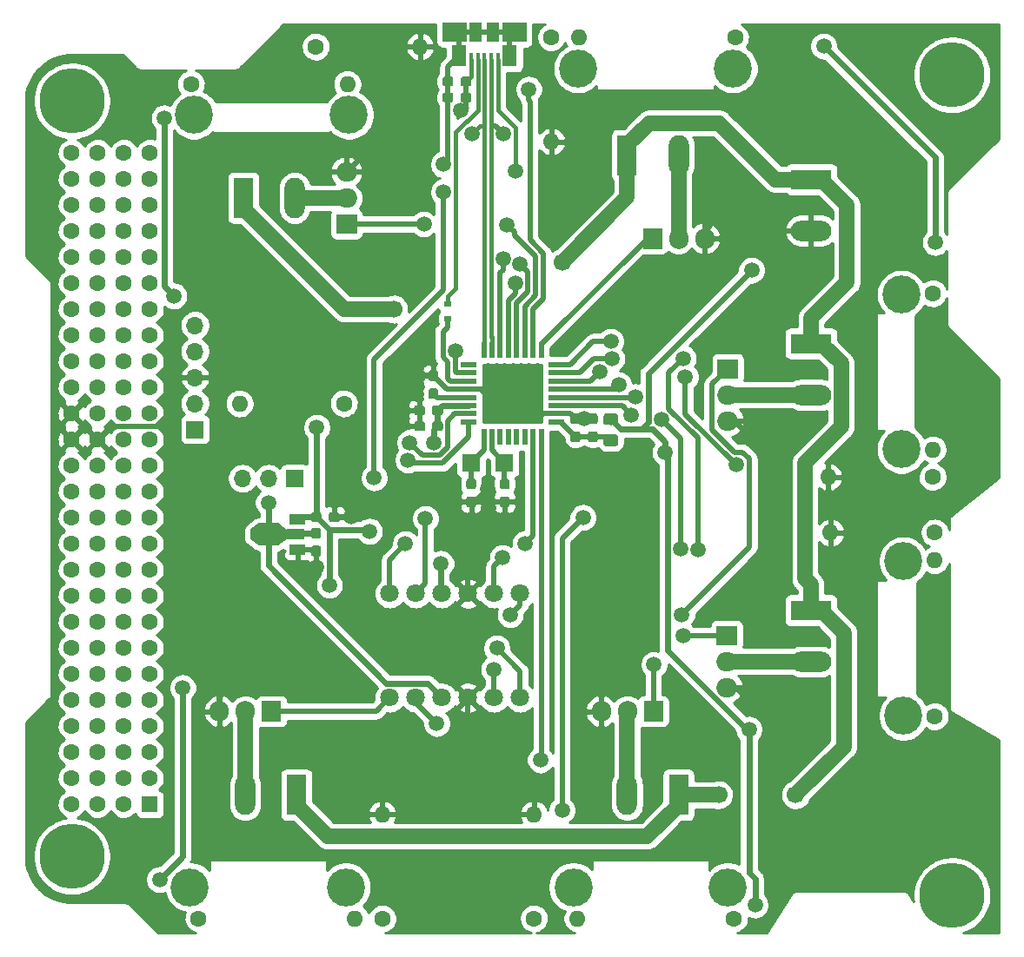
<source format=gtl>
G04 #@! TF.GenerationSoftware,KiCad,Pcbnew,6.0.0-unknown-dc56678~86~ubuntu18.04.1*
G04 #@! TF.CreationDate,2019-06-15T15:52:31-04:00*
G04 #@! TF.ProjectId,DPL,44504c2e-6b69-4636-9164-5f7063625858,rev?*
G04 #@! TF.SameCoordinates,Original*
G04 #@! TF.FileFunction,Copper,L1,Top*
G04 #@! TF.FilePolarity,Positive*
%FSLAX46Y46*%
G04 Gerber Fmt 4.6, Leading zero omitted, Abs format (unit mm)*
G04 Created by KiCad (PCBNEW 6.0.0-unknown-dc56678~86~ubuntu18.04.1) date 2019-06-15 15:52:31*
%MOMM*%
%LPD*%
G04 APERTURE LIST*
%ADD10O,1.700000X1.700000*%
%ADD11R,1.700000X1.700000*%
%ADD12O,2.000000X1.905000*%
%ADD13R,2.000000X1.905000*%
%ADD14O,1.600000X1.600000*%
%ADD15C,1.600000*%
%ADD16C,6.350000*%
%ADD17R,1.600000X1.600000*%
%ADD18C,1.800000*%
%ADD19O,3.960000X1.980000*%
%ADD20R,3.960000X1.980000*%
%ADD21O,1.980000X3.960000*%
%ADD22R,1.980000X3.960000*%
%ADD23C,0.100000*%
%ADD24C,0.950000*%
%ADD25R,1.750000X1.800000*%
%ADD26C,1.000000*%
%ADD27R,1.840000X2.200000*%
%ADD28R,1.500000X1.000000*%
%ADD29R,1.800000X1.000000*%
%ADD30C,0.850000*%
%ADD31R,1.600000X0.550000*%
%ADD32R,0.550000X1.600000*%
%ADD33O,1.905000X2.000000*%
%ADD34R,1.905000X2.000000*%
%ADD35C,1.150000*%
%ADD36R,1.175000X1.900000*%
%ADD37R,2.375000X1.900000*%
%ADD38R,1.475000X2.100000*%
%ADD39R,0.450000X1.380000*%
%ADD40R,0.700000X0.600000*%
%ADD41C,1.500000*%
%ADD42C,3.700000*%
%ADD43C,1.700000*%
%ADD44C,0.450000*%
%ADD45C,0.500000*%
%ADD46C,0.550000*%
%ADD47C,0.600000*%
%ADD48C,1.500000*%
%ADD49C,0.254000*%
G04 APERTURE END LIST*
D10*
X92000000Y-77220000D03*
X92000000Y-79760000D03*
X92000000Y-82300000D03*
X92000000Y-84840000D03*
D11*
X92000000Y-87380000D03*
D12*
X106750000Y-62270000D03*
X106750000Y-64810000D03*
D13*
X106750000Y-67350000D03*
D14*
X110250000Y-124890000D03*
D15*
X110250000Y-135050000D03*
D16*
X165735000Y-52805000D03*
X165735000Y-132815000D03*
D15*
X82525000Y-123925000D03*
X79985000Y-123925000D03*
X82525000Y-121385000D03*
X79985000Y-121385000D03*
X82525000Y-118845000D03*
X79985000Y-118845000D03*
X82525000Y-116305000D03*
X79985000Y-116305000D03*
X82525000Y-113765000D03*
X79985000Y-113765000D03*
X82525000Y-111225000D03*
X79985000Y-111225000D03*
X82525000Y-108685000D03*
X79985000Y-108685000D03*
X82525000Y-106145000D03*
X79985000Y-106145000D03*
X82525000Y-103605000D03*
X79985000Y-103605000D03*
X82525000Y-101065000D03*
X79985000Y-101065000D03*
X82525000Y-98525000D03*
X79985000Y-98525000D03*
X82525000Y-95985000D03*
X79985000Y-95985000D03*
X82525000Y-93445000D03*
X79985000Y-93445000D03*
X82525000Y-90905000D03*
X79985000Y-90905000D03*
X82525000Y-88365000D03*
X79985000Y-88365000D03*
X82525000Y-85825000D03*
X79985000Y-85825000D03*
X82525000Y-83285000D03*
X79985000Y-83285000D03*
X82525000Y-80745000D03*
X79985000Y-80745000D03*
X82525000Y-78205000D03*
X79985000Y-78205000D03*
X82525000Y-75665000D03*
X79985000Y-75665000D03*
X82525000Y-73125000D03*
X79985000Y-73125000D03*
X82525000Y-70585000D03*
X79985000Y-70585000D03*
X82525000Y-68045000D03*
X79985000Y-68045000D03*
X82525000Y-65505000D03*
X79985000Y-65505000D03*
X82525000Y-62965000D03*
X79985000Y-62965000D03*
X82525000Y-60425000D03*
X79985000Y-60425000D03*
D17*
X87605000Y-123925000D03*
D15*
X85065000Y-123925000D03*
X87605000Y-121385000D03*
X85065000Y-121385000D03*
X87605000Y-118845000D03*
X85065000Y-118845000D03*
X87605000Y-116305000D03*
X85065000Y-116305000D03*
X87605000Y-113765000D03*
X85065000Y-113765000D03*
X87605000Y-111225000D03*
X85065000Y-111225000D03*
X87605000Y-108685000D03*
X85065000Y-108685000D03*
X87605000Y-106145000D03*
X85065000Y-106145000D03*
X87605000Y-103605000D03*
X85065000Y-103605000D03*
X87605000Y-101065000D03*
X85065000Y-101065000D03*
X87605000Y-98525000D03*
X85065000Y-98525000D03*
X87605000Y-95985000D03*
X85065000Y-95985000D03*
X87605000Y-93445000D03*
X85065000Y-93445000D03*
X87605000Y-90905000D03*
X85065000Y-90905000D03*
X87605000Y-88365000D03*
X85065000Y-88365000D03*
X87605000Y-85825000D03*
X85065000Y-85825000D03*
X87605000Y-83285000D03*
X85065000Y-83285000D03*
X87605000Y-80745000D03*
X85065000Y-80745000D03*
X87605000Y-78205000D03*
X85065000Y-78205000D03*
X87605000Y-75665000D03*
X85065000Y-75665000D03*
X87605000Y-73125000D03*
X85065000Y-73125000D03*
X87605000Y-70585000D03*
X85065000Y-70585000D03*
X87605000Y-68045000D03*
X85065000Y-68045000D03*
X87605000Y-65505000D03*
X85065000Y-65505000D03*
X87605000Y-62965000D03*
X85065000Y-62965000D03*
X87605000Y-60425000D03*
X85065000Y-60425000D03*
D16*
X80005000Y-55345000D03*
X80005000Y-129005000D03*
D18*
X123650000Y-103370000D03*
X121110000Y-103370000D03*
X118570000Y-103370000D03*
X116030000Y-103370000D03*
X113490000Y-103370000D03*
X110950000Y-103370000D03*
X110950000Y-113530000D03*
X113490000Y-113530000D03*
X116030000Y-113530000D03*
X118570000Y-113530000D03*
X121110000Y-113530000D03*
X123650000Y-113530000D03*
D19*
X152000000Y-68000000D03*
D20*
X152000000Y-63000000D03*
D21*
X134090000Y-123000000D03*
D22*
X139090000Y-123000000D03*
D10*
X96620000Y-92150000D03*
X99160000Y-92150000D03*
D11*
X101700000Y-92150000D03*
D14*
X106840000Y-53700000D03*
D15*
X91600000Y-53700000D03*
D14*
X129360000Y-49150000D03*
D15*
X144600000Y-49150000D03*
D14*
X163850000Y-89340000D03*
D15*
X163850000Y-74100000D03*
D14*
X164050000Y-100110000D03*
D15*
X164050000Y-115350000D03*
D14*
X129260000Y-135050000D03*
D15*
X144500000Y-135050000D03*
D14*
X107590000Y-135050000D03*
D15*
X92350000Y-135050000D03*
D23*
G36*
X118759100Y-52995533D02*
G01*
X118838997Y-53053581D01*
X118888376Y-53139108D01*
X118900000Y-53212500D01*
X118900000Y-53687500D01*
X118879467Y-53784100D01*
X118821419Y-53863997D01*
X118735892Y-53913376D01*
X118662500Y-53925000D01*
X118087500Y-53925000D01*
X117990900Y-53904467D01*
X117911003Y-53846419D01*
X117861624Y-53760892D01*
X117850000Y-53687500D01*
X117850000Y-53212500D01*
X117870533Y-53115900D01*
X117928581Y-53036003D01*
X118014108Y-52986624D01*
X118087500Y-52975000D01*
X118662500Y-52975000D01*
X118759100Y-52995533D01*
X118759100Y-52995533D01*
G37*
D24*
X118375000Y-53450000D03*
D23*
G36*
X117009100Y-52995533D02*
G01*
X117088997Y-53053581D01*
X117138376Y-53139108D01*
X117150000Y-53212500D01*
X117150000Y-53687500D01*
X117129467Y-53784100D01*
X117071419Y-53863997D01*
X116985892Y-53913376D01*
X116912500Y-53925000D01*
X116337500Y-53925000D01*
X116240900Y-53904467D01*
X116161003Y-53846419D01*
X116111624Y-53760892D01*
X116100000Y-53687500D01*
X116100000Y-53212500D01*
X116120533Y-53115900D01*
X116178581Y-53036003D01*
X116264108Y-52986624D01*
X116337500Y-52975000D01*
X116912500Y-52975000D01*
X117009100Y-52995533D01*
X117009100Y-52995533D01*
G37*
D24*
X116625000Y-53450000D03*
D25*
X122150000Y-90600000D03*
X118900000Y-90600000D03*
D26*
X100566200Y-97600000D03*
D23*
G36*
X100066200Y-96500000D02*
G01*
X101066200Y-97200000D01*
X101066200Y-98000000D01*
X100066200Y-98700000D01*
X100066200Y-96500000D01*
X100066200Y-96500000D01*
G37*
D27*
X99156500Y-97600000D03*
D28*
X101970000Y-96100000D03*
D29*
X101823500Y-97600000D03*
D28*
X101970000Y-99100000D03*
D30*
X97823000Y-97600000D03*
D23*
G36*
X98248000Y-98700000D02*
G01*
X97398000Y-98100000D01*
X97398000Y-97100000D01*
X98248000Y-96500000D01*
X98248000Y-98700000D01*
X98248000Y-98700000D01*
G37*
D31*
X118675000Y-86650000D03*
X118675000Y-85850000D03*
X118675000Y-85050000D03*
X118675000Y-84250000D03*
X118675000Y-83450000D03*
X118675000Y-82650000D03*
X118675000Y-81850000D03*
X118675000Y-81050000D03*
D32*
X120125000Y-79600000D03*
X120925000Y-79600000D03*
X121725000Y-79600000D03*
X122525000Y-79600000D03*
X123325000Y-79600000D03*
X124125000Y-79600000D03*
X124925000Y-79600000D03*
X125725000Y-79600000D03*
D31*
X127175000Y-81050000D03*
X127175000Y-81850000D03*
X127175000Y-82650000D03*
X127175000Y-83450000D03*
X127175000Y-84250000D03*
X127175000Y-85050000D03*
X127175000Y-85850000D03*
X127175000Y-86650000D03*
D32*
X125725000Y-88100000D03*
X124925000Y-88100000D03*
X124125000Y-88100000D03*
X123325000Y-88100000D03*
X122525000Y-88100000D03*
X121725000Y-88100000D03*
X120925000Y-88100000D03*
X120125000Y-88100000D03*
D14*
X113910000Y-50050000D03*
D15*
X103750000Y-50050000D03*
D14*
X126700000Y-59310000D03*
D15*
X126700000Y-49150000D03*
D14*
X153690000Y-92000000D03*
D15*
X163850000Y-92000000D03*
D14*
X153890000Y-97450000D03*
D15*
X164050000Y-97450000D03*
D14*
X125000000Y-124890000D03*
D15*
X125000000Y-135050000D03*
D14*
X96340000Y-84840000D03*
D15*
X106500000Y-84840000D03*
D33*
X141630000Y-68750000D03*
X139090000Y-68750000D03*
D34*
X136550000Y-68750000D03*
D12*
X143900000Y-86530000D03*
X143900000Y-83990000D03*
D13*
X143900000Y-81450000D03*
D12*
X143800000Y-112530000D03*
X143800000Y-109990000D03*
D13*
X143800000Y-107450000D03*
D33*
X131570000Y-114850000D03*
X134110000Y-114850000D03*
D34*
X136650000Y-114850000D03*
D33*
X94370000Y-114850000D03*
X96910000Y-114850000D03*
D34*
X99450000Y-114850000D03*
D23*
G36*
X133045671Y-85819030D02*
G01*
X133126777Y-85873223D01*
X133180970Y-85954329D01*
X133200000Y-86049999D01*
X133200000Y-86700001D01*
X133180970Y-86795671D01*
X133126777Y-86876777D01*
X133045671Y-86930970D01*
X132950001Y-86950000D01*
X132049999Y-86950000D01*
X131954329Y-86930970D01*
X131873223Y-86876777D01*
X131819030Y-86795671D01*
X131800000Y-86700001D01*
X131800000Y-86049999D01*
X131819030Y-85954329D01*
X131873223Y-85873223D01*
X131954329Y-85819030D01*
X132049999Y-85800000D01*
X132950001Y-85800000D01*
X133045671Y-85819030D01*
X133045671Y-85819030D01*
G37*
D35*
X132500000Y-86375000D03*
D23*
G36*
X133045671Y-87869030D02*
G01*
X133126777Y-87923223D01*
X133180970Y-88004329D01*
X133200000Y-88099999D01*
X133200000Y-88750001D01*
X133180970Y-88845671D01*
X133126777Y-88926777D01*
X133045671Y-88980970D01*
X132950001Y-89000000D01*
X132049999Y-89000000D01*
X131954329Y-88980970D01*
X131873223Y-88926777D01*
X131819030Y-88845671D01*
X131800000Y-88750001D01*
X131800000Y-88099999D01*
X131819030Y-88004329D01*
X131873223Y-87923223D01*
X131954329Y-87869030D01*
X132049999Y-87850000D01*
X132950001Y-87850000D01*
X133045671Y-87869030D01*
X133045671Y-87869030D01*
G37*
D35*
X132500000Y-88425000D03*
D36*
X119360000Y-48650000D03*
X121040000Y-48650000D03*
D37*
X117290000Y-48650000D03*
X123110000Y-48650000D03*
D38*
X117737500Y-50950000D03*
X122662500Y-50950000D03*
D39*
X118900000Y-51310000D03*
X119550000Y-51310000D03*
X120200000Y-51310000D03*
X120850000Y-51310000D03*
X121500000Y-51310000D03*
D21*
X101700000Y-64800000D03*
D22*
X96700000Y-64800000D03*
D21*
X139090000Y-60650000D03*
D22*
X134090000Y-60650000D03*
D19*
X152000000Y-84000000D03*
D20*
X152000000Y-79000000D03*
D19*
X152000000Y-110000000D03*
D20*
X152000000Y-105000000D03*
D21*
X96890000Y-123000000D03*
D22*
X101890000Y-123000000D03*
D40*
X116600000Y-75150000D03*
X116600000Y-76550000D03*
D23*
G36*
X105959100Y-95445533D02*
G01*
X106038997Y-95503581D01*
X106088376Y-95589108D01*
X106100000Y-95662500D01*
X106100000Y-96137500D01*
X106079467Y-96234100D01*
X106021419Y-96313997D01*
X105935892Y-96363376D01*
X105862500Y-96375000D01*
X105287500Y-96375000D01*
X105190900Y-96354467D01*
X105111003Y-96296419D01*
X105061624Y-96210892D01*
X105050000Y-96137500D01*
X105050000Y-95662500D01*
X105070533Y-95565900D01*
X105128581Y-95486003D01*
X105214108Y-95436624D01*
X105287500Y-95425000D01*
X105862500Y-95425000D01*
X105959100Y-95445533D01*
X105959100Y-95445533D01*
G37*
D24*
X105575000Y-95900000D03*
D23*
G36*
X104209100Y-95445533D02*
G01*
X104288997Y-95503581D01*
X104338376Y-95589108D01*
X104350000Y-95662500D01*
X104350000Y-96137500D01*
X104329467Y-96234100D01*
X104271419Y-96313997D01*
X104185892Y-96363376D01*
X104112500Y-96375000D01*
X103537500Y-96375000D01*
X103440900Y-96354467D01*
X103361003Y-96296419D01*
X103311624Y-96210892D01*
X103300000Y-96137500D01*
X103300000Y-95662500D01*
X103320533Y-95565900D01*
X103378581Y-95486003D01*
X103464108Y-95436624D01*
X103537500Y-95425000D01*
X104112500Y-95425000D01*
X104209100Y-95445533D01*
X104209100Y-95445533D01*
G37*
D24*
X103825000Y-95900000D03*
D23*
G36*
X104134100Y-98720533D02*
G01*
X104213997Y-98778581D01*
X104263376Y-98864108D01*
X104275000Y-98937500D01*
X104275000Y-99512500D01*
X104254467Y-99609100D01*
X104196419Y-99688997D01*
X104110892Y-99738376D01*
X104037500Y-99750000D01*
X103562500Y-99750000D01*
X103465900Y-99729467D01*
X103386003Y-99671419D01*
X103336624Y-99585892D01*
X103325000Y-99512500D01*
X103325000Y-98937500D01*
X103345533Y-98840900D01*
X103403581Y-98761003D01*
X103489108Y-98711624D01*
X103562500Y-98700000D01*
X104037500Y-98700000D01*
X104134100Y-98720533D01*
X104134100Y-98720533D01*
G37*
D24*
X103800000Y-99225000D03*
D23*
G36*
X104134100Y-96970533D02*
G01*
X104213997Y-97028581D01*
X104263376Y-97114108D01*
X104275000Y-97187500D01*
X104275000Y-97762500D01*
X104254467Y-97859100D01*
X104196419Y-97938997D01*
X104110892Y-97988376D01*
X104037500Y-98000000D01*
X103562500Y-98000000D01*
X103465900Y-97979467D01*
X103386003Y-97921419D01*
X103336624Y-97835892D01*
X103325000Y-97762500D01*
X103325000Y-97187500D01*
X103345533Y-97090900D01*
X103403581Y-97011003D01*
X103489108Y-96961624D01*
X103562500Y-96950000D01*
X104037500Y-96950000D01*
X104134100Y-96970533D01*
X104134100Y-96970533D01*
G37*
D24*
X103800000Y-97475000D03*
D23*
G36*
X114259100Y-86595533D02*
G01*
X114338997Y-86653581D01*
X114388376Y-86739108D01*
X114400000Y-86812500D01*
X114400000Y-87287500D01*
X114379467Y-87384100D01*
X114321419Y-87463997D01*
X114235892Y-87513376D01*
X114162500Y-87525000D01*
X113587500Y-87525000D01*
X113490900Y-87504467D01*
X113411003Y-87446419D01*
X113361624Y-87360892D01*
X113350000Y-87287500D01*
X113350000Y-86812500D01*
X113370533Y-86715900D01*
X113428581Y-86636003D01*
X113514108Y-86586624D01*
X113587500Y-86575000D01*
X114162500Y-86575000D01*
X114259100Y-86595533D01*
X114259100Y-86595533D01*
G37*
D24*
X113875000Y-87050000D03*
D23*
G36*
X116009100Y-86595533D02*
G01*
X116088997Y-86653581D01*
X116138376Y-86739108D01*
X116150000Y-86812500D01*
X116150000Y-87287500D01*
X116129467Y-87384100D01*
X116071419Y-87463997D01*
X115985892Y-87513376D01*
X115912500Y-87525000D01*
X115337500Y-87525000D01*
X115240900Y-87504467D01*
X115161003Y-87446419D01*
X115111624Y-87360892D01*
X115100000Y-87287500D01*
X115100000Y-86812500D01*
X115120533Y-86715900D01*
X115178581Y-86636003D01*
X115264108Y-86586624D01*
X115337500Y-86575000D01*
X115912500Y-86575000D01*
X116009100Y-86595533D01*
X116009100Y-86595533D01*
G37*
D24*
X115625000Y-87050000D03*
D23*
G36*
X114259100Y-85045533D02*
G01*
X114338997Y-85103581D01*
X114388376Y-85189108D01*
X114400000Y-85262500D01*
X114400000Y-85737500D01*
X114379467Y-85834100D01*
X114321419Y-85913997D01*
X114235892Y-85963376D01*
X114162500Y-85975000D01*
X113587500Y-85975000D01*
X113490900Y-85954467D01*
X113411003Y-85896419D01*
X113361624Y-85810892D01*
X113350000Y-85737500D01*
X113350000Y-85262500D01*
X113370533Y-85165900D01*
X113428581Y-85086003D01*
X113514108Y-85036624D01*
X113587500Y-85025000D01*
X114162500Y-85025000D01*
X114259100Y-85045533D01*
X114259100Y-85045533D01*
G37*
D24*
X113875000Y-85500000D03*
D23*
G36*
X116009100Y-85045533D02*
G01*
X116088997Y-85103581D01*
X116138376Y-85189108D01*
X116150000Y-85262500D01*
X116150000Y-85737500D01*
X116129467Y-85834100D01*
X116071419Y-85913997D01*
X115985892Y-85963376D01*
X115912500Y-85975000D01*
X115337500Y-85975000D01*
X115240900Y-85954467D01*
X115161003Y-85896419D01*
X115111624Y-85810892D01*
X115100000Y-85737500D01*
X115100000Y-85262500D01*
X115120533Y-85165900D01*
X115178581Y-85086003D01*
X115264108Y-85036624D01*
X115337500Y-85025000D01*
X115912500Y-85025000D01*
X116009100Y-85045533D01*
X116009100Y-85045533D01*
G37*
D24*
X115625000Y-85500000D03*
D23*
G36*
X131084100Y-85820533D02*
G01*
X131163997Y-85878581D01*
X131213376Y-85964108D01*
X131225000Y-86037500D01*
X131225000Y-86612500D01*
X131204467Y-86709100D01*
X131146419Y-86788997D01*
X131060892Y-86838376D01*
X130987500Y-86850000D01*
X130512500Y-86850000D01*
X130415900Y-86829467D01*
X130336003Y-86771419D01*
X130286624Y-86685892D01*
X130275000Y-86612500D01*
X130275000Y-86037500D01*
X130295533Y-85940900D01*
X130353581Y-85861003D01*
X130439108Y-85811624D01*
X130512500Y-85800000D01*
X130987500Y-85800000D01*
X131084100Y-85820533D01*
X131084100Y-85820533D01*
G37*
D24*
X130750000Y-86325000D03*
D23*
G36*
X131084100Y-87570533D02*
G01*
X131163997Y-87628581D01*
X131213376Y-87714108D01*
X131225000Y-87787500D01*
X131225000Y-88362500D01*
X131204467Y-88459100D01*
X131146419Y-88538997D01*
X131060892Y-88588376D01*
X130987500Y-88600000D01*
X130512500Y-88600000D01*
X130415900Y-88579467D01*
X130336003Y-88521419D01*
X130286624Y-88435892D01*
X130275000Y-88362500D01*
X130275000Y-87787500D01*
X130295533Y-87690900D01*
X130353581Y-87611003D01*
X130439108Y-87561624D01*
X130512500Y-87550000D01*
X130987500Y-87550000D01*
X131084100Y-87570533D01*
X131084100Y-87570533D01*
G37*
D24*
X130750000Y-88075000D03*
D23*
G36*
X129384100Y-85820533D02*
G01*
X129463997Y-85878581D01*
X129513376Y-85964108D01*
X129525000Y-86037500D01*
X129525000Y-86612500D01*
X129504467Y-86709100D01*
X129446419Y-86788997D01*
X129360892Y-86838376D01*
X129287500Y-86850000D01*
X128812500Y-86850000D01*
X128715900Y-86829467D01*
X128636003Y-86771419D01*
X128586624Y-86685892D01*
X128575000Y-86612500D01*
X128575000Y-86037500D01*
X128595533Y-85940900D01*
X128653581Y-85861003D01*
X128739108Y-85811624D01*
X128812500Y-85800000D01*
X129287500Y-85800000D01*
X129384100Y-85820533D01*
X129384100Y-85820533D01*
G37*
D24*
X129050000Y-86325000D03*
D23*
G36*
X129384100Y-87570533D02*
G01*
X129463997Y-87628581D01*
X129513376Y-87714108D01*
X129525000Y-87787500D01*
X129525000Y-88362500D01*
X129504467Y-88459100D01*
X129446419Y-88538997D01*
X129360892Y-88588376D01*
X129287500Y-88600000D01*
X128812500Y-88600000D01*
X128715900Y-88579467D01*
X128636003Y-88521419D01*
X128586624Y-88435892D01*
X128575000Y-88362500D01*
X128575000Y-87787500D01*
X128595533Y-87690900D01*
X128653581Y-87611003D01*
X128739108Y-87561624D01*
X128812500Y-87550000D01*
X129287500Y-87550000D01*
X129384100Y-87570533D01*
X129384100Y-87570533D01*
G37*
D24*
X129050000Y-88075000D03*
D23*
G36*
X122484100Y-93920533D02*
G01*
X122563997Y-93978581D01*
X122613376Y-94064108D01*
X122625000Y-94137500D01*
X122625000Y-94712500D01*
X122604467Y-94809100D01*
X122546419Y-94888997D01*
X122460892Y-94938376D01*
X122387500Y-94950000D01*
X121912500Y-94950000D01*
X121815900Y-94929467D01*
X121736003Y-94871419D01*
X121686624Y-94785892D01*
X121675000Y-94712500D01*
X121675000Y-94137500D01*
X121695533Y-94040900D01*
X121753581Y-93961003D01*
X121839108Y-93911624D01*
X121912500Y-93900000D01*
X122387500Y-93900000D01*
X122484100Y-93920533D01*
X122484100Y-93920533D01*
G37*
D24*
X122150000Y-94425000D03*
D23*
G36*
X122484100Y-92170533D02*
G01*
X122563997Y-92228581D01*
X122613376Y-92314108D01*
X122625000Y-92387500D01*
X122625000Y-92962500D01*
X122604467Y-93059100D01*
X122546419Y-93138997D01*
X122460892Y-93188376D01*
X122387500Y-93200000D01*
X121912500Y-93200000D01*
X121815900Y-93179467D01*
X121736003Y-93121419D01*
X121686624Y-93035892D01*
X121675000Y-92962500D01*
X121675000Y-92387500D01*
X121695533Y-92290900D01*
X121753581Y-92211003D01*
X121839108Y-92161624D01*
X121912500Y-92150000D01*
X122387500Y-92150000D01*
X122484100Y-92170533D01*
X122484100Y-92170533D01*
G37*
D24*
X122150000Y-92675000D03*
D23*
G36*
X119234100Y-93920533D02*
G01*
X119313997Y-93978581D01*
X119363376Y-94064108D01*
X119375000Y-94137500D01*
X119375000Y-94712500D01*
X119354467Y-94809100D01*
X119296419Y-94888997D01*
X119210892Y-94938376D01*
X119137500Y-94950000D01*
X118662500Y-94950000D01*
X118565900Y-94929467D01*
X118486003Y-94871419D01*
X118436624Y-94785892D01*
X118425000Y-94712500D01*
X118425000Y-94137500D01*
X118445533Y-94040900D01*
X118503581Y-93961003D01*
X118589108Y-93911624D01*
X118662500Y-93900000D01*
X119137500Y-93900000D01*
X119234100Y-93920533D01*
X119234100Y-93920533D01*
G37*
D24*
X118900000Y-94425000D03*
D23*
G36*
X119234100Y-92170533D02*
G01*
X119313997Y-92228581D01*
X119363376Y-92314108D01*
X119375000Y-92387500D01*
X119375000Y-92962500D01*
X119354467Y-93059100D01*
X119296419Y-93138997D01*
X119210892Y-93188376D01*
X119137500Y-93200000D01*
X118662500Y-93200000D01*
X118565900Y-93179467D01*
X118486003Y-93121419D01*
X118436624Y-93035892D01*
X118425000Y-92962500D01*
X118425000Y-92387500D01*
X118445533Y-92290900D01*
X118503581Y-92211003D01*
X118589108Y-92161624D01*
X118662500Y-92150000D01*
X119137500Y-92150000D01*
X119234100Y-92170533D01*
X119234100Y-92170533D01*
G37*
D24*
X118900000Y-92675000D03*
D23*
G36*
X115534100Y-81620533D02*
G01*
X115613997Y-81678581D01*
X115663376Y-81764108D01*
X115675000Y-81837500D01*
X115675000Y-82412500D01*
X115654467Y-82509100D01*
X115596419Y-82588997D01*
X115510892Y-82638376D01*
X115437500Y-82650000D01*
X114962500Y-82650000D01*
X114865900Y-82629467D01*
X114786003Y-82571419D01*
X114736624Y-82485892D01*
X114725000Y-82412500D01*
X114725000Y-81837500D01*
X114745533Y-81740900D01*
X114803581Y-81661003D01*
X114889108Y-81611624D01*
X114962500Y-81600000D01*
X115437500Y-81600000D01*
X115534100Y-81620533D01*
X115534100Y-81620533D01*
G37*
D24*
X115200000Y-82125000D03*
D23*
G36*
X115534100Y-83370533D02*
G01*
X115613997Y-83428581D01*
X115663376Y-83514108D01*
X115675000Y-83587500D01*
X115675000Y-84162500D01*
X115654467Y-84259100D01*
X115596419Y-84338997D01*
X115510892Y-84388376D01*
X115437500Y-84400000D01*
X114962500Y-84400000D01*
X114865900Y-84379467D01*
X114786003Y-84321419D01*
X114736624Y-84235892D01*
X114725000Y-84162500D01*
X114725000Y-83587500D01*
X114745533Y-83490900D01*
X114803581Y-83411003D01*
X114889108Y-83361624D01*
X114962500Y-83350000D01*
X115437500Y-83350000D01*
X115534100Y-83370533D01*
X115534100Y-83370533D01*
G37*
D24*
X115200000Y-83875000D03*
D23*
G36*
X118759100Y-54545533D02*
G01*
X118838997Y-54603581D01*
X118888376Y-54689108D01*
X118900000Y-54762500D01*
X118900000Y-55237500D01*
X118879467Y-55334100D01*
X118821419Y-55413997D01*
X118735892Y-55463376D01*
X118662500Y-55475000D01*
X118087500Y-55475000D01*
X117990900Y-55454467D01*
X117911003Y-55396419D01*
X117861624Y-55310892D01*
X117850000Y-55237500D01*
X117850000Y-54762500D01*
X117870533Y-54665900D01*
X117928581Y-54586003D01*
X118014108Y-54536624D01*
X118087500Y-54525000D01*
X118662500Y-54525000D01*
X118759100Y-54545533D01*
X118759100Y-54545533D01*
G37*
D24*
X118375000Y-55000000D03*
D23*
G36*
X117009100Y-54545533D02*
G01*
X117088997Y-54603581D01*
X117138376Y-54689108D01*
X117150000Y-54762500D01*
X117150000Y-55237500D01*
X117129467Y-55334100D01*
X117071419Y-55413997D01*
X116985892Y-55463376D01*
X116912500Y-55475000D01*
X116337500Y-55475000D01*
X116240900Y-55454467D01*
X116161003Y-55396419D01*
X116111624Y-55310892D01*
X116100000Y-55237500D01*
X116100000Y-54762500D01*
X116120533Y-54665900D01*
X116178581Y-54586003D01*
X116264108Y-54536624D01*
X116337500Y-54525000D01*
X116912500Y-54525000D01*
X117009100Y-54545533D01*
X117009100Y-54545533D01*
G37*
D24*
X116625000Y-55000000D03*
D41*
X117854333Y-56254333D03*
X116200001Y-61550000D03*
X122025000Y-58508135D03*
X119001235Y-58508135D03*
X122350000Y-67400000D03*
X123650000Y-71250000D03*
X122025000Y-70700000D03*
X129800000Y-95950000D03*
X145950000Y-116600000D03*
X89000000Y-57000000D03*
X164100000Y-69150000D03*
X88550000Y-131250000D03*
X109000000Y-97300000D03*
X137787909Y-89621997D03*
X89950000Y-74350000D03*
X90800000Y-112550000D03*
X103850000Y-87200000D03*
X115229643Y-88679440D03*
D42*
X91500000Y-132000000D03*
D41*
X134890929Y-84177525D03*
X127750000Y-124500000D03*
X125500000Y-122750000D03*
D42*
X128850000Y-132000000D03*
X143900000Y-132000000D03*
D41*
X134150000Y-96500000D03*
X113700000Y-82150000D03*
X129900000Y-86350000D03*
X107250000Y-95900000D03*
X103850000Y-100800000D03*
X125650000Y-119600000D03*
X146550000Y-114400000D03*
X131550000Y-110550000D03*
X144744514Y-90836076D03*
X139762919Y-82248837D03*
X131433759Y-81710924D03*
X146400000Y-88400000D03*
X124500000Y-54200000D03*
X114300000Y-67350000D03*
X123200000Y-73100000D03*
X112730844Y-90341565D03*
X112900000Y-88650000D03*
X120550000Y-95000000D03*
X120500000Y-93200000D03*
X111891218Y-87108782D03*
X113550000Y-83950000D03*
X117400000Y-79750000D03*
X143650000Y-66000000D03*
X153900000Y-99750000D03*
X107900000Y-124850000D03*
X94350000Y-110600000D03*
X113900000Y-52550000D03*
X99150000Y-94500000D03*
D42*
X160800000Y-89300000D03*
X160800000Y-74200000D03*
X161000000Y-115300000D03*
X161000000Y-100200000D03*
X106700000Y-132000000D03*
X91900000Y-56700000D03*
X107000000Y-56700000D03*
X144400000Y-52200000D03*
X129300000Y-52200000D03*
D41*
X136700000Y-110300000D03*
X115550000Y-116050000D03*
X139550000Y-107500000D03*
X121100000Y-110750000D03*
X124150000Y-98550000D03*
X112500000Y-98550000D03*
X134500000Y-85950000D03*
X114450000Y-96050000D03*
X115950000Y-100450000D03*
X139300000Y-99050000D03*
X121950000Y-99900000D03*
X139400000Y-105450000D03*
X121408794Y-108708794D03*
X122700000Y-105450000D03*
X140998919Y-99110675D03*
X139550000Y-80450000D03*
X132613038Y-80485924D03*
X133250000Y-83025000D03*
X137437077Y-86362941D03*
X132492176Y-78790224D03*
X146225001Y-71849999D03*
X118550000Y-100450000D03*
X118550000Y-117750000D03*
X123200000Y-62150000D03*
X146550000Y-133750000D03*
X153240000Y-50010000D03*
X116200000Y-64250000D03*
D15*
X90100000Y-90500000D03*
D41*
X149150000Y-92000000D03*
D43*
X111350000Y-75650000D03*
X127800000Y-71050000D03*
X150500000Y-123000000D03*
X143000000Y-123000000D03*
D41*
X107900000Y-129050000D03*
X157300000Y-75000000D03*
X150200000Y-73450000D03*
X154400000Y-94450000D03*
X110250000Y-58800000D03*
X95600000Y-77650000D03*
X94750000Y-83050000D03*
X89950000Y-83250000D03*
X109450000Y-92100000D03*
X105100001Y-102549999D03*
X143200000Y-116650000D03*
D44*
X118900000Y-51310000D02*
X118900000Y-52925000D01*
X118900000Y-52925000D02*
X118375000Y-53450000D01*
D45*
X118375000Y-56275000D02*
X118050000Y-56600000D01*
X118375000Y-55000000D02*
X118375000Y-56275000D01*
D46*
X116625000Y-61125001D02*
X116200001Y-61550000D01*
X116625000Y-55000000D02*
X116625000Y-61125001D01*
X116625000Y-53450000D02*
X116625000Y-52062500D01*
X116625000Y-52062500D02*
X117737500Y-50950000D01*
X116625000Y-53450000D02*
X116625000Y-55000000D01*
D45*
X118375000Y-53450000D02*
X118375000Y-55000000D01*
D44*
X119550000Y-51310000D02*
X119550000Y-56220368D01*
X119550000Y-56220368D02*
X117375001Y-58395367D01*
X117375001Y-58395367D02*
X117375001Y-73624999D01*
X116600000Y-74400000D02*
X116600000Y-75150000D01*
X117375001Y-73624999D02*
X116600000Y-74400000D01*
D46*
X117737500Y-50950000D02*
X117737500Y-49097500D01*
X117737500Y-49097500D02*
X117290000Y-48650000D01*
X119360000Y-48650000D02*
X117290000Y-48650000D01*
X121040000Y-48650000D02*
X119360000Y-48650000D01*
X123110000Y-48650000D02*
X121040000Y-48650000D01*
X122662500Y-50950000D02*
X122662500Y-49097500D01*
X122662500Y-49097500D02*
X123110000Y-48650000D01*
X121275001Y-57758136D02*
X120958136Y-57758136D01*
X122025000Y-58508135D02*
X121275001Y-57758136D01*
X120958136Y-57758136D02*
X120950000Y-57750000D01*
X120950000Y-57750000D02*
X120900010Y-57750000D01*
D44*
X120200000Y-57800000D02*
X120200000Y-78324999D01*
X120200000Y-51310000D02*
X120200000Y-57800000D01*
X119001235Y-58508135D02*
X119751234Y-57758136D01*
X119751234Y-57758136D02*
X120158136Y-57758136D01*
X120158136Y-57758136D02*
X120200000Y-57800000D01*
D46*
X125175011Y-70525011D02*
X123099999Y-68449999D01*
X123099999Y-68449999D02*
X123099999Y-68149999D01*
X123099999Y-68149999D02*
X122350000Y-67400000D01*
X124425001Y-72025001D02*
X123650000Y-71250000D01*
X124425001Y-72075001D02*
X124425001Y-72025001D01*
X121725000Y-72125000D02*
X122025000Y-71825000D01*
X122025000Y-71825000D02*
X122025000Y-70700000D01*
D44*
X120200000Y-78324999D02*
X120125000Y-78399999D01*
X120125000Y-78399999D02*
X120125000Y-79600000D01*
X120850000Y-51310000D02*
X120850000Y-78324999D01*
X120850000Y-78324999D02*
X120925000Y-78399999D01*
X120925000Y-78399999D02*
X120925000Y-79600000D01*
X121500000Y-51310000D02*
X121500000Y-56260998D01*
X121500000Y-56260998D02*
X123200000Y-57960998D01*
D46*
X127750000Y-98000000D02*
X129800000Y-95950000D01*
D47*
X138050000Y-108881659D02*
X145768341Y-116600000D01*
X138050000Y-102000000D02*
X138050000Y-108881659D01*
X145768341Y-116600000D02*
X145950000Y-116600000D01*
X89000000Y-73400000D02*
X89000000Y-57000000D01*
X89950000Y-74350000D02*
X89000000Y-73400000D01*
X88550000Y-131250000D02*
X90800000Y-129000000D01*
X90800000Y-129000000D02*
X90800000Y-112550000D01*
X103825000Y-95900000D02*
X105100001Y-97175001D01*
X103825000Y-95900000D02*
X103825000Y-87225000D01*
X133464658Y-87339658D02*
X134389658Y-87339658D01*
X136140929Y-86689658D02*
X136140929Y-81934071D01*
X105100001Y-97175001D02*
X108875001Y-97175001D01*
X105100001Y-97175001D02*
X105100001Y-102549999D01*
X137787909Y-89621997D02*
X137787909Y-88561337D01*
X136566230Y-87339658D02*
X134389658Y-87339658D01*
X134389658Y-87339658D02*
X135490929Y-87339658D01*
X138050000Y-89884088D02*
X137787909Y-89621997D01*
X132500000Y-86375000D02*
X133464658Y-87339658D01*
X108875001Y-97175001D02*
X109000000Y-97300000D01*
X136140929Y-81934071D02*
X140050000Y-78025000D01*
X138050000Y-102000000D02*
X138050000Y-89884088D01*
X116075000Y-85050000D02*
X115625000Y-85500000D01*
X137787909Y-88561337D02*
X136566230Y-87339658D01*
X103825000Y-87225000D02*
X103850000Y-87200000D01*
X115229643Y-87445357D02*
X115625000Y-87050000D01*
X115229643Y-88679440D02*
X115229643Y-87445357D01*
X103825000Y-95900000D02*
X102170000Y-95900000D01*
X118675000Y-85050000D02*
X116075000Y-85050000D01*
X115625000Y-85500000D02*
X115625000Y-87050000D01*
X102170000Y-95900000D02*
X101970000Y-96100000D01*
X135490929Y-87339658D02*
X136140929Y-86689658D01*
D46*
X134818454Y-84250000D02*
X134890929Y-84177525D01*
X127175000Y-84250000D02*
X134818454Y-84250000D01*
X127750000Y-124500000D02*
X127750000Y-98000000D01*
X131550000Y-99100000D02*
X134150000Y-96500000D01*
X131550000Y-110550000D02*
X131550000Y-99100000D01*
X130750000Y-88075000D02*
X132150000Y-88075000D01*
X132150000Y-88075000D02*
X132500000Y-88425000D01*
X129050000Y-88075000D02*
X130750000Y-88075000D01*
X127175000Y-86650000D02*
X127625000Y-86650000D01*
X127625000Y-86650000D02*
X129050000Y-88075000D01*
X113725000Y-82125000D02*
X113700000Y-82150000D01*
X115200000Y-82125000D02*
X113725000Y-82125000D01*
X118675000Y-83450000D02*
X116525000Y-83450000D01*
X116525000Y-83450000D02*
X115200000Y-82125000D01*
X127175000Y-85850000D02*
X122205002Y-85850000D01*
X122205002Y-85850000D02*
X119805002Y-83450000D01*
X119805002Y-83450000D02*
X118675000Y-83450000D01*
X127175000Y-85850000D02*
X128575000Y-85850000D01*
X128575000Y-85850000D02*
X129050000Y-86325000D01*
X129900000Y-86350000D02*
X129075000Y-86350000D01*
X129075000Y-86350000D02*
X129050000Y-86325000D01*
X129925000Y-86325000D02*
X129900000Y-86350000D01*
X130750000Y-86325000D02*
X129925000Y-86325000D01*
X105575000Y-95900000D02*
X107250000Y-95900000D01*
X103800000Y-100750000D02*
X103850000Y-100800000D01*
X103800000Y-99225000D02*
X103800000Y-100750000D01*
X101970000Y-99100000D02*
X103675000Y-99100000D01*
X103675000Y-99100000D02*
X103800000Y-99225000D01*
D47*
X101823500Y-97600000D02*
X97823000Y-97600000D01*
D46*
X125725000Y-88100000D02*
X125725000Y-119525000D01*
X125725000Y-119525000D02*
X125650000Y-119600000D01*
X144680000Y-112530000D02*
X146550000Y-114400000D01*
X143800000Y-112530000D02*
X144680000Y-112530000D01*
X131570000Y-110570000D02*
X131550000Y-110550000D01*
X131570000Y-114850000D02*
X131570000Y-110570000D01*
X139762919Y-85895696D02*
X144703299Y-90836076D01*
X144703299Y-90836076D02*
X144744514Y-90836076D01*
X139762919Y-82248837D02*
X139762919Y-85895696D01*
X130494683Y-82650000D02*
X131433759Y-81710924D01*
X127175000Y-82650000D02*
X130494683Y-82650000D01*
X144530000Y-86530000D02*
X146400000Y-88400000D01*
X143900000Y-86530000D02*
X144530000Y-86530000D01*
X125925020Y-70214346D02*
X124625001Y-68914327D01*
X124500000Y-55260660D02*
X124500000Y-54200000D01*
X124625001Y-68914327D02*
X124625001Y-55385661D01*
X124625001Y-55385661D02*
X124500000Y-55260660D01*
X124925000Y-75617682D02*
X125925021Y-74617661D01*
X125925021Y-74617661D02*
X125925020Y-70214346D01*
X124925000Y-79600000D02*
X124925000Y-75617682D01*
X124125000Y-79600000D02*
X124125000Y-75357008D01*
X124125000Y-75357008D02*
X125175011Y-74306997D01*
X125175011Y-74306997D02*
X125175011Y-70525011D01*
X123325000Y-79600000D02*
X123325000Y-75096334D01*
X123325000Y-75096334D02*
X124425001Y-73996333D01*
X124425001Y-73996333D02*
X124425001Y-72075001D01*
X106750000Y-67350000D02*
X114300000Y-67350000D01*
X121725000Y-72125000D02*
X121725000Y-79600000D01*
X123200000Y-73100000D02*
X123200000Y-74160660D01*
X123200000Y-74160660D02*
X122525000Y-74835660D01*
X122525000Y-74835660D02*
X122525000Y-78250000D01*
X122525000Y-78250000D02*
X122525000Y-79600000D01*
X112730844Y-90341565D02*
X113043730Y-90654451D01*
X116128309Y-90654450D02*
X118675000Y-88107759D01*
X118675000Y-87475000D02*
X118675000Y-86650000D01*
X113043730Y-90654451D02*
X116128309Y-90654450D01*
X118675000Y-88107759D02*
X118675000Y-87475000D01*
X114154441Y-89904441D02*
X112900000Y-88650000D01*
X117325000Y-85850000D02*
X116625010Y-86549990D01*
X116625010Y-89097075D02*
X115817644Y-89904441D01*
X116625010Y-86549990D02*
X116625010Y-89097075D01*
X115817644Y-89904441D02*
X114154441Y-89904441D01*
X118675000Y-85850000D02*
X117325000Y-85850000D01*
X121125000Y-94425000D02*
X120550000Y-95000000D01*
X122150000Y-94425000D02*
X121125000Y-94425000D01*
X119275000Y-94425000D02*
X120500000Y-93200000D01*
X118900000Y-94425000D02*
X119275000Y-94425000D01*
X111950000Y-87050000D02*
X111891218Y-87108782D01*
X113875000Y-87050000D02*
X111950000Y-87050000D01*
X113875000Y-84275000D02*
X113550000Y-83950000D01*
X113875000Y-85500000D02*
X113875000Y-84275000D01*
X115200000Y-83875000D02*
X115575000Y-84250000D01*
X115575000Y-84250000D02*
X118675000Y-84250000D01*
X116649990Y-80812992D02*
X116649990Y-82449990D01*
X116174999Y-80338001D02*
X116649990Y-80812992D01*
X116174999Y-77825001D02*
X116174999Y-80338001D01*
X116649990Y-82449990D02*
X116899999Y-82699999D01*
X116600000Y-76550000D02*
X116600000Y-77400000D01*
X116600000Y-77400000D02*
X116174999Y-77825001D01*
X116899999Y-82699999D02*
X118625001Y-82699999D01*
X118625001Y-82699999D02*
X118675000Y-82650000D01*
X117544998Y-81850000D02*
X117400000Y-81705002D01*
X118675000Y-81850000D02*
X117544998Y-81850000D01*
X117400000Y-81705002D02*
X117400000Y-79750000D01*
X125725000Y-79600000D02*
X125725000Y-79075000D01*
X125725000Y-79075000D02*
X136050000Y-68750000D01*
X136050000Y-68750000D02*
X136550000Y-68750000D01*
X141630000Y-68020000D02*
X143650000Y-66000000D01*
X141630000Y-68750000D02*
X141630000Y-68020000D01*
X94370000Y-110620000D02*
X94350000Y-110600000D01*
X94370000Y-114850000D02*
X94370000Y-110620000D01*
X122150000Y-92675000D02*
X122150000Y-90600000D01*
X118900000Y-92675000D02*
X118900000Y-90600000D01*
X120925000Y-88100000D02*
X120925000Y-89375000D01*
X120925000Y-89375000D02*
X122150000Y-90600000D01*
X120125000Y-88100000D02*
X120125000Y-89375000D01*
X120125000Y-89375000D02*
X118900000Y-90600000D01*
D48*
X96910000Y-114850000D02*
X96910000Y-122980000D01*
D46*
X96910000Y-122980000D02*
X96890000Y-123000000D01*
D48*
X134090000Y-123000000D02*
X134090000Y-114870000D01*
D46*
X134090000Y-114870000D02*
X134110000Y-114850000D01*
D48*
X143800000Y-109990000D02*
X151990000Y-109990000D01*
D46*
X151990000Y-109990000D02*
X152000000Y-110000000D01*
D48*
X143900000Y-83990000D02*
X151990000Y-83990000D01*
D46*
X151990000Y-83990000D02*
X152000000Y-84000000D01*
D48*
X139090000Y-68750000D02*
X139090000Y-60650000D01*
X106750000Y-64810000D02*
X101710000Y-64810000D01*
D46*
X101710000Y-64810000D02*
X101700000Y-64800000D01*
D47*
X103800000Y-97475000D02*
X101948500Y-97475000D01*
X101948500Y-97475000D02*
X101823500Y-97600000D01*
X99150000Y-94500000D02*
X99150000Y-97593500D01*
X99150000Y-97593500D02*
X99156500Y-97600000D01*
D46*
X109630000Y-114850000D02*
X110950000Y-113530000D01*
X99450000Y-114850000D02*
X109630000Y-114850000D01*
X136650000Y-114850000D02*
X136650000Y-110350000D01*
X136650000Y-110350000D02*
X136700000Y-110300000D01*
X113490000Y-113990000D02*
X115550000Y-116050000D01*
X113490000Y-113530000D02*
X113490000Y-113990000D01*
X143800000Y-107450000D02*
X139600000Y-107450000D01*
X139600000Y-107450000D02*
X139550000Y-107500000D01*
X121100000Y-113520000D02*
X121110000Y-113530000D01*
X121100000Y-110750000D02*
X121100000Y-113520000D01*
D47*
X110638641Y-112129999D02*
X114629999Y-112129999D01*
X115130001Y-112630001D02*
X116030000Y-113530000D01*
X114629999Y-112129999D02*
X115130001Y-112630001D01*
X99156500Y-100647858D02*
X110638641Y-112129999D01*
X99156500Y-97600000D02*
X99156500Y-100647858D01*
D46*
X124925000Y-88100000D02*
X124925000Y-97775000D01*
X124925000Y-97775000D02*
X124150000Y-98550000D01*
X110950000Y-100100000D02*
X112500000Y-98550000D01*
X110950000Y-103370000D02*
X110950000Y-100100000D01*
X127175000Y-85050000D02*
X133600000Y-85050000D01*
X133600000Y-85050000D02*
X134500000Y-85950000D01*
X114450000Y-102410000D02*
X114450000Y-96050000D01*
X113490000Y-103370000D02*
X114450000Y-102410000D01*
D47*
X115950000Y-103290000D02*
X116030000Y-103370000D01*
X115950000Y-100450000D02*
X115950000Y-103290000D01*
D46*
X121110000Y-100740000D02*
X121950000Y-99900000D01*
X121110000Y-103370000D02*
X121110000Y-100740000D01*
X145969515Y-98880485D02*
X139400000Y-105450000D01*
X145969515Y-90248075D02*
X145969515Y-98880485D01*
X143852500Y-81450000D02*
X142350000Y-82952500D01*
X143900000Y-81450000D02*
X143852500Y-81450000D01*
X142350000Y-82952500D02*
X142350000Y-87422103D01*
X142350000Y-87422103D02*
X144538972Y-89611075D01*
X144538972Y-89611075D02*
X145332515Y-89611075D01*
X145332515Y-89611075D02*
X145969515Y-90248075D01*
X123650000Y-110950000D02*
X123650000Y-113530000D01*
X121408794Y-108708794D02*
X123650000Y-110950000D01*
X123650000Y-103370000D02*
X123650000Y-104500000D01*
X123650000Y-104500000D02*
X122700000Y-105450000D01*
X140998919Y-99110675D02*
X140998919Y-88488245D01*
X140998919Y-88488245D02*
X140998919Y-88192370D01*
X138154462Y-81845538D02*
X139550000Y-80450000D01*
X140998919Y-88192370D02*
X138154462Y-85347913D01*
X138154462Y-85347913D02*
X138154462Y-81845538D01*
X129481681Y-81850000D02*
X128525000Y-81850000D01*
X128525000Y-81850000D02*
X127175000Y-81850000D01*
X130845757Y-80485924D02*
X129481681Y-81850000D01*
X132613038Y-80485924D02*
X130845757Y-80485924D01*
X127175000Y-83450000D02*
X132825000Y-83450000D01*
X132825000Y-83450000D02*
X133250000Y-83025000D01*
X139300000Y-99050000D02*
X139300000Y-88225864D01*
X139300000Y-88225864D02*
X137437077Y-86362941D01*
X130784776Y-78790224D02*
X132492176Y-78790224D01*
X127175000Y-81050000D02*
X128525000Y-81050000D01*
X128525000Y-81050000D02*
X130784776Y-78790224D01*
D47*
X140050000Y-78025000D02*
X146225001Y-71849999D01*
D46*
X118570000Y-103370000D02*
X118570000Y-100470000D01*
X118570000Y-100470000D02*
X118550000Y-100450000D01*
X118570000Y-113530000D02*
X118570000Y-117730000D01*
X118570000Y-117730000D02*
X118550000Y-117750000D01*
D44*
X123200000Y-57960998D02*
X123200000Y-62150000D01*
D47*
X146550000Y-131171998D02*
X146550000Y-133750000D01*
X145950000Y-116600000D02*
X145950000Y-130571998D01*
X145950000Y-130571998D02*
X146550000Y-131171998D01*
X164100000Y-60870000D02*
X153240000Y-50010000D01*
X164100000Y-69150000D02*
X164100000Y-60870000D01*
D46*
X94750000Y-82300000D02*
X94750000Y-79000000D01*
X116200000Y-64250000D02*
X116200000Y-73810037D01*
D45*
X83814999Y-87075001D02*
X88205001Y-87075001D01*
X82525000Y-88365000D02*
X83814999Y-87075001D01*
D48*
X106560000Y-75650000D02*
X111350000Y-75650000D01*
X96700000Y-64800000D02*
X96700000Y-65790000D01*
X96700000Y-65790000D02*
X106560000Y-75650000D01*
X134090000Y-64760000D02*
X127800000Y-71050000D01*
X134090000Y-60650000D02*
X134090000Y-64760000D01*
X134090000Y-59660000D02*
X136250000Y-57500000D01*
X134090000Y-60650000D02*
X134090000Y-59660000D01*
X148520000Y-63000000D02*
X152000000Y-63000000D01*
X143020000Y-57500000D02*
X148520000Y-63000000D01*
X136250000Y-57500000D02*
X143020000Y-57500000D01*
X152990000Y-63000000D02*
X155500000Y-65510000D01*
X152000000Y-63000000D02*
X152990000Y-63000000D01*
X152000000Y-76510000D02*
X155500000Y-73010000D01*
X155500000Y-73010000D02*
X155500000Y-65510000D01*
X152000000Y-79000000D02*
X152000000Y-76510000D01*
X154930010Y-87119990D02*
X151400000Y-90650000D01*
X154930010Y-80940010D02*
X154930010Y-87119990D01*
X152000000Y-79000000D02*
X152990000Y-79000000D01*
X152990000Y-79000000D02*
X154930010Y-80940010D01*
X151400000Y-101910000D02*
X152000000Y-102510000D01*
X152000000Y-102510000D02*
X152000000Y-105000000D01*
X151400000Y-90650000D02*
X151400000Y-101910000D01*
X152990000Y-105000000D02*
X155200000Y-107210000D01*
X152000000Y-105000000D02*
X152990000Y-105000000D01*
X155200000Y-107210000D02*
X155200000Y-118300000D01*
X155200000Y-118300000D02*
X150500000Y-123000000D01*
X143000000Y-123000000D02*
X139090000Y-123000000D01*
X139090000Y-123990000D02*
X139090000Y-123000000D01*
X136030000Y-127050000D02*
X139090000Y-123990000D01*
X104950000Y-127050000D02*
X136030000Y-127050000D01*
X101890000Y-123000000D02*
X101890000Y-123990000D01*
X101890000Y-123990000D02*
X104950000Y-127050000D01*
D45*
X152000000Y-68000000D02*
X152000000Y-71650000D01*
X152000000Y-71650000D02*
X150200000Y-73450000D01*
X106750000Y-62270000D02*
X106780000Y-62270000D01*
X106780000Y-62270000D02*
X110250000Y-58800000D01*
D46*
X94750000Y-79000000D02*
X94750000Y-78500000D01*
X94750000Y-78500000D02*
X95600000Y-77650000D01*
X94750000Y-83050000D02*
X94750000Y-82300000D01*
D45*
X88205001Y-87075001D02*
X89950000Y-85330002D01*
X89950000Y-85330002D02*
X89950000Y-83250000D01*
D46*
X116200000Y-73810037D02*
X109450000Y-80560037D01*
X109450000Y-80560037D02*
X109450000Y-92100000D01*
D49*
G36*
X126035120Y-47872777D02*
G01*
X125835444Y-47998520D01*
X125658987Y-48155186D01*
X125510486Y-48338569D01*
X125393931Y-48543743D01*
X125312451Y-48765199D01*
X125268235Y-48996988D01*
X125262470Y-49232887D01*
X125295310Y-49466561D01*
X125365875Y-49691732D01*
X125472268Y-49902355D01*
X125611633Y-50092773D01*
X125780227Y-50257872D01*
X125973522Y-50393219D01*
X126186327Y-50495178D01*
X126412927Y-50561011D01*
X126647236Y-50588951D01*
X126882963Y-50578247D01*
X127113776Y-50529186D01*
X127333476Y-50443086D01*
X127536165Y-50322260D01*
X127716397Y-50169951D01*
X127869334Y-49990251D01*
X127990867Y-49787986D01*
X128028047Y-49694081D01*
X128032593Y-49707991D01*
X128141551Y-49917298D01*
X128187158Y-49978041D01*
X127997576Y-50074638D01*
X127681131Y-50304548D01*
X127404548Y-50581131D01*
X127174638Y-50897576D01*
X126997060Y-51246091D01*
X126876189Y-51618094D01*
X126815000Y-52004426D01*
X126815000Y-52395574D01*
X126876189Y-52781906D01*
X126997060Y-53153909D01*
X127174638Y-53502424D01*
X127404548Y-53818869D01*
X127681131Y-54095452D01*
X127997576Y-54325362D01*
X128346091Y-54502940D01*
X128718094Y-54623811D01*
X129104426Y-54685000D01*
X129495574Y-54685000D01*
X129881906Y-54623811D01*
X130253909Y-54502940D01*
X130602424Y-54325362D01*
X130918869Y-54095452D01*
X131123000Y-53891321D01*
X131123000Y-54200000D01*
X131134477Y-54252758D01*
X131181339Y-54306839D01*
X131250000Y-54327000D01*
X142450000Y-54327000D01*
X142502758Y-54315523D01*
X142556839Y-54268661D01*
X142577000Y-54200000D01*
X142577000Y-53891321D01*
X142781131Y-54095452D01*
X143097576Y-54325362D01*
X143446091Y-54502940D01*
X143818094Y-54623811D01*
X144204426Y-54685000D01*
X144595574Y-54685000D01*
X144981906Y-54623811D01*
X145353909Y-54502940D01*
X145702424Y-54325362D01*
X146018869Y-54095452D01*
X146295452Y-53818869D01*
X146525362Y-53502424D01*
X146702940Y-53153909D01*
X146823811Y-52781906D01*
X146885000Y-52395574D01*
X146885000Y-52004426D01*
X146823811Y-51618094D01*
X146702940Y-51246091D01*
X146525362Y-50897576D01*
X146295452Y-50581131D01*
X146018869Y-50304548D01*
X145702424Y-50074638D01*
X145699000Y-50072893D01*
X145769334Y-49990251D01*
X145890867Y-49787986D01*
X145977733Y-49568587D01*
X146027599Y-49337947D01*
X146035076Y-49032015D01*
X145996536Y-48799214D01*
X145920491Y-48575834D01*
X145808984Y-48367873D01*
X145665008Y-48180917D01*
X145492431Y-48019986D01*
X145295887Y-47889403D01*
X145230462Y-47860000D01*
X170280000Y-47860000D01*
X170280001Y-59012341D01*
X165465291Y-63836586D01*
X165457019Y-63841836D01*
X165408721Y-63893268D01*
X165387327Y-63914705D01*
X165381395Y-63922368D01*
X165347192Y-63958791D01*
X165332468Y-63985573D01*
X165313764Y-64009736D01*
X165293969Y-64055602D01*
X165269900Y-64099384D01*
X165265801Y-64120870D01*
X165250191Y-64157041D01*
X165225251Y-64315530D01*
X165230000Y-64365245D01*
X165230000Y-68349011D01*
X165134924Y-68218150D01*
X165035000Y-68128178D01*
X165035000Y-60973221D01*
X165038248Y-60958690D01*
X165035000Y-60855332D01*
X165035000Y-60811177D01*
X165033153Y-60796556D01*
X165030828Y-60722570D01*
X165018404Y-60679808D01*
X165012823Y-60635627D01*
X164985571Y-60566797D01*
X164964920Y-60495715D01*
X164946972Y-60469305D01*
X164925859Y-60415980D01*
X164787003Y-60224862D01*
X164729964Y-60177675D01*
X157350630Y-52798341D01*
X161919948Y-52798341D01*
X161939472Y-53190536D01*
X161999208Y-53578645D01*
X162098522Y-53958559D01*
X162236363Y-54326251D01*
X162411269Y-54677826D01*
X162621388Y-55009560D01*
X162864493Y-55317938D01*
X163138010Y-55599694D01*
X163439041Y-55851841D01*
X163764395Y-56071709D01*
X164110627Y-56256968D01*
X164474068Y-56405655D01*
X164850868Y-56516196D01*
X165237035Y-56587420D01*
X165628477Y-56618571D01*
X166021048Y-56609319D01*
X166410589Y-56559763D01*
X166792971Y-56470428D01*
X167164146Y-56342260D01*
X167520179Y-56176617D01*
X167857300Y-55975254D01*
X168171936Y-55740304D01*
X168460755Y-55474256D01*
X168720696Y-55179929D01*
X168949005Y-54860442D01*
X169143264Y-54519178D01*
X169301414Y-54159754D01*
X169421781Y-53785977D01*
X169503088Y-53401807D01*
X169544475Y-53011314D01*
X169545172Y-52611985D01*
X169505149Y-52221350D01*
X169425183Y-51836899D01*
X169306121Y-51462704D01*
X169149226Y-51102729D01*
X168956160Y-50760790D01*
X168728967Y-50440507D01*
X168470056Y-50145275D01*
X168182168Y-49878220D01*
X167868353Y-49642174D01*
X167531938Y-49439635D01*
X167176485Y-49272750D01*
X166805760Y-49143287D01*
X166423691Y-49052618D01*
X166034326Y-49001703D01*
X165641790Y-48991081D01*
X165250241Y-49020865D01*
X164863828Y-49090740D01*
X164486645Y-49199965D01*
X164122687Y-49347383D01*
X163775810Y-49531433D01*
X163449690Y-49750163D01*
X163147782Y-50001258D01*
X162873283Y-50282057D01*
X162629102Y-50589585D01*
X162417826Y-50920583D01*
X162241694Y-51271546D01*
X162102571Y-51638755D01*
X162001931Y-52018319D01*
X161940841Y-52406218D01*
X161919948Y-52798341D01*
X157350630Y-52798341D01*
X154624999Y-50072711D01*
X154624999Y-49864431D01*
X154564468Y-49579654D01*
X154446051Y-49313686D01*
X154274924Y-49078150D01*
X154058566Y-48883340D01*
X153806433Y-48737771D01*
X153529544Y-48647804D01*
X153240000Y-48617372D01*
X152950456Y-48647804D01*
X152673567Y-48737771D01*
X152421434Y-48883340D01*
X152205076Y-49078150D01*
X152033949Y-49313686D01*
X151915532Y-49579654D01*
X151855001Y-49864431D01*
X151855001Y-50155569D01*
X151915532Y-50440346D01*
X152033949Y-50706314D01*
X152205076Y-50941850D01*
X152421434Y-51136660D01*
X152673567Y-51282229D01*
X152950456Y-51372196D01*
X153240000Y-51402628D01*
X153303649Y-51395938D01*
X163165001Y-61257290D01*
X163165000Y-68128178D01*
X163065076Y-68218150D01*
X162893949Y-68453686D01*
X162775532Y-68719654D01*
X162715001Y-69004431D01*
X162715001Y-69295569D01*
X162775532Y-69580346D01*
X162893949Y-69846314D01*
X163065076Y-70081850D01*
X163281434Y-70276660D01*
X163533567Y-70422229D01*
X163810456Y-70512196D01*
X164100000Y-70542628D01*
X164389544Y-70512196D01*
X164666433Y-70422229D01*
X164918566Y-70276660D01*
X165134924Y-70081850D01*
X165230000Y-69950989D01*
X165230001Y-73700642D01*
X165170491Y-73525834D01*
X165058984Y-73317873D01*
X164915008Y-73130917D01*
X164742431Y-72969986D01*
X164545887Y-72839403D01*
X164330655Y-72742674D01*
X164102514Y-72682396D01*
X163867591Y-72660189D01*
X163632197Y-72676650D01*
X163402651Y-72731335D01*
X163185120Y-72822777D01*
X162985444Y-72948520D01*
X162961948Y-72969380D01*
X162925362Y-72897576D01*
X162695452Y-72581131D01*
X162418869Y-72304548D01*
X162102424Y-72074638D01*
X161753909Y-71897060D01*
X161381906Y-71776189D01*
X160995574Y-71715000D01*
X160604426Y-71715000D01*
X160218094Y-71776189D01*
X159846091Y-71897060D01*
X159497576Y-72074638D01*
X159181131Y-72304548D01*
X158904548Y-72581131D01*
X158674638Y-72897576D01*
X158497060Y-73246091D01*
X158376189Y-73618094D01*
X158315000Y-74004426D01*
X158315000Y-74395574D01*
X158376189Y-74781906D01*
X158497060Y-75153909D01*
X158674638Y-75502424D01*
X158904548Y-75818869D01*
X159108679Y-76023000D01*
X158450000Y-76023000D01*
X158397242Y-76034477D01*
X158343161Y-76081339D01*
X158323000Y-76150000D01*
X158323000Y-87350000D01*
X158334477Y-87402758D01*
X158381339Y-87456839D01*
X158450000Y-87477000D01*
X159108679Y-87477000D01*
X158904548Y-87681131D01*
X158674638Y-87997576D01*
X158497060Y-88346091D01*
X158376189Y-88718094D01*
X158315000Y-89104426D01*
X158315000Y-89495574D01*
X158376189Y-89881906D01*
X158497060Y-90253909D01*
X158674638Y-90602424D01*
X158904548Y-90918869D01*
X159181131Y-91195452D01*
X159497576Y-91425362D01*
X159846091Y-91602940D01*
X160218094Y-91723811D01*
X160604426Y-91785000D01*
X160995574Y-91785000D01*
X161381906Y-91723811D01*
X161753909Y-91602940D01*
X162102424Y-91425362D01*
X162418869Y-91195452D01*
X162695452Y-90918869D01*
X162925362Y-90602424D01*
X162984345Y-90486664D01*
X163138764Y-90592001D01*
X163308639Y-90670854D01*
X163185120Y-90722777D01*
X162985444Y-90848520D01*
X162808987Y-91005186D01*
X162660486Y-91188569D01*
X162543931Y-91393743D01*
X162462451Y-91615199D01*
X162418235Y-91846988D01*
X162412470Y-92082887D01*
X162445310Y-92316561D01*
X162515875Y-92541732D01*
X162622268Y-92752355D01*
X162761633Y-92942773D01*
X162930227Y-93107872D01*
X163123522Y-93243219D01*
X163336327Y-93345178D01*
X163562927Y-93411011D01*
X163797236Y-93438951D01*
X164032963Y-93428247D01*
X164263776Y-93379186D01*
X164483476Y-93293086D01*
X164686165Y-93172260D01*
X164866397Y-93019951D01*
X165019334Y-92840251D01*
X165140867Y-92637986D01*
X165227733Y-92418587D01*
X165277599Y-92187947D01*
X165285076Y-91882015D01*
X165246536Y-91649214D01*
X165170491Y-91425834D01*
X165058984Y-91217873D01*
X164915008Y-91030917D01*
X164742431Y-90869986D01*
X164545887Y-90739403D01*
X164390817Y-90669712D01*
X164530434Y-90609005D01*
X164728559Y-90480832D01*
X164903089Y-90322022D01*
X165049338Y-90136838D01*
X165163378Y-89930256D01*
X165242146Y-89707821D01*
X165283528Y-89475508D01*
X165286410Y-89239556D01*
X165250717Y-89006302D01*
X165177407Y-88782009D01*
X165068449Y-88572702D01*
X164926768Y-88384001D01*
X164756170Y-88220974D01*
X164561236Y-88087999D01*
X164347201Y-87988647D01*
X164119814Y-87925587D01*
X163902027Y-87905000D01*
X163790181Y-87905000D01*
X163614824Y-87919417D01*
X163385964Y-87976903D01*
X163169566Y-88070995D01*
X163014038Y-88171611D01*
X162925362Y-87997576D01*
X162695452Y-87681131D01*
X162418869Y-87404548D01*
X162127000Y-87192493D01*
X162127000Y-76307507D01*
X162418869Y-76095452D01*
X162695452Y-75818869D01*
X162925362Y-75502424D01*
X163037258Y-75282816D01*
X163123522Y-75343219D01*
X163336327Y-75445178D01*
X163562927Y-75511011D01*
X163797236Y-75538951D01*
X164032963Y-75528247D01*
X164263776Y-75479186D01*
X164483476Y-75393086D01*
X164686165Y-75272260D01*
X164866397Y-75119951D01*
X165019334Y-74940251D01*
X165140867Y-74737986D01*
X165227733Y-74518587D01*
X165230001Y-74508098D01*
X165230001Y-77014898D01*
X165227795Y-77024767D01*
X165230001Y-77094969D01*
X165230001Y-77124944D01*
X165231255Y-77134869D01*
X165232834Y-77185124D01*
X165241273Y-77214171D01*
X165245063Y-77244173D01*
X165263569Y-77290914D01*
X165277595Y-77339192D01*
X165289785Y-77357130D01*
X165304124Y-77393345D01*
X165398428Y-77523142D01*
X165437154Y-77555179D01*
X170280000Y-82398026D01*
X170280001Y-92039605D01*
X165715570Y-95687371D01*
X165677019Y-95711836D01*
X165625765Y-95766417D01*
X165573629Y-95820086D01*
X165570922Y-95824819D01*
X165567192Y-95828791D01*
X165531147Y-95894356D01*
X165493970Y-95959352D01*
X165492525Y-95964609D01*
X165489900Y-95969384D01*
X165486923Y-95984992D01*
X165451449Y-96114053D01*
X165450393Y-96176491D01*
X165450000Y-96178549D01*
X165450000Y-96199698D01*
X165448735Y-96274467D01*
X165450000Y-96279764D01*
X165450000Y-97120139D01*
X165446536Y-97099214D01*
X165370491Y-96875834D01*
X165258984Y-96667873D01*
X165115008Y-96480917D01*
X164942431Y-96319986D01*
X164745887Y-96189403D01*
X164530655Y-96092674D01*
X164302514Y-96032396D01*
X164067591Y-96010189D01*
X163832197Y-96026650D01*
X163602651Y-96081335D01*
X163385120Y-96172777D01*
X163185444Y-96298520D01*
X163008987Y-96455186D01*
X162860486Y-96638569D01*
X162743931Y-96843743D01*
X162662451Y-97065199D01*
X162618235Y-97296988D01*
X162612470Y-97532887D01*
X162645310Y-97766561D01*
X162715875Y-97991732D01*
X162822268Y-98202355D01*
X162961633Y-98392773D01*
X163130227Y-98557872D01*
X163323522Y-98693219D01*
X163507121Y-98781185D01*
X163369566Y-98840995D01*
X163171441Y-98969168D01*
X163164881Y-98975137D01*
X163125362Y-98897576D01*
X162895452Y-98581131D01*
X162618869Y-98304548D01*
X162302424Y-98074638D01*
X161953909Y-97897060D01*
X161581906Y-97776189D01*
X161195574Y-97715000D01*
X160804426Y-97715000D01*
X160418094Y-97776189D01*
X160046091Y-97897060D01*
X159697576Y-98074638D01*
X159381131Y-98304548D01*
X159104548Y-98581131D01*
X158874638Y-98897576D01*
X158697060Y-99246091D01*
X158576189Y-99618094D01*
X158515000Y-100004426D01*
X158515000Y-100395574D01*
X158576189Y-100781906D01*
X158697060Y-101153909D01*
X158874638Y-101502424D01*
X159104548Y-101818869D01*
X159308679Y-102023000D01*
X158450000Y-102023000D01*
X158397242Y-102034477D01*
X158343161Y-102081339D01*
X158323000Y-102150000D01*
X158323000Y-113350000D01*
X158334477Y-113402758D01*
X158381339Y-113456839D01*
X158450000Y-113477000D01*
X159308679Y-113477000D01*
X159104548Y-113681131D01*
X158874638Y-113997576D01*
X158697060Y-114346091D01*
X158576189Y-114718094D01*
X158515000Y-115104426D01*
X158515000Y-115495574D01*
X158576189Y-115881906D01*
X158697060Y-116253909D01*
X158874638Y-116602424D01*
X159104548Y-116918869D01*
X159381131Y-117195452D01*
X159697576Y-117425362D01*
X160046091Y-117602940D01*
X160418094Y-117723811D01*
X160804426Y-117785000D01*
X161195574Y-117785000D01*
X161581906Y-117723811D01*
X161953909Y-117602940D01*
X162302424Y-117425362D01*
X162618869Y-117195452D01*
X162895452Y-116918869D01*
X163125362Y-116602424D01*
X163180927Y-116493372D01*
X163323522Y-116593219D01*
X163536327Y-116695178D01*
X163762927Y-116761011D01*
X163997236Y-116788951D01*
X164232963Y-116778247D01*
X164463776Y-116729186D01*
X164683476Y-116643086D01*
X164886165Y-116522260D01*
X165066397Y-116369951D01*
X165219334Y-116190251D01*
X165340867Y-115987986D01*
X165427733Y-115768587D01*
X165477599Y-115537947D01*
X165485076Y-115232015D01*
X165446536Y-114999214D01*
X165370491Y-114775834D01*
X165258984Y-114567873D01*
X165115008Y-114380917D01*
X164942431Y-114219986D01*
X164745887Y-114089403D01*
X164530655Y-113992674D01*
X164302514Y-113932396D01*
X164067591Y-113910189D01*
X163832197Y-113926650D01*
X163602651Y-113981335D01*
X163385120Y-114072777D01*
X163217472Y-114178351D01*
X163125362Y-113997576D01*
X162895452Y-113681131D01*
X162618869Y-113404548D01*
X162327000Y-113192493D01*
X162327000Y-102307507D01*
X162618869Y-102095452D01*
X162895452Y-101818869D01*
X163125362Y-101502424D01*
X163233499Y-101290194D01*
X163338764Y-101362001D01*
X163552799Y-101461353D01*
X163780186Y-101524413D01*
X163997973Y-101545000D01*
X164109819Y-101545000D01*
X164285176Y-101530583D01*
X164514036Y-101473097D01*
X164730434Y-101379005D01*
X164928559Y-101250832D01*
X165103089Y-101092022D01*
X165249338Y-100906838D01*
X165363378Y-100700256D01*
X165442146Y-100477821D01*
X165450000Y-100433728D01*
X165450001Y-114428192D01*
X165447211Y-114441304D01*
X165450001Y-114508225D01*
X165450001Y-114534944D01*
X165451664Y-114548106D01*
X165453894Y-114601602D01*
X165461684Y-114627422D01*
X165465063Y-114654173D01*
X165484771Y-114703950D01*
X165500233Y-114755202D01*
X165514196Y-114778269D01*
X165524124Y-114803345D01*
X165555592Y-114846657D01*
X165583314Y-114892454D01*
X165598216Y-114905322D01*
X165618428Y-114933142D01*
X165742047Y-115035409D01*
X165790480Y-115058200D01*
X170280000Y-117651525D01*
X170280001Y-136460000D01*
X166852131Y-136460000D01*
X167164146Y-136352260D01*
X167520179Y-136186617D01*
X167857300Y-135985254D01*
X168171936Y-135750304D01*
X168460755Y-135484256D01*
X168720696Y-135189929D01*
X168949005Y-134870442D01*
X169143264Y-134529178D01*
X169301414Y-134169754D01*
X169421781Y-133795977D01*
X169503088Y-133411807D01*
X169544475Y-133021314D01*
X169545172Y-132621985D01*
X169505149Y-132231350D01*
X169425183Y-131846899D01*
X169306121Y-131472704D01*
X169149226Y-131112729D01*
X168956160Y-130770790D01*
X168728967Y-130450507D01*
X168470056Y-130155275D01*
X168182168Y-129888220D01*
X167868353Y-129652174D01*
X167531938Y-129449635D01*
X167176485Y-129282750D01*
X166805760Y-129153287D01*
X166423691Y-129062618D01*
X166034326Y-129011703D01*
X165641790Y-129001081D01*
X165250241Y-129030865D01*
X164863828Y-129100740D01*
X164486645Y-129209965D01*
X164122687Y-129357383D01*
X163775810Y-129541433D01*
X163449690Y-129760163D01*
X163147782Y-130011258D01*
X162873283Y-130292057D01*
X162629102Y-130599585D01*
X162417826Y-130930583D01*
X162241694Y-131281546D01*
X162102571Y-131648755D01*
X162001931Y-132028319D01*
X161940841Y-132416218D01*
X161919948Y-132808341D01*
X161939472Y-133200536D01*
X161964833Y-133365307D01*
X161564860Y-132724726D01*
X161564131Y-132722482D01*
X161522423Y-132656761D01*
X161502471Y-132624806D01*
X161500995Y-132622995D01*
X161478164Y-132587019D01*
X161450510Y-132561050D01*
X161426548Y-132531649D01*
X161392267Y-132506357D01*
X161361210Y-132477192D01*
X161327969Y-132458917D01*
X161297445Y-132436397D01*
X161257952Y-132420425D01*
X161220617Y-132399900D01*
X161195221Y-132395056D01*
X161148709Y-132376245D01*
X160989688Y-132354971D01*
X160947391Y-132360000D01*
X150672285Y-132360000D01*
X150669448Y-132359299D01*
X150592260Y-132360000D01*
X150555056Y-132360000D01*
X150552174Y-132360364D01*
X150509016Y-132360756D01*
X150472906Y-132370378D01*
X150435827Y-132375062D01*
X150395692Y-132390953D01*
X150353988Y-132402065D01*
X150321406Y-132420364D01*
X150286655Y-132434123D01*
X150251736Y-132459493D01*
X150214102Y-132480630D01*
X150196762Y-132499435D01*
X150156858Y-132528427D01*
X150054591Y-132652046D01*
X150036218Y-132691092D01*
X147692142Y-136460000D01*
X144768808Y-136460000D01*
X144913776Y-136429186D01*
X145133476Y-136343086D01*
X145336165Y-136222260D01*
X145516397Y-136069951D01*
X145669334Y-135890251D01*
X145790867Y-135687986D01*
X145877733Y-135468587D01*
X145927599Y-135237947D01*
X145933577Y-134993367D01*
X145983567Y-135022229D01*
X146260456Y-135112196D01*
X146550000Y-135142628D01*
X146839544Y-135112196D01*
X147116433Y-135022229D01*
X147368566Y-134876660D01*
X147584924Y-134681850D01*
X147756051Y-134446314D01*
X147874468Y-134180346D01*
X147934999Y-133895569D01*
X147934999Y-133604431D01*
X147874468Y-133319654D01*
X147756051Y-133053686D01*
X147584924Y-132818150D01*
X147485000Y-132728178D01*
X147485000Y-131275219D01*
X147488248Y-131260688D01*
X147485000Y-131157330D01*
X147485000Y-131113175D01*
X147483153Y-131098554D01*
X147480828Y-131024568D01*
X147468404Y-130981806D01*
X147462823Y-130937625D01*
X147435571Y-130868795D01*
X147414920Y-130797713D01*
X147396972Y-130771303D01*
X147375859Y-130717978D01*
X147237003Y-130526860D01*
X147179965Y-130479675D01*
X146885000Y-130184710D01*
X146885000Y-117621822D01*
X146984924Y-117531850D01*
X147156051Y-117296314D01*
X147274468Y-117030346D01*
X147334999Y-116745569D01*
X147334999Y-116454431D01*
X147274468Y-116169654D01*
X147156051Y-115903686D01*
X146984924Y-115668150D01*
X146768566Y-115473340D01*
X146516433Y-115327771D01*
X146239544Y-115237804D01*
X145950000Y-115207372D01*
X145721970Y-115231339D01*
X144473840Y-113983209D01*
X144637600Y-113905546D01*
X144843055Y-113765012D01*
X145023997Y-113594068D01*
X145175969Y-113396923D01*
X145295230Y-113178431D01*
X145378843Y-112943973D01*
X145390563Y-112902980D01*
X145270594Y-112657000D01*
X143927000Y-112657000D01*
X143927000Y-112677000D01*
X143673000Y-112677000D01*
X143673000Y-112657000D01*
X143653000Y-112657000D01*
X143653000Y-112403000D01*
X143673000Y-112403000D01*
X143673000Y-112383000D01*
X143927000Y-112383000D01*
X143927000Y-112403000D01*
X145270594Y-112403000D01*
X145390563Y-112157020D01*
X145378843Y-112116027D01*
X145295230Y-111881569D01*
X145175969Y-111663077D01*
X145023997Y-111465932D01*
X144927747Y-111375000D01*
X150143742Y-111375000D01*
X150269985Y-111452362D01*
X150506295Y-111550245D01*
X150755008Y-111609956D01*
X150946163Y-111625000D01*
X153053837Y-111625000D01*
X153244992Y-111609956D01*
X153493705Y-111550245D01*
X153730015Y-111452362D01*
X153815000Y-111400283D01*
X153815001Y-117726313D01*
X149901774Y-121639542D01*
X149713435Y-121731401D01*
X149474413Y-121915473D01*
X149277286Y-122143847D01*
X149130106Y-122407194D01*
X149038886Y-122694757D01*
X149007351Y-122994790D01*
X149036790Y-123295035D01*
X149126001Y-123583228D01*
X149271339Y-123847597D01*
X149466867Y-124077341D01*
X149704598Y-124263077D01*
X149974821Y-124397217D01*
X150266497Y-124474281D01*
X150567711Y-124491121D01*
X150866160Y-124447050D01*
X151149651Y-124343868D01*
X151406604Y-124185789D01*
X151626523Y-123979272D01*
X151800424Y-123732751D01*
X151858219Y-123600466D01*
X156102273Y-119356413D01*
X156131850Y-119334924D01*
X156204972Y-119253714D01*
X156230662Y-119228024D01*
X156253525Y-119199790D01*
X156326660Y-119118566D01*
X156344943Y-119086898D01*
X156367956Y-119058480D01*
X156417576Y-118961094D01*
X156472229Y-118866433D01*
X156483530Y-118831653D01*
X156500130Y-118799073D01*
X156528417Y-118693505D01*
X156562196Y-118589544D01*
X156566019Y-118553174D01*
X156575482Y-118517856D01*
X156581202Y-118408712D01*
X156585000Y-118372576D01*
X156585000Y-118336241D01*
X156590719Y-118227116D01*
X156585000Y-118191008D01*
X156585000Y-107318992D01*
X156590719Y-107282884D01*
X156585000Y-107173759D01*
X156585000Y-107137424D01*
X156581202Y-107101288D01*
X156575482Y-106992144D01*
X156566019Y-106956826D01*
X156562196Y-106920456D01*
X156528418Y-106816498D01*
X156500130Y-106710926D01*
X156483529Y-106678345D01*
X156472229Y-106643567D01*
X156417578Y-106548909D01*
X156367956Y-106451520D01*
X156344944Y-106423103D01*
X156326660Y-106391434D01*
X156253521Y-106310205D01*
X156230661Y-106281976D01*
X156204974Y-106256289D01*
X156131849Y-106175076D01*
X156102272Y-106153587D01*
X154622915Y-104674231D01*
X154622915Y-104010000D01*
X154591449Y-103811328D01*
X154500129Y-103632104D01*
X154357896Y-103489871D01*
X154178672Y-103398551D01*
X153980000Y-103367085D01*
X153385000Y-103367085D01*
X153385000Y-102618992D01*
X153390719Y-102582884D01*
X153385000Y-102473759D01*
X153385000Y-102437424D01*
X153381202Y-102401288D01*
X153375482Y-102292144D01*
X153366019Y-102256826D01*
X153362196Y-102220456D01*
X153328418Y-102116498D01*
X153300130Y-102010926D01*
X153283529Y-101978345D01*
X153272229Y-101943567D01*
X153217575Y-101848904D01*
X153167956Y-101751521D01*
X153144946Y-101723105D01*
X153126660Y-101691434D01*
X153053519Y-101610203D01*
X153030661Y-101581976D01*
X153004975Y-101556290D01*
X152931849Y-101475076D01*
X152902271Y-101453587D01*
X152785000Y-101336315D01*
X152785000Y-98361456D01*
X152920553Y-98508021D01*
X153107920Y-98653157D01*
X153316620Y-98765474D01*
X153540960Y-98841908D01*
X153763000Y-98720623D01*
X153763000Y-97577000D01*
X154017000Y-97577000D01*
X154017000Y-98720623D01*
X154239040Y-98841908D01*
X154463380Y-98765474D01*
X154672080Y-98653157D01*
X154859447Y-98508021D01*
X155020370Y-98334025D01*
X155150459Y-98135915D01*
X155246166Y-97919095D01*
X155281904Y-97799039D01*
X155159915Y-97577000D01*
X154017000Y-97577000D01*
X153763000Y-97577000D01*
X153743000Y-97577000D01*
X153743000Y-97323000D01*
X153763000Y-97323000D01*
X153763000Y-96179377D01*
X154017000Y-96179377D01*
X154017000Y-97323000D01*
X155159915Y-97323000D01*
X155281904Y-97100961D01*
X155246166Y-96980905D01*
X155150459Y-96764085D01*
X155020370Y-96565975D01*
X154859447Y-96391979D01*
X154672080Y-96246843D01*
X154463380Y-96134526D01*
X154239040Y-96058092D01*
X154017000Y-96179377D01*
X153763000Y-96179377D01*
X153540960Y-96058092D01*
X153316620Y-96134526D01*
X153107920Y-96246843D01*
X152920553Y-96391979D01*
X152785000Y-96538544D01*
X152785000Y-93107942D01*
X152907920Y-93203157D01*
X153116620Y-93315474D01*
X153340960Y-93391908D01*
X153563000Y-93270623D01*
X153563000Y-92127000D01*
X153817000Y-92127000D01*
X153817000Y-93270623D01*
X154039040Y-93391908D01*
X154263380Y-93315474D01*
X154472080Y-93203157D01*
X154659447Y-93058021D01*
X154820370Y-92884025D01*
X154950459Y-92685915D01*
X155046166Y-92469095D01*
X155081904Y-92349039D01*
X154959915Y-92127000D01*
X153817000Y-92127000D01*
X153563000Y-92127000D01*
X153543000Y-92127000D01*
X153543000Y-91873000D01*
X153563000Y-91873000D01*
X153563000Y-90729377D01*
X153817000Y-90729377D01*
X153817000Y-91873000D01*
X154959915Y-91873000D01*
X155081904Y-91650961D01*
X155046166Y-91530905D01*
X154950459Y-91314085D01*
X154820370Y-91115975D01*
X154659447Y-90941979D01*
X154472080Y-90796843D01*
X154263380Y-90684526D01*
X154039040Y-90608092D01*
X153817000Y-90729377D01*
X153563000Y-90729377D01*
X153379526Y-90629158D01*
X155832279Y-88176406D01*
X155861860Y-88154914D01*
X155934991Y-88073694D01*
X155960671Y-88048014D01*
X155983527Y-88019789D01*
X156056670Y-87938556D01*
X156074954Y-87906887D01*
X156097966Y-87878470D01*
X156147588Y-87781081D01*
X156202239Y-87686423D01*
X156213539Y-87651645D01*
X156230140Y-87619064D01*
X156258428Y-87513492D01*
X156292206Y-87409534D01*
X156296029Y-87373164D01*
X156305492Y-87337846D01*
X156311212Y-87228702D01*
X156315010Y-87192566D01*
X156315010Y-87156231D01*
X156320729Y-87047106D01*
X156315010Y-87010998D01*
X156315010Y-81048996D01*
X156320728Y-81012894D01*
X156315010Y-80903781D01*
X156315010Y-80867434D01*
X156311211Y-80831291D01*
X156305492Y-80722154D01*
X156296029Y-80686836D01*
X156292206Y-80650466D01*
X156258428Y-80546508D01*
X156230140Y-80440936D01*
X156213539Y-80408355D01*
X156202239Y-80373577D01*
X156147588Y-80278919D01*
X156097966Y-80181530D01*
X156074954Y-80153112D01*
X156056670Y-80121444D01*
X155983537Y-80040222D01*
X155960671Y-80011985D01*
X155934976Y-79986290D01*
X155861859Y-79905086D01*
X155832285Y-79883599D01*
X154622915Y-78674230D01*
X154622915Y-78010000D01*
X154591449Y-77811328D01*
X154500129Y-77632104D01*
X154357896Y-77489871D01*
X154178672Y-77398551D01*
X153980000Y-77367085D01*
X153385000Y-77367085D01*
X153385000Y-77083684D01*
X156402276Y-74066410D01*
X156431849Y-74044924D01*
X156504965Y-73963721D01*
X156530661Y-73938025D01*
X156553527Y-73909788D01*
X156626660Y-73828566D01*
X156644944Y-73796898D01*
X156667956Y-73768480D01*
X156717578Y-73671091D01*
X156772229Y-73576433D01*
X156783529Y-73541655D01*
X156800130Y-73509074D01*
X156828418Y-73403502D01*
X156862196Y-73299544D01*
X156866019Y-73263174D01*
X156875482Y-73227856D01*
X156881201Y-73118719D01*
X156885000Y-73082576D01*
X156885000Y-73046230D01*
X156890718Y-72937117D01*
X156885000Y-72901015D01*
X156885000Y-65618992D01*
X156890719Y-65582884D01*
X156885000Y-65473759D01*
X156885000Y-65437424D01*
X156881202Y-65401288D01*
X156875482Y-65292144D01*
X156866019Y-65256826D01*
X156862196Y-65220456D01*
X156828418Y-65116498D01*
X156800130Y-65010926D01*
X156783529Y-64978345D01*
X156772229Y-64943567D01*
X156717578Y-64848909D01*
X156667956Y-64751520D01*
X156644944Y-64723103D01*
X156626660Y-64691434D01*
X156553517Y-64610201D01*
X156530661Y-64581976D01*
X156504981Y-64556296D01*
X156431850Y-64475076D01*
X156402269Y-64453584D01*
X154622915Y-62674231D01*
X154622915Y-62010000D01*
X154591449Y-61811328D01*
X154500129Y-61632104D01*
X154357896Y-61489871D01*
X154178672Y-61398551D01*
X153980000Y-61367085D01*
X150020000Y-61367085D01*
X149821328Y-61398551D01*
X149642104Y-61489871D01*
X149516975Y-61615000D01*
X149093686Y-61615000D01*
X144076418Y-56597734D01*
X144054924Y-56568150D01*
X143973694Y-56495010D01*
X143948023Y-56469339D01*
X143919808Y-56446491D01*
X143838566Y-56373340D01*
X143806894Y-56355054D01*
X143778479Y-56332044D01*
X143681099Y-56282426D01*
X143586433Y-56227771D01*
X143551653Y-56216470D01*
X143519073Y-56199870D01*
X143413507Y-56171584D01*
X143309544Y-56137804D01*
X143273172Y-56133981D01*
X143237855Y-56124518D01*
X143128713Y-56118798D01*
X143092576Y-56115000D01*
X143056241Y-56115000D01*
X142947116Y-56109281D01*
X142911008Y-56115000D01*
X136358992Y-56115000D01*
X136322884Y-56109281D01*
X136213759Y-56115000D01*
X136177424Y-56115000D01*
X136141288Y-56118798D01*
X136032144Y-56124518D01*
X135996826Y-56133981D01*
X135960456Y-56137804D01*
X135856498Y-56171582D01*
X135750926Y-56199870D01*
X135718345Y-56216471D01*
X135683567Y-56227771D01*
X135588909Y-56282422D01*
X135491520Y-56332044D01*
X135463102Y-56355056D01*
X135431434Y-56373340D01*
X135350208Y-56446476D01*
X135321975Y-56469339D01*
X135296286Y-56495028D01*
X135215076Y-56568150D01*
X135193587Y-56597727D01*
X133764230Y-58027085D01*
X133100000Y-58027085D01*
X132901328Y-58058551D01*
X132722104Y-58149871D01*
X132579871Y-58292104D01*
X132488551Y-58471328D01*
X132457085Y-58670000D01*
X132457085Y-62630000D01*
X132488551Y-62828672D01*
X132579871Y-63007896D01*
X132705001Y-63133026D01*
X132705001Y-64186313D01*
X127201774Y-69689542D01*
X127013435Y-69781401D01*
X126799051Y-69946499D01*
X126719903Y-69755420D01*
X126610660Y-69613052D01*
X126610655Y-69613047D01*
X126574038Y-69565327D01*
X126526318Y-69528710D01*
X125535001Y-68537394D01*
X125535001Y-60141341D01*
X125641979Y-60279447D01*
X125815975Y-60440370D01*
X126014085Y-60570459D01*
X126230905Y-60666166D01*
X126350961Y-60701904D01*
X126573000Y-60579915D01*
X126573000Y-59437000D01*
X126827000Y-59437000D01*
X126827000Y-60579915D01*
X127049039Y-60701904D01*
X127169095Y-60666166D01*
X127385915Y-60570459D01*
X127584025Y-60440370D01*
X127758021Y-60279447D01*
X127903157Y-60092080D01*
X128015474Y-59883380D01*
X128091908Y-59659040D01*
X127970623Y-59437000D01*
X126827000Y-59437000D01*
X126573000Y-59437000D01*
X126553000Y-59437000D01*
X126553000Y-59183000D01*
X126573000Y-59183000D01*
X126573000Y-58040085D01*
X126827000Y-58040085D01*
X126827000Y-59183000D01*
X127970623Y-59183000D01*
X128091908Y-58960960D01*
X128015474Y-58736620D01*
X127903157Y-58527920D01*
X127758021Y-58340553D01*
X127584025Y-58179630D01*
X127385915Y-58049541D01*
X127169095Y-57953834D01*
X127049039Y-57918096D01*
X126827000Y-58040085D01*
X126573000Y-58040085D01*
X126350961Y-57918096D01*
X126230905Y-57953834D01*
X126014085Y-58049541D01*
X125815975Y-58179630D01*
X125641979Y-58340553D01*
X125535001Y-58478659D01*
X125535001Y-55445294D01*
X125542852Y-55385660D01*
X125535001Y-55326026D01*
X125535001Y-55326019D01*
X125512139Y-55152366D01*
X125534924Y-55131850D01*
X125706051Y-54896314D01*
X125824468Y-54630346D01*
X125884999Y-54345569D01*
X125884999Y-54054431D01*
X125824468Y-53769654D01*
X125706051Y-53503686D01*
X125534924Y-53268150D01*
X125318566Y-53073340D01*
X125066433Y-52927771D01*
X124789544Y-52837804D01*
X124500000Y-52807372D01*
X124210456Y-52837804D01*
X123933567Y-52927771D01*
X123681434Y-53073340D01*
X123465076Y-53268150D01*
X123293949Y-53503686D01*
X123175532Y-53769654D01*
X123115001Y-54054431D01*
X123115001Y-54345569D01*
X123175532Y-54630346D01*
X123293949Y-54896314D01*
X123465076Y-55131850D01*
X123584903Y-55239743D01*
X123582149Y-55260660D01*
X123590000Y-55320294D01*
X123590000Y-55320301D01*
X123613423Y-55498217D01*
X123705117Y-55719585D01*
X123715002Y-55732467D01*
X123715002Y-57259776D01*
X122360000Y-55904775D01*
X122360000Y-52642915D01*
X123400000Y-52642915D01*
X123598672Y-52611449D01*
X123777896Y-52520129D01*
X123920129Y-52377896D01*
X124011449Y-52198672D01*
X124042915Y-52000000D01*
X124042915Y-50242915D01*
X124297500Y-50242915D01*
X124496172Y-50211449D01*
X124675396Y-50120129D01*
X124817629Y-49977896D01*
X124908949Y-49798672D01*
X124940415Y-49600000D01*
X124940415Y-47860000D01*
X126065515Y-47860000D01*
X126035120Y-47872777D01*
X126035120Y-47872777D01*
G37*
X126035120Y-47872777D02*
X125835444Y-47998520D01*
X125658987Y-48155186D01*
X125510486Y-48338569D01*
X125393931Y-48543743D01*
X125312451Y-48765199D01*
X125268235Y-48996988D01*
X125262470Y-49232887D01*
X125295310Y-49466561D01*
X125365875Y-49691732D01*
X125472268Y-49902355D01*
X125611633Y-50092773D01*
X125780227Y-50257872D01*
X125973522Y-50393219D01*
X126186327Y-50495178D01*
X126412927Y-50561011D01*
X126647236Y-50588951D01*
X126882963Y-50578247D01*
X127113776Y-50529186D01*
X127333476Y-50443086D01*
X127536165Y-50322260D01*
X127716397Y-50169951D01*
X127869334Y-49990251D01*
X127990867Y-49787986D01*
X128028047Y-49694081D01*
X128032593Y-49707991D01*
X128141551Y-49917298D01*
X128187158Y-49978041D01*
X127997576Y-50074638D01*
X127681131Y-50304548D01*
X127404548Y-50581131D01*
X127174638Y-50897576D01*
X126997060Y-51246091D01*
X126876189Y-51618094D01*
X126815000Y-52004426D01*
X126815000Y-52395574D01*
X126876189Y-52781906D01*
X126997060Y-53153909D01*
X127174638Y-53502424D01*
X127404548Y-53818869D01*
X127681131Y-54095452D01*
X127997576Y-54325362D01*
X128346091Y-54502940D01*
X128718094Y-54623811D01*
X129104426Y-54685000D01*
X129495574Y-54685000D01*
X129881906Y-54623811D01*
X130253909Y-54502940D01*
X130602424Y-54325362D01*
X130918869Y-54095452D01*
X131123000Y-53891321D01*
X131123000Y-54200000D01*
X131134477Y-54252758D01*
X131181339Y-54306839D01*
X131250000Y-54327000D01*
X142450000Y-54327000D01*
X142502758Y-54315523D01*
X142556839Y-54268661D01*
X142577000Y-54200000D01*
X142577000Y-53891321D01*
X142781131Y-54095452D01*
X143097576Y-54325362D01*
X143446091Y-54502940D01*
X143818094Y-54623811D01*
X144204426Y-54685000D01*
X144595574Y-54685000D01*
X144981906Y-54623811D01*
X145353909Y-54502940D01*
X145702424Y-54325362D01*
X146018869Y-54095452D01*
X146295452Y-53818869D01*
X146525362Y-53502424D01*
X146702940Y-53153909D01*
X146823811Y-52781906D01*
X146885000Y-52395574D01*
X146885000Y-52004426D01*
X146823811Y-51618094D01*
X146702940Y-51246091D01*
X146525362Y-50897576D01*
X146295452Y-50581131D01*
X146018869Y-50304548D01*
X145702424Y-50074638D01*
X145699000Y-50072893D01*
X145769334Y-49990251D01*
X145890867Y-49787986D01*
X145977733Y-49568587D01*
X146027599Y-49337947D01*
X146035076Y-49032015D01*
X145996536Y-48799214D01*
X145920491Y-48575834D01*
X145808984Y-48367873D01*
X145665008Y-48180917D01*
X145492431Y-48019986D01*
X145295887Y-47889403D01*
X145230462Y-47860000D01*
X170280000Y-47860000D01*
X170280001Y-59012341D01*
X165465291Y-63836586D01*
X165457019Y-63841836D01*
X165408721Y-63893268D01*
X165387327Y-63914705D01*
X165381395Y-63922368D01*
X165347192Y-63958791D01*
X165332468Y-63985573D01*
X165313764Y-64009736D01*
X165293969Y-64055602D01*
X165269900Y-64099384D01*
X165265801Y-64120870D01*
X165250191Y-64157041D01*
X165225251Y-64315530D01*
X165230000Y-64365245D01*
X165230000Y-68349011D01*
X165134924Y-68218150D01*
X165035000Y-68128178D01*
X165035000Y-60973221D01*
X165038248Y-60958690D01*
X165035000Y-60855332D01*
X165035000Y-60811177D01*
X165033153Y-60796556D01*
X165030828Y-60722570D01*
X165018404Y-60679808D01*
X165012823Y-60635627D01*
X164985571Y-60566797D01*
X164964920Y-60495715D01*
X164946972Y-60469305D01*
X164925859Y-60415980D01*
X164787003Y-60224862D01*
X164729964Y-60177675D01*
X157350630Y-52798341D01*
X161919948Y-52798341D01*
X161939472Y-53190536D01*
X161999208Y-53578645D01*
X162098522Y-53958559D01*
X162236363Y-54326251D01*
X162411269Y-54677826D01*
X162621388Y-55009560D01*
X162864493Y-55317938D01*
X163138010Y-55599694D01*
X163439041Y-55851841D01*
X163764395Y-56071709D01*
X164110627Y-56256968D01*
X164474068Y-56405655D01*
X164850868Y-56516196D01*
X165237035Y-56587420D01*
X165628477Y-56618571D01*
X166021048Y-56609319D01*
X166410589Y-56559763D01*
X166792971Y-56470428D01*
X167164146Y-56342260D01*
X167520179Y-56176617D01*
X167857300Y-55975254D01*
X168171936Y-55740304D01*
X168460755Y-55474256D01*
X168720696Y-55179929D01*
X168949005Y-54860442D01*
X169143264Y-54519178D01*
X169301414Y-54159754D01*
X169421781Y-53785977D01*
X169503088Y-53401807D01*
X169544475Y-53011314D01*
X169545172Y-52611985D01*
X169505149Y-52221350D01*
X169425183Y-51836899D01*
X169306121Y-51462704D01*
X169149226Y-51102729D01*
X168956160Y-50760790D01*
X168728967Y-50440507D01*
X168470056Y-50145275D01*
X168182168Y-49878220D01*
X167868353Y-49642174D01*
X167531938Y-49439635D01*
X167176485Y-49272750D01*
X166805760Y-49143287D01*
X166423691Y-49052618D01*
X166034326Y-49001703D01*
X165641790Y-48991081D01*
X165250241Y-49020865D01*
X164863828Y-49090740D01*
X164486645Y-49199965D01*
X164122687Y-49347383D01*
X163775810Y-49531433D01*
X163449690Y-49750163D01*
X163147782Y-50001258D01*
X162873283Y-50282057D01*
X162629102Y-50589585D01*
X162417826Y-50920583D01*
X162241694Y-51271546D01*
X162102571Y-51638755D01*
X162001931Y-52018319D01*
X161940841Y-52406218D01*
X161919948Y-52798341D01*
X157350630Y-52798341D01*
X154624999Y-50072711D01*
X154624999Y-49864431D01*
X154564468Y-49579654D01*
X154446051Y-49313686D01*
X154274924Y-49078150D01*
X154058566Y-48883340D01*
X153806433Y-48737771D01*
X153529544Y-48647804D01*
X153240000Y-48617372D01*
X152950456Y-48647804D01*
X152673567Y-48737771D01*
X152421434Y-48883340D01*
X152205076Y-49078150D01*
X152033949Y-49313686D01*
X151915532Y-49579654D01*
X151855001Y-49864431D01*
X151855001Y-50155569D01*
X151915532Y-50440346D01*
X152033949Y-50706314D01*
X152205076Y-50941850D01*
X152421434Y-51136660D01*
X152673567Y-51282229D01*
X152950456Y-51372196D01*
X153240000Y-51402628D01*
X153303649Y-51395938D01*
X163165001Y-61257290D01*
X163165000Y-68128178D01*
X163065076Y-68218150D01*
X162893949Y-68453686D01*
X162775532Y-68719654D01*
X162715001Y-69004431D01*
X162715001Y-69295569D01*
X162775532Y-69580346D01*
X162893949Y-69846314D01*
X163065076Y-70081850D01*
X163281434Y-70276660D01*
X163533567Y-70422229D01*
X163810456Y-70512196D01*
X164100000Y-70542628D01*
X164389544Y-70512196D01*
X164666433Y-70422229D01*
X164918566Y-70276660D01*
X165134924Y-70081850D01*
X165230000Y-69950989D01*
X165230001Y-73700642D01*
X165170491Y-73525834D01*
X165058984Y-73317873D01*
X164915008Y-73130917D01*
X164742431Y-72969986D01*
X164545887Y-72839403D01*
X164330655Y-72742674D01*
X164102514Y-72682396D01*
X163867591Y-72660189D01*
X163632197Y-72676650D01*
X163402651Y-72731335D01*
X163185120Y-72822777D01*
X162985444Y-72948520D01*
X162961948Y-72969380D01*
X162925362Y-72897576D01*
X162695452Y-72581131D01*
X162418869Y-72304548D01*
X162102424Y-72074638D01*
X161753909Y-71897060D01*
X161381906Y-71776189D01*
X160995574Y-71715000D01*
X160604426Y-71715000D01*
X160218094Y-71776189D01*
X159846091Y-71897060D01*
X159497576Y-72074638D01*
X159181131Y-72304548D01*
X158904548Y-72581131D01*
X158674638Y-72897576D01*
X158497060Y-73246091D01*
X158376189Y-73618094D01*
X158315000Y-74004426D01*
X158315000Y-74395574D01*
X158376189Y-74781906D01*
X158497060Y-75153909D01*
X158674638Y-75502424D01*
X158904548Y-75818869D01*
X159108679Y-76023000D01*
X158450000Y-76023000D01*
X158397242Y-76034477D01*
X158343161Y-76081339D01*
X158323000Y-76150000D01*
X158323000Y-87350000D01*
X158334477Y-87402758D01*
X158381339Y-87456839D01*
X158450000Y-87477000D01*
X159108679Y-87477000D01*
X158904548Y-87681131D01*
X158674638Y-87997576D01*
X158497060Y-88346091D01*
X158376189Y-88718094D01*
X158315000Y-89104426D01*
X158315000Y-89495574D01*
X158376189Y-89881906D01*
X158497060Y-90253909D01*
X158674638Y-90602424D01*
X158904548Y-90918869D01*
X159181131Y-91195452D01*
X159497576Y-91425362D01*
X159846091Y-91602940D01*
X160218094Y-91723811D01*
X160604426Y-91785000D01*
X160995574Y-91785000D01*
X161381906Y-91723811D01*
X161753909Y-91602940D01*
X162102424Y-91425362D01*
X162418869Y-91195452D01*
X162695452Y-90918869D01*
X162925362Y-90602424D01*
X162984345Y-90486664D01*
X163138764Y-90592001D01*
X163308639Y-90670854D01*
X163185120Y-90722777D01*
X162985444Y-90848520D01*
X162808987Y-91005186D01*
X162660486Y-91188569D01*
X162543931Y-91393743D01*
X162462451Y-91615199D01*
X162418235Y-91846988D01*
X162412470Y-92082887D01*
X162445310Y-92316561D01*
X162515875Y-92541732D01*
X162622268Y-92752355D01*
X162761633Y-92942773D01*
X162930227Y-93107872D01*
X163123522Y-93243219D01*
X163336327Y-93345178D01*
X163562927Y-93411011D01*
X163797236Y-93438951D01*
X164032963Y-93428247D01*
X164263776Y-93379186D01*
X164483476Y-93293086D01*
X164686165Y-93172260D01*
X164866397Y-93019951D01*
X165019334Y-92840251D01*
X165140867Y-92637986D01*
X165227733Y-92418587D01*
X165277599Y-92187947D01*
X165285076Y-91882015D01*
X165246536Y-91649214D01*
X165170491Y-91425834D01*
X165058984Y-91217873D01*
X164915008Y-91030917D01*
X164742431Y-90869986D01*
X164545887Y-90739403D01*
X164390817Y-90669712D01*
X164530434Y-90609005D01*
X164728559Y-90480832D01*
X164903089Y-90322022D01*
X165049338Y-90136838D01*
X165163378Y-89930256D01*
X165242146Y-89707821D01*
X165283528Y-89475508D01*
X165286410Y-89239556D01*
X165250717Y-89006302D01*
X165177407Y-88782009D01*
X165068449Y-88572702D01*
X164926768Y-88384001D01*
X164756170Y-88220974D01*
X164561236Y-88087999D01*
X164347201Y-87988647D01*
X164119814Y-87925587D01*
X163902027Y-87905000D01*
X163790181Y-87905000D01*
X163614824Y-87919417D01*
X163385964Y-87976903D01*
X163169566Y-88070995D01*
X163014038Y-88171611D01*
X162925362Y-87997576D01*
X162695452Y-87681131D01*
X162418869Y-87404548D01*
X162127000Y-87192493D01*
X162127000Y-76307507D01*
X162418869Y-76095452D01*
X162695452Y-75818869D01*
X162925362Y-75502424D01*
X163037258Y-75282816D01*
X163123522Y-75343219D01*
X163336327Y-75445178D01*
X163562927Y-75511011D01*
X163797236Y-75538951D01*
X164032963Y-75528247D01*
X164263776Y-75479186D01*
X164483476Y-75393086D01*
X164686165Y-75272260D01*
X164866397Y-75119951D01*
X165019334Y-74940251D01*
X165140867Y-74737986D01*
X165227733Y-74518587D01*
X165230001Y-74508098D01*
X165230001Y-77014898D01*
X165227795Y-77024767D01*
X165230001Y-77094969D01*
X165230001Y-77124944D01*
X165231255Y-77134869D01*
X165232834Y-77185124D01*
X165241273Y-77214171D01*
X165245063Y-77244173D01*
X165263569Y-77290914D01*
X165277595Y-77339192D01*
X165289785Y-77357130D01*
X165304124Y-77393345D01*
X165398428Y-77523142D01*
X165437154Y-77555179D01*
X170280000Y-82398026D01*
X170280001Y-92039605D01*
X165715570Y-95687371D01*
X165677019Y-95711836D01*
X165625765Y-95766417D01*
X165573629Y-95820086D01*
X165570922Y-95824819D01*
X165567192Y-95828791D01*
X165531147Y-95894356D01*
X165493970Y-95959352D01*
X165492525Y-95964609D01*
X165489900Y-95969384D01*
X165486923Y-95984992D01*
X165451449Y-96114053D01*
X165450393Y-96176491D01*
X165450000Y-96178549D01*
X165450000Y-96199698D01*
X165448735Y-96274467D01*
X165450000Y-96279764D01*
X165450000Y-97120139D01*
X165446536Y-97099214D01*
X165370491Y-96875834D01*
X165258984Y-96667873D01*
X165115008Y-96480917D01*
X164942431Y-96319986D01*
X164745887Y-96189403D01*
X164530655Y-96092674D01*
X164302514Y-96032396D01*
X164067591Y-96010189D01*
X163832197Y-96026650D01*
X163602651Y-96081335D01*
X163385120Y-96172777D01*
X163185444Y-96298520D01*
X163008987Y-96455186D01*
X162860486Y-96638569D01*
X162743931Y-96843743D01*
X162662451Y-97065199D01*
X162618235Y-97296988D01*
X162612470Y-97532887D01*
X162645310Y-97766561D01*
X162715875Y-97991732D01*
X162822268Y-98202355D01*
X162961633Y-98392773D01*
X163130227Y-98557872D01*
X163323522Y-98693219D01*
X163507121Y-98781185D01*
X163369566Y-98840995D01*
X163171441Y-98969168D01*
X163164881Y-98975137D01*
X163125362Y-98897576D01*
X162895452Y-98581131D01*
X162618869Y-98304548D01*
X162302424Y-98074638D01*
X161953909Y-97897060D01*
X161581906Y-97776189D01*
X161195574Y-97715000D01*
X160804426Y-97715000D01*
X160418094Y-97776189D01*
X160046091Y-97897060D01*
X159697576Y-98074638D01*
X159381131Y-98304548D01*
X159104548Y-98581131D01*
X158874638Y-98897576D01*
X158697060Y-99246091D01*
X158576189Y-99618094D01*
X158515000Y-100004426D01*
X158515000Y-100395574D01*
X158576189Y-100781906D01*
X158697060Y-101153909D01*
X158874638Y-101502424D01*
X159104548Y-101818869D01*
X159308679Y-102023000D01*
X158450000Y-102023000D01*
X158397242Y-102034477D01*
X158343161Y-102081339D01*
X158323000Y-102150000D01*
X158323000Y-113350000D01*
X158334477Y-113402758D01*
X158381339Y-113456839D01*
X158450000Y-113477000D01*
X159308679Y-113477000D01*
X159104548Y-113681131D01*
X158874638Y-113997576D01*
X158697060Y-114346091D01*
X158576189Y-114718094D01*
X158515000Y-115104426D01*
X158515000Y-115495574D01*
X158576189Y-115881906D01*
X158697060Y-116253909D01*
X158874638Y-116602424D01*
X159104548Y-116918869D01*
X159381131Y-117195452D01*
X159697576Y-117425362D01*
X160046091Y-117602940D01*
X160418094Y-117723811D01*
X160804426Y-117785000D01*
X161195574Y-117785000D01*
X161581906Y-117723811D01*
X161953909Y-117602940D01*
X162302424Y-117425362D01*
X162618869Y-117195452D01*
X162895452Y-116918869D01*
X163125362Y-116602424D01*
X163180927Y-116493372D01*
X163323522Y-116593219D01*
X163536327Y-116695178D01*
X163762927Y-116761011D01*
X163997236Y-116788951D01*
X164232963Y-116778247D01*
X164463776Y-116729186D01*
X164683476Y-116643086D01*
X164886165Y-116522260D01*
X165066397Y-116369951D01*
X165219334Y-116190251D01*
X165340867Y-115987986D01*
X165427733Y-115768587D01*
X165477599Y-115537947D01*
X165485076Y-115232015D01*
X165446536Y-114999214D01*
X165370491Y-114775834D01*
X165258984Y-114567873D01*
X165115008Y-114380917D01*
X164942431Y-114219986D01*
X164745887Y-114089403D01*
X164530655Y-113992674D01*
X164302514Y-113932396D01*
X164067591Y-113910189D01*
X163832197Y-113926650D01*
X163602651Y-113981335D01*
X163385120Y-114072777D01*
X163217472Y-114178351D01*
X163125362Y-113997576D01*
X162895452Y-113681131D01*
X162618869Y-113404548D01*
X162327000Y-113192493D01*
X162327000Y-102307507D01*
X162618869Y-102095452D01*
X162895452Y-101818869D01*
X163125362Y-101502424D01*
X163233499Y-101290194D01*
X163338764Y-101362001D01*
X163552799Y-101461353D01*
X163780186Y-101524413D01*
X163997973Y-101545000D01*
X164109819Y-101545000D01*
X164285176Y-101530583D01*
X164514036Y-101473097D01*
X164730434Y-101379005D01*
X164928559Y-101250832D01*
X165103089Y-101092022D01*
X165249338Y-100906838D01*
X165363378Y-100700256D01*
X165442146Y-100477821D01*
X165450000Y-100433728D01*
X165450001Y-114428192D01*
X165447211Y-114441304D01*
X165450001Y-114508225D01*
X165450001Y-114534944D01*
X165451664Y-114548106D01*
X165453894Y-114601602D01*
X165461684Y-114627422D01*
X165465063Y-114654173D01*
X165484771Y-114703950D01*
X165500233Y-114755202D01*
X165514196Y-114778269D01*
X165524124Y-114803345D01*
X165555592Y-114846657D01*
X165583314Y-114892454D01*
X165598216Y-114905322D01*
X165618428Y-114933142D01*
X165742047Y-115035409D01*
X165790480Y-115058200D01*
X170280000Y-117651525D01*
X170280001Y-136460000D01*
X166852131Y-136460000D01*
X167164146Y-136352260D01*
X167520179Y-136186617D01*
X167857300Y-135985254D01*
X168171936Y-135750304D01*
X168460755Y-135484256D01*
X168720696Y-135189929D01*
X168949005Y-134870442D01*
X169143264Y-134529178D01*
X169301414Y-134169754D01*
X169421781Y-133795977D01*
X169503088Y-133411807D01*
X169544475Y-133021314D01*
X169545172Y-132621985D01*
X169505149Y-132231350D01*
X169425183Y-131846899D01*
X169306121Y-131472704D01*
X169149226Y-131112729D01*
X168956160Y-130770790D01*
X168728967Y-130450507D01*
X168470056Y-130155275D01*
X168182168Y-129888220D01*
X167868353Y-129652174D01*
X167531938Y-129449635D01*
X167176485Y-129282750D01*
X166805760Y-129153287D01*
X166423691Y-129062618D01*
X166034326Y-129011703D01*
X165641790Y-129001081D01*
X165250241Y-129030865D01*
X164863828Y-129100740D01*
X164486645Y-129209965D01*
X164122687Y-129357383D01*
X163775810Y-129541433D01*
X163449690Y-129760163D01*
X163147782Y-130011258D01*
X162873283Y-130292057D01*
X162629102Y-130599585D01*
X162417826Y-130930583D01*
X162241694Y-131281546D01*
X162102571Y-131648755D01*
X162001931Y-132028319D01*
X161940841Y-132416218D01*
X161919948Y-132808341D01*
X161939472Y-133200536D01*
X161964833Y-133365307D01*
X161564860Y-132724726D01*
X161564131Y-132722482D01*
X161522423Y-132656761D01*
X161502471Y-132624806D01*
X161500995Y-132622995D01*
X161478164Y-132587019D01*
X161450510Y-132561050D01*
X161426548Y-132531649D01*
X161392267Y-132506357D01*
X161361210Y-132477192D01*
X161327969Y-132458917D01*
X161297445Y-132436397D01*
X161257952Y-132420425D01*
X161220617Y-132399900D01*
X161195221Y-132395056D01*
X161148709Y-132376245D01*
X160989688Y-132354971D01*
X160947391Y-132360000D01*
X150672285Y-132360000D01*
X150669448Y-132359299D01*
X150592260Y-132360000D01*
X150555056Y-132360000D01*
X150552174Y-132360364D01*
X150509016Y-132360756D01*
X150472906Y-132370378D01*
X150435827Y-132375062D01*
X150395692Y-132390953D01*
X150353988Y-132402065D01*
X150321406Y-132420364D01*
X150286655Y-132434123D01*
X150251736Y-132459493D01*
X150214102Y-132480630D01*
X150196762Y-132499435D01*
X150156858Y-132528427D01*
X150054591Y-132652046D01*
X150036218Y-132691092D01*
X147692142Y-136460000D01*
X144768808Y-136460000D01*
X144913776Y-136429186D01*
X145133476Y-136343086D01*
X145336165Y-136222260D01*
X145516397Y-136069951D01*
X145669334Y-135890251D01*
X145790867Y-135687986D01*
X145877733Y-135468587D01*
X145927599Y-135237947D01*
X145933577Y-134993367D01*
X145983567Y-135022229D01*
X146260456Y-135112196D01*
X146550000Y-135142628D01*
X146839544Y-135112196D01*
X147116433Y-135022229D01*
X147368566Y-134876660D01*
X147584924Y-134681850D01*
X147756051Y-134446314D01*
X147874468Y-134180346D01*
X147934999Y-133895569D01*
X147934999Y-133604431D01*
X147874468Y-133319654D01*
X147756051Y-133053686D01*
X147584924Y-132818150D01*
X147485000Y-132728178D01*
X147485000Y-131275219D01*
X147488248Y-131260688D01*
X147485000Y-131157330D01*
X147485000Y-131113175D01*
X147483153Y-131098554D01*
X147480828Y-131024568D01*
X147468404Y-130981806D01*
X147462823Y-130937625D01*
X147435571Y-130868795D01*
X147414920Y-130797713D01*
X147396972Y-130771303D01*
X147375859Y-130717978D01*
X147237003Y-130526860D01*
X147179965Y-130479675D01*
X146885000Y-130184710D01*
X146885000Y-117621822D01*
X146984924Y-117531850D01*
X147156051Y-117296314D01*
X147274468Y-117030346D01*
X147334999Y-116745569D01*
X147334999Y-116454431D01*
X147274468Y-116169654D01*
X147156051Y-115903686D01*
X146984924Y-115668150D01*
X146768566Y-115473340D01*
X146516433Y-115327771D01*
X146239544Y-115237804D01*
X145950000Y-115207372D01*
X145721970Y-115231339D01*
X144473840Y-113983209D01*
X144637600Y-113905546D01*
X144843055Y-113765012D01*
X145023997Y-113594068D01*
X145175969Y-113396923D01*
X145295230Y-113178431D01*
X145378843Y-112943973D01*
X145390563Y-112902980D01*
X145270594Y-112657000D01*
X143927000Y-112657000D01*
X143927000Y-112677000D01*
X143673000Y-112677000D01*
X143673000Y-112657000D01*
X143653000Y-112657000D01*
X143653000Y-112403000D01*
X143673000Y-112403000D01*
X143673000Y-112383000D01*
X143927000Y-112383000D01*
X143927000Y-112403000D01*
X145270594Y-112403000D01*
X145390563Y-112157020D01*
X145378843Y-112116027D01*
X145295230Y-111881569D01*
X145175969Y-111663077D01*
X145023997Y-111465932D01*
X144927747Y-111375000D01*
X150143742Y-111375000D01*
X150269985Y-111452362D01*
X150506295Y-111550245D01*
X150755008Y-111609956D01*
X150946163Y-111625000D01*
X153053837Y-111625000D01*
X153244992Y-111609956D01*
X153493705Y-111550245D01*
X153730015Y-111452362D01*
X153815000Y-111400283D01*
X153815001Y-117726313D01*
X149901774Y-121639542D01*
X149713435Y-121731401D01*
X149474413Y-121915473D01*
X149277286Y-122143847D01*
X149130106Y-122407194D01*
X149038886Y-122694757D01*
X149007351Y-122994790D01*
X149036790Y-123295035D01*
X149126001Y-123583228D01*
X149271339Y-123847597D01*
X149466867Y-124077341D01*
X149704598Y-124263077D01*
X149974821Y-124397217D01*
X150266497Y-124474281D01*
X150567711Y-124491121D01*
X150866160Y-124447050D01*
X151149651Y-124343868D01*
X151406604Y-124185789D01*
X151626523Y-123979272D01*
X151800424Y-123732751D01*
X151858219Y-123600466D01*
X156102273Y-119356413D01*
X156131850Y-119334924D01*
X156204972Y-119253714D01*
X156230662Y-119228024D01*
X156253525Y-119199790D01*
X156326660Y-119118566D01*
X156344943Y-119086898D01*
X156367956Y-119058480D01*
X156417576Y-118961094D01*
X156472229Y-118866433D01*
X156483530Y-118831653D01*
X156500130Y-118799073D01*
X156528417Y-118693505D01*
X156562196Y-118589544D01*
X156566019Y-118553174D01*
X156575482Y-118517856D01*
X156581202Y-118408712D01*
X156585000Y-118372576D01*
X156585000Y-118336241D01*
X156590719Y-118227116D01*
X156585000Y-118191008D01*
X156585000Y-107318992D01*
X156590719Y-107282884D01*
X156585000Y-107173759D01*
X156585000Y-107137424D01*
X156581202Y-107101288D01*
X156575482Y-106992144D01*
X156566019Y-106956826D01*
X156562196Y-106920456D01*
X156528418Y-106816498D01*
X156500130Y-106710926D01*
X156483529Y-106678345D01*
X156472229Y-106643567D01*
X156417578Y-106548909D01*
X156367956Y-106451520D01*
X156344944Y-106423103D01*
X156326660Y-106391434D01*
X156253521Y-106310205D01*
X156230661Y-106281976D01*
X156204974Y-106256289D01*
X156131849Y-106175076D01*
X156102272Y-106153587D01*
X154622915Y-104674231D01*
X154622915Y-104010000D01*
X154591449Y-103811328D01*
X154500129Y-103632104D01*
X154357896Y-103489871D01*
X154178672Y-103398551D01*
X153980000Y-103367085D01*
X153385000Y-103367085D01*
X153385000Y-102618992D01*
X153390719Y-102582884D01*
X153385000Y-102473759D01*
X153385000Y-102437424D01*
X153381202Y-102401288D01*
X153375482Y-102292144D01*
X153366019Y-102256826D01*
X153362196Y-102220456D01*
X153328418Y-102116498D01*
X153300130Y-102010926D01*
X153283529Y-101978345D01*
X153272229Y-101943567D01*
X153217575Y-101848904D01*
X153167956Y-101751521D01*
X153144946Y-101723105D01*
X153126660Y-101691434D01*
X153053519Y-101610203D01*
X153030661Y-101581976D01*
X153004975Y-101556290D01*
X152931849Y-101475076D01*
X152902271Y-101453587D01*
X152785000Y-101336315D01*
X152785000Y-98361456D01*
X152920553Y-98508021D01*
X153107920Y-98653157D01*
X153316620Y-98765474D01*
X153540960Y-98841908D01*
X153763000Y-98720623D01*
X153763000Y-97577000D01*
X154017000Y-97577000D01*
X154017000Y-98720623D01*
X154239040Y-98841908D01*
X154463380Y-98765474D01*
X154672080Y-98653157D01*
X154859447Y-98508021D01*
X155020370Y-98334025D01*
X155150459Y-98135915D01*
X155246166Y-97919095D01*
X155281904Y-97799039D01*
X155159915Y-97577000D01*
X154017000Y-97577000D01*
X153763000Y-97577000D01*
X153743000Y-97577000D01*
X153743000Y-97323000D01*
X153763000Y-97323000D01*
X153763000Y-96179377D01*
X154017000Y-96179377D01*
X154017000Y-97323000D01*
X155159915Y-97323000D01*
X155281904Y-97100961D01*
X155246166Y-96980905D01*
X155150459Y-96764085D01*
X155020370Y-96565975D01*
X154859447Y-96391979D01*
X154672080Y-96246843D01*
X154463380Y-96134526D01*
X154239040Y-96058092D01*
X154017000Y-96179377D01*
X153763000Y-96179377D01*
X153540960Y-96058092D01*
X153316620Y-96134526D01*
X153107920Y-96246843D01*
X152920553Y-96391979D01*
X152785000Y-96538544D01*
X152785000Y-93107942D01*
X152907920Y-93203157D01*
X153116620Y-93315474D01*
X153340960Y-93391908D01*
X153563000Y-93270623D01*
X153563000Y-92127000D01*
X153817000Y-92127000D01*
X153817000Y-93270623D01*
X154039040Y-93391908D01*
X154263380Y-93315474D01*
X154472080Y-93203157D01*
X154659447Y-93058021D01*
X154820370Y-92884025D01*
X154950459Y-92685915D01*
X155046166Y-92469095D01*
X155081904Y-92349039D01*
X154959915Y-92127000D01*
X153817000Y-92127000D01*
X153563000Y-92127000D01*
X153543000Y-92127000D01*
X153543000Y-91873000D01*
X153563000Y-91873000D01*
X153563000Y-90729377D01*
X153817000Y-90729377D01*
X153817000Y-91873000D01*
X154959915Y-91873000D01*
X155081904Y-91650961D01*
X155046166Y-91530905D01*
X154950459Y-91314085D01*
X154820370Y-91115975D01*
X154659447Y-90941979D01*
X154472080Y-90796843D01*
X154263380Y-90684526D01*
X154039040Y-90608092D01*
X153817000Y-90729377D01*
X153563000Y-90729377D01*
X153379526Y-90629158D01*
X155832279Y-88176406D01*
X155861860Y-88154914D01*
X155934991Y-88073694D01*
X155960671Y-88048014D01*
X155983527Y-88019789D01*
X156056670Y-87938556D01*
X156074954Y-87906887D01*
X156097966Y-87878470D01*
X156147588Y-87781081D01*
X156202239Y-87686423D01*
X156213539Y-87651645D01*
X156230140Y-87619064D01*
X156258428Y-87513492D01*
X156292206Y-87409534D01*
X156296029Y-87373164D01*
X156305492Y-87337846D01*
X156311212Y-87228702D01*
X156315010Y-87192566D01*
X156315010Y-87156231D01*
X156320729Y-87047106D01*
X156315010Y-87010998D01*
X156315010Y-81048996D01*
X156320728Y-81012894D01*
X156315010Y-80903781D01*
X156315010Y-80867434D01*
X156311211Y-80831291D01*
X156305492Y-80722154D01*
X156296029Y-80686836D01*
X156292206Y-80650466D01*
X156258428Y-80546508D01*
X156230140Y-80440936D01*
X156213539Y-80408355D01*
X156202239Y-80373577D01*
X156147588Y-80278919D01*
X156097966Y-80181530D01*
X156074954Y-80153112D01*
X156056670Y-80121444D01*
X155983537Y-80040222D01*
X155960671Y-80011985D01*
X155934976Y-79986290D01*
X155861859Y-79905086D01*
X155832285Y-79883599D01*
X154622915Y-78674230D01*
X154622915Y-78010000D01*
X154591449Y-77811328D01*
X154500129Y-77632104D01*
X154357896Y-77489871D01*
X154178672Y-77398551D01*
X153980000Y-77367085D01*
X153385000Y-77367085D01*
X153385000Y-77083684D01*
X156402276Y-74066410D01*
X156431849Y-74044924D01*
X156504965Y-73963721D01*
X156530661Y-73938025D01*
X156553527Y-73909788D01*
X156626660Y-73828566D01*
X156644944Y-73796898D01*
X156667956Y-73768480D01*
X156717578Y-73671091D01*
X156772229Y-73576433D01*
X156783529Y-73541655D01*
X156800130Y-73509074D01*
X156828418Y-73403502D01*
X156862196Y-73299544D01*
X156866019Y-73263174D01*
X156875482Y-73227856D01*
X156881201Y-73118719D01*
X156885000Y-73082576D01*
X156885000Y-73046230D01*
X156890718Y-72937117D01*
X156885000Y-72901015D01*
X156885000Y-65618992D01*
X156890719Y-65582884D01*
X156885000Y-65473759D01*
X156885000Y-65437424D01*
X156881202Y-65401288D01*
X156875482Y-65292144D01*
X156866019Y-65256826D01*
X156862196Y-65220456D01*
X156828418Y-65116498D01*
X156800130Y-65010926D01*
X156783529Y-64978345D01*
X156772229Y-64943567D01*
X156717578Y-64848909D01*
X156667956Y-64751520D01*
X156644944Y-64723103D01*
X156626660Y-64691434D01*
X156553517Y-64610201D01*
X156530661Y-64581976D01*
X156504981Y-64556296D01*
X156431850Y-64475076D01*
X156402269Y-64453584D01*
X154622915Y-62674231D01*
X154622915Y-62010000D01*
X154591449Y-61811328D01*
X154500129Y-61632104D01*
X154357896Y-61489871D01*
X154178672Y-61398551D01*
X153980000Y-61367085D01*
X150020000Y-61367085D01*
X149821328Y-61398551D01*
X149642104Y-61489871D01*
X149516975Y-61615000D01*
X149093686Y-61615000D01*
X144076418Y-56597734D01*
X144054924Y-56568150D01*
X143973694Y-56495010D01*
X143948023Y-56469339D01*
X143919808Y-56446491D01*
X143838566Y-56373340D01*
X143806894Y-56355054D01*
X143778479Y-56332044D01*
X143681099Y-56282426D01*
X143586433Y-56227771D01*
X143551653Y-56216470D01*
X143519073Y-56199870D01*
X143413507Y-56171584D01*
X143309544Y-56137804D01*
X143273172Y-56133981D01*
X143237855Y-56124518D01*
X143128713Y-56118798D01*
X143092576Y-56115000D01*
X143056241Y-56115000D01*
X142947116Y-56109281D01*
X142911008Y-56115000D01*
X136358992Y-56115000D01*
X136322884Y-56109281D01*
X136213759Y-56115000D01*
X136177424Y-56115000D01*
X136141288Y-56118798D01*
X136032144Y-56124518D01*
X135996826Y-56133981D01*
X135960456Y-56137804D01*
X135856498Y-56171582D01*
X135750926Y-56199870D01*
X135718345Y-56216471D01*
X135683567Y-56227771D01*
X135588909Y-56282422D01*
X135491520Y-56332044D01*
X135463102Y-56355056D01*
X135431434Y-56373340D01*
X135350208Y-56446476D01*
X135321975Y-56469339D01*
X135296286Y-56495028D01*
X135215076Y-56568150D01*
X135193587Y-56597727D01*
X133764230Y-58027085D01*
X133100000Y-58027085D01*
X132901328Y-58058551D01*
X132722104Y-58149871D01*
X132579871Y-58292104D01*
X132488551Y-58471328D01*
X132457085Y-58670000D01*
X132457085Y-62630000D01*
X132488551Y-62828672D01*
X132579871Y-63007896D01*
X132705001Y-63133026D01*
X132705001Y-64186313D01*
X127201774Y-69689542D01*
X127013435Y-69781401D01*
X126799051Y-69946499D01*
X126719903Y-69755420D01*
X126610660Y-69613052D01*
X126610655Y-69613047D01*
X126574038Y-69565327D01*
X126526318Y-69528710D01*
X125535001Y-68537394D01*
X125535001Y-60141341D01*
X125641979Y-60279447D01*
X125815975Y-60440370D01*
X126014085Y-60570459D01*
X126230905Y-60666166D01*
X126350961Y-60701904D01*
X126573000Y-60579915D01*
X126573000Y-59437000D01*
X126827000Y-59437000D01*
X126827000Y-60579915D01*
X127049039Y-60701904D01*
X127169095Y-60666166D01*
X127385915Y-60570459D01*
X127584025Y-60440370D01*
X127758021Y-60279447D01*
X127903157Y-60092080D01*
X128015474Y-59883380D01*
X128091908Y-59659040D01*
X127970623Y-59437000D01*
X126827000Y-59437000D01*
X126573000Y-59437000D01*
X126553000Y-59437000D01*
X126553000Y-59183000D01*
X126573000Y-59183000D01*
X126573000Y-58040085D01*
X126827000Y-58040085D01*
X126827000Y-59183000D01*
X127970623Y-59183000D01*
X128091908Y-58960960D01*
X128015474Y-58736620D01*
X127903157Y-58527920D01*
X127758021Y-58340553D01*
X127584025Y-58179630D01*
X127385915Y-58049541D01*
X127169095Y-57953834D01*
X127049039Y-57918096D01*
X126827000Y-58040085D01*
X126573000Y-58040085D01*
X126350961Y-57918096D01*
X126230905Y-57953834D01*
X126014085Y-58049541D01*
X125815975Y-58179630D01*
X125641979Y-58340553D01*
X125535001Y-58478659D01*
X125535001Y-55445294D01*
X125542852Y-55385660D01*
X125535001Y-55326026D01*
X125535001Y-55326019D01*
X125512139Y-55152366D01*
X125534924Y-55131850D01*
X125706051Y-54896314D01*
X125824468Y-54630346D01*
X125884999Y-54345569D01*
X125884999Y-54054431D01*
X125824468Y-53769654D01*
X125706051Y-53503686D01*
X125534924Y-53268150D01*
X125318566Y-53073340D01*
X125066433Y-52927771D01*
X124789544Y-52837804D01*
X124500000Y-52807372D01*
X124210456Y-52837804D01*
X123933567Y-52927771D01*
X123681434Y-53073340D01*
X123465076Y-53268150D01*
X123293949Y-53503686D01*
X123175532Y-53769654D01*
X123115001Y-54054431D01*
X123115001Y-54345569D01*
X123175532Y-54630346D01*
X123293949Y-54896314D01*
X123465076Y-55131850D01*
X123584903Y-55239743D01*
X123582149Y-55260660D01*
X123590000Y-55320294D01*
X123590000Y-55320301D01*
X123613423Y-55498217D01*
X123705117Y-55719585D01*
X123715002Y-55732467D01*
X123715002Y-57259776D01*
X122360000Y-55904775D01*
X122360000Y-52642915D01*
X123400000Y-52642915D01*
X123598672Y-52611449D01*
X123777896Y-52520129D01*
X123920129Y-52377896D01*
X124011449Y-52198672D01*
X124042915Y-52000000D01*
X124042915Y-50242915D01*
X124297500Y-50242915D01*
X124496172Y-50211449D01*
X124675396Y-50120129D01*
X124817629Y-49977896D01*
X124908949Y-49798672D01*
X124940415Y-49600000D01*
X124940415Y-47860000D01*
X126065515Y-47860000D01*
X126035120Y-47872777D01*
G36*
X115459585Y-49600000D02*
G01*
X115491051Y-49798672D01*
X115582371Y-49977896D01*
X115724604Y-50120129D01*
X115903828Y-50211449D01*
X116102500Y-50242915D01*
X116357085Y-50242915D01*
X116357085Y-51043482D01*
X116023706Y-51376861D01*
X115975982Y-51413481D01*
X115939362Y-51461205D01*
X115939360Y-51461207D01*
X115830117Y-51603575D01*
X115796905Y-51683757D01*
X115738424Y-51824942D01*
X115730243Y-51887085D01*
X115707149Y-52062500D01*
X115715001Y-52122141D01*
X115715001Y-52593857D01*
X115577148Y-52773511D01*
X115489437Y-52985262D01*
X115459521Y-53212500D01*
X115459521Y-53687500D01*
X115489437Y-53914738D01*
X115577148Y-54126490D01*
X115652738Y-54225000D01*
X115577148Y-54323511D01*
X115489437Y-54535262D01*
X115459521Y-54762500D01*
X115459521Y-55237500D01*
X115489437Y-55464738D01*
X115577148Y-55676490D01*
X115715000Y-55856142D01*
X115715001Y-60251312D01*
X115633568Y-60277771D01*
X115381435Y-60423340D01*
X115165077Y-60618150D01*
X114993950Y-60853686D01*
X114875533Y-61119654D01*
X114815002Y-61404431D01*
X114815002Y-61695569D01*
X114875533Y-61980346D01*
X114993950Y-62246314D01*
X115165077Y-62481850D01*
X115381435Y-62676660D01*
X115633568Y-62822229D01*
X115872921Y-62900000D01*
X115633567Y-62977771D01*
X115381434Y-63123340D01*
X115165076Y-63318150D01*
X114993949Y-63553686D01*
X114875532Y-63819654D01*
X114815001Y-64104431D01*
X114815001Y-64395569D01*
X114875532Y-64680346D01*
X114993949Y-64946314D01*
X115165076Y-65181850D01*
X115290000Y-65294332D01*
X115290000Y-66377700D01*
X115118566Y-66223340D01*
X114866433Y-66077771D01*
X114589544Y-65987804D01*
X114300000Y-65957372D01*
X114010456Y-65987804D01*
X113733567Y-66077771D01*
X113481434Y-66223340D01*
X113265076Y-66418150D01*
X113249201Y-66440000D01*
X108392915Y-66440000D01*
X108392915Y-66397500D01*
X108361449Y-66198828D01*
X108270129Y-66019604D01*
X108127896Y-65877371D01*
X108020371Y-65822584D01*
X108085785Y-65745994D01*
X108216346Y-65532938D01*
X108311970Y-65302081D01*
X108370303Y-65059107D01*
X108389908Y-64810000D01*
X108370303Y-64560893D01*
X108311970Y-64317919D01*
X108216346Y-64087062D01*
X108085785Y-63874006D01*
X107923502Y-63683998D01*
X107749122Y-63535063D01*
X107793055Y-63505012D01*
X107973997Y-63334068D01*
X108125969Y-63136923D01*
X108245230Y-62918431D01*
X108328843Y-62683973D01*
X108340563Y-62642980D01*
X108220594Y-62397000D01*
X106877000Y-62397000D01*
X106877000Y-62417000D01*
X106623000Y-62417000D01*
X106623000Y-62397000D01*
X105279406Y-62397000D01*
X105159437Y-62642980D01*
X105171157Y-62683973D01*
X105254770Y-62918431D01*
X105374031Y-63136923D01*
X105526003Y-63334068D01*
X105622253Y-63425000D01*
X103278744Y-63425000D01*
X103250245Y-63306295D01*
X103152362Y-63069985D01*
X103018717Y-62851896D01*
X102852601Y-62657399D01*
X102658103Y-62491283D01*
X102440014Y-62357638D01*
X102203704Y-62259755D01*
X101954991Y-62200044D01*
X101700000Y-62179976D01*
X101445008Y-62200044D01*
X101196295Y-62259755D01*
X100959985Y-62357638D01*
X100741896Y-62491283D01*
X100547399Y-62657399D01*
X100381283Y-62851897D01*
X100247638Y-63069986D01*
X100149755Y-63306296D01*
X100090044Y-63555009D01*
X100075000Y-63746164D01*
X100075001Y-65853837D01*
X100090045Y-66044992D01*
X100149756Y-66293705D01*
X100247639Y-66530015D01*
X100381284Y-66748104D01*
X100547400Y-66942601D01*
X100741897Y-67108717D01*
X100959986Y-67242362D01*
X101196296Y-67340245D01*
X101445009Y-67399956D01*
X101700000Y-67420024D01*
X101954992Y-67399956D01*
X102203705Y-67340245D01*
X102440015Y-67242362D01*
X102658104Y-67108717D01*
X102852601Y-66942601D01*
X103018717Y-66748104D01*
X103152362Y-66530015D01*
X103250245Y-66293705D01*
X103273942Y-66195000D01*
X105140501Y-66195000D01*
X105138551Y-66198828D01*
X105107085Y-66397500D01*
X105107085Y-68302500D01*
X105138551Y-68501172D01*
X105229871Y-68680396D01*
X105372104Y-68822629D01*
X105551328Y-68913949D01*
X105750000Y-68945415D01*
X107750000Y-68945415D01*
X107948672Y-68913949D01*
X108127896Y-68822629D01*
X108270129Y-68680396D01*
X108361449Y-68501172D01*
X108392915Y-68302500D01*
X108392915Y-68260000D01*
X113249201Y-68260000D01*
X113265076Y-68281850D01*
X113481434Y-68476660D01*
X113733567Y-68622229D01*
X114010456Y-68712196D01*
X114300000Y-68742628D01*
X114589544Y-68712196D01*
X114866433Y-68622229D01*
X115118566Y-68476660D01*
X115290000Y-68322299D01*
X115290001Y-73433102D01*
X112812881Y-75910223D01*
X112833927Y-75811206D01*
X112835017Y-75499158D01*
X112774354Y-75203634D01*
X112655508Y-74926345D01*
X112483332Y-74678617D01*
X112264861Y-74470569D01*
X112009017Y-74310700D01*
X111726253Y-74205541D01*
X111428120Y-74159388D01*
X111126795Y-74174125D01*
X110834588Y-74249151D01*
X110802093Y-74265000D01*
X107133686Y-74265000D01*
X98332915Y-65464231D01*
X98332915Y-62820000D01*
X98301449Y-62621328D01*
X98210129Y-62442104D01*
X98067896Y-62299871D01*
X97888672Y-62208551D01*
X97690000Y-62177085D01*
X95710000Y-62177085D01*
X95511328Y-62208551D01*
X95332104Y-62299871D01*
X95189871Y-62442104D01*
X95098551Y-62621328D01*
X95067085Y-62820000D01*
X95067085Y-66780000D01*
X95098551Y-66978672D01*
X95189871Y-67157896D01*
X95332104Y-67300129D01*
X95511328Y-67391449D01*
X95710000Y-67422915D01*
X96374231Y-67422915D01*
X105503587Y-76552273D01*
X105525076Y-76581850D01*
X105606286Y-76654972D01*
X105631976Y-76680662D01*
X105660210Y-76703525D01*
X105741434Y-76776660D01*
X105773102Y-76794943D01*
X105801520Y-76817956D01*
X105898906Y-76867576D01*
X105993567Y-76922229D01*
X106028347Y-76933530D01*
X106060927Y-76950130D01*
X106166495Y-76978417D01*
X106270456Y-77012196D01*
X106306826Y-77016019D01*
X106342144Y-77025482D01*
X106451288Y-77031202D01*
X106487424Y-77035000D01*
X106523759Y-77035000D01*
X106632884Y-77040719D01*
X106668992Y-77035000D01*
X110800210Y-77035000D01*
X110824821Y-77047217D01*
X111116497Y-77124281D01*
X111417711Y-77141121D01*
X111610443Y-77112661D01*
X108848709Y-79874395D01*
X108800981Y-79911018D01*
X108655117Y-80101112D01*
X108563423Y-80322480D01*
X108540000Y-80500396D01*
X108540000Y-80500403D01*
X108532149Y-80560037D01*
X108540000Y-80619671D01*
X108540001Y-91055667D01*
X108415076Y-91168150D01*
X108243949Y-91403686D01*
X108125532Y-91669654D01*
X108065001Y-91954431D01*
X108065001Y-92245569D01*
X108125532Y-92530346D01*
X108243949Y-92796314D01*
X108415076Y-93031850D01*
X108631434Y-93226660D01*
X108883567Y-93372229D01*
X109160456Y-93462196D01*
X109450000Y-93492628D01*
X109739544Y-93462196D01*
X110016433Y-93372229D01*
X110268566Y-93226660D01*
X110484924Y-93031850D01*
X110656051Y-92796314D01*
X110774468Y-92530346D01*
X110834999Y-92245569D01*
X110834999Y-91954431D01*
X110774468Y-91669654D01*
X110656051Y-91403686D01*
X110484924Y-91168150D01*
X110360000Y-91055668D01*
X110360000Y-85975000D01*
X112709953Y-85975000D01*
X112730061Y-86134173D01*
X112785819Y-86275000D01*
X112730061Y-86415827D01*
X112709953Y-86575000D01*
X112715000Y-86764250D01*
X112873750Y-86923000D01*
X113748000Y-86923000D01*
X113748000Y-85627000D01*
X112873750Y-85627000D01*
X112715000Y-85785750D01*
X112709953Y-85975000D01*
X110360000Y-85975000D01*
X110360000Y-85025000D01*
X112709953Y-85025000D01*
X112715000Y-85214250D01*
X112873750Y-85373000D01*
X113748000Y-85373000D01*
X113748000Y-84548750D01*
X113589250Y-84390000D01*
X113309811Y-84386216D01*
X113152215Y-84416279D01*
X113007046Y-84484590D01*
X112883426Y-84586858D01*
X112789123Y-84716655D01*
X112730061Y-84865827D01*
X112709953Y-85025000D01*
X110360000Y-85025000D01*
X110360000Y-81559811D01*
X114086216Y-81559811D01*
X114090000Y-81839250D01*
X114248750Y-81998000D01*
X115073000Y-81998000D01*
X115073000Y-81123750D01*
X114914250Y-80965000D01*
X114725000Y-80959953D01*
X114565827Y-80980061D01*
X114416655Y-81039123D01*
X114286858Y-81133426D01*
X114184590Y-81257046D01*
X114116279Y-81402215D01*
X114086216Y-81559811D01*
X110360000Y-81559811D01*
X110360000Y-80936970D01*
X115641841Y-75655130D01*
X115729871Y-75827896D01*
X115751975Y-75850000D01*
X115729871Y-75872104D01*
X115638551Y-76051328D01*
X115607085Y-76250000D01*
X115607085Y-76850000D01*
X115638551Y-77048672D01*
X115647274Y-77065792D01*
X115573708Y-77139359D01*
X115525980Y-77175982D01*
X115380116Y-77366076D01*
X115288422Y-77587444D01*
X115264999Y-77765360D01*
X115264999Y-77765367D01*
X115257148Y-77825001D01*
X115264999Y-77884636D01*
X115265000Y-80278360D01*
X115257148Y-80338001D01*
X115265000Y-80397643D01*
X115288423Y-80575559D01*
X115297997Y-80598672D01*
X115380116Y-80796926D01*
X115483828Y-80932085D01*
X115508616Y-80964390D01*
X115485750Y-80965000D01*
X115327000Y-81123750D01*
X115327000Y-81998000D01*
X115347000Y-81998000D01*
X115347000Y-82252000D01*
X115327000Y-82252000D01*
X115327000Y-82272000D01*
X115073000Y-82272000D01*
X115073000Y-82252000D01*
X114248750Y-82252000D01*
X114090000Y-82410750D01*
X114086216Y-82690189D01*
X114116279Y-82847785D01*
X114184590Y-82992954D01*
X114255624Y-83078819D01*
X114202148Y-83148511D01*
X114114437Y-83360262D01*
X114084521Y-83587500D01*
X114084521Y-84162500D01*
X114114437Y-84389738D01*
X114128079Y-84422671D01*
X114002000Y-84548750D01*
X114002000Y-85373000D01*
X114022000Y-85373000D01*
X114022000Y-85627000D01*
X114002000Y-85627000D01*
X114002000Y-86923000D01*
X114022000Y-86923000D01*
X114022000Y-87177000D01*
X114002000Y-87177000D01*
X114002000Y-87197000D01*
X113748000Y-87197000D01*
X113748000Y-87177000D01*
X112873750Y-87177000D01*
X112780856Y-87269894D01*
X112610456Y-87287804D01*
X112333567Y-87377771D01*
X112081434Y-87523340D01*
X111865076Y-87718150D01*
X111693949Y-87953686D01*
X111575532Y-88219654D01*
X111515001Y-88504431D01*
X111515001Y-88795569D01*
X111575532Y-89080346D01*
X111693949Y-89346314D01*
X111722575Y-89385715D01*
X111695920Y-89409715D01*
X111524793Y-89645251D01*
X111406376Y-89911219D01*
X111345845Y-90195996D01*
X111345845Y-90487134D01*
X111406376Y-90771911D01*
X111524793Y-91037879D01*
X111695920Y-91273415D01*
X111912278Y-91468225D01*
X112164411Y-91613794D01*
X112441300Y-91703761D01*
X112730844Y-91734193D01*
X113020388Y-91703761D01*
X113297277Y-91613794D01*
X113382742Y-91564451D01*
X116068668Y-91564449D01*
X116128309Y-91572301D01*
X116187951Y-91564449D01*
X116365867Y-91541026D01*
X116497318Y-91486577D01*
X116587234Y-91449333D01*
X116729602Y-91340090D01*
X116729604Y-91340088D01*
X116777328Y-91303468D01*
X116813948Y-91255744D01*
X117382085Y-90687607D01*
X117382085Y-91500000D01*
X117413551Y-91698672D01*
X117504871Y-91877896D01*
X117647104Y-92020129D01*
X117826328Y-92111449D01*
X117834143Y-92112687D01*
X117814437Y-92160262D01*
X117784521Y-92387500D01*
X117784521Y-92962500D01*
X117814437Y-93189738D01*
X117902148Y-93401490D01*
X117955624Y-93471181D01*
X117884590Y-93557046D01*
X117816279Y-93702215D01*
X117786216Y-93859811D01*
X117790000Y-94139250D01*
X117948750Y-94298000D01*
X118773000Y-94298000D01*
X118773000Y-94278000D01*
X119027000Y-94278000D01*
X119027000Y-94298000D01*
X119851250Y-94298000D01*
X120010000Y-94139250D01*
X120013784Y-93859811D01*
X119983721Y-93702215D01*
X119915410Y-93557046D01*
X119844376Y-93471181D01*
X119897852Y-93401490D01*
X119985563Y-93189738D01*
X120015479Y-92962500D01*
X120015479Y-92387500D01*
X119985563Y-92160262D01*
X119965857Y-92112687D01*
X119973672Y-92111449D01*
X120152896Y-92020129D01*
X120295129Y-91877896D01*
X120386449Y-91698672D01*
X120417915Y-91500000D01*
X120417915Y-90369019D01*
X120525000Y-90261934D01*
X120632085Y-90369018D01*
X120632085Y-91500000D01*
X120663551Y-91698672D01*
X120754871Y-91877896D01*
X120897104Y-92020129D01*
X121076328Y-92111449D01*
X121084143Y-92112687D01*
X121064437Y-92160262D01*
X121034521Y-92387500D01*
X121034521Y-92962500D01*
X121064437Y-93189738D01*
X121152148Y-93401490D01*
X121205624Y-93471181D01*
X121134590Y-93557046D01*
X121066279Y-93702215D01*
X121036216Y-93859811D01*
X121040000Y-94139250D01*
X121198750Y-94298000D01*
X122023000Y-94298000D01*
X122023000Y-94278000D01*
X122277000Y-94278000D01*
X122277000Y-94298000D01*
X123101250Y-94298000D01*
X123260000Y-94139250D01*
X123263784Y-93859811D01*
X123233721Y-93702215D01*
X123165410Y-93557046D01*
X123094376Y-93471181D01*
X123147852Y-93401490D01*
X123235563Y-93189738D01*
X123265479Y-92962500D01*
X123265479Y-92387500D01*
X123235563Y-92160262D01*
X123215857Y-92112687D01*
X123223672Y-92111449D01*
X123402896Y-92020129D01*
X123545129Y-91877896D01*
X123636449Y-91698672D01*
X123667915Y-91500000D01*
X123667915Y-89700000D01*
X123641982Y-89536266D01*
X123725000Y-89523117D01*
X123850000Y-89542915D01*
X124015000Y-89542915D01*
X124015001Y-97171561D01*
X123860456Y-97187804D01*
X123583567Y-97277771D01*
X123331434Y-97423340D01*
X123115076Y-97618150D01*
X122943949Y-97853686D01*
X122825532Y-98119654D01*
X122765001Y-98404431D01*
X122765001Y-98695569D01*
X122784600Y-98787778D01*
X122768566Y-98773340D01*
X122516433Y-98627771D01*
X122239544Y-98537804D01*
X121950000Y-98507372D01*
X121660456Y-98537804D01*
X121383567Y-98627771D01*
X121131434Y-98773340D01*
X120915076Y-98968150D01*
X120743949Y-99203686D01*
X120625532Y-99469654D01*
X120565001Y-99754431D01*
X120565001Y-99998066D01*
X120508705Y-100054361D01*
X120460982Y-100090981D01*
X120424362Y-100138705D01*
X120424360Y-100138707D01*
X120315117Y-100281075D01*
X120291722Y-100337557D01*
X120223900Y-100501295D01*
X120223424Y-100502443D01*
X120192149Y-100740000D01*
X120200001Y-100799641D01*
X120200000Y-102131997D01*
X120051890Y-102251080D01*
X119886607Y-102434645D01*
X119814215Y-102546975D01*
X119632352Y-102487253D01*
X118749605Y-103370000D01*
X119632352Y-104252747D01*
X119814094Y-104193064D01*
X119867287Y-104279529D01*
X120028689Y-104466515D01*
X120217911Y-104625291D01*
X120430084Y-104751772D01*
X120659750Y-104842703D01*
X120900999Y-104895745D01*
X121147625Y-104909533D01*
X121393284Y-104883714D01*
X121441943Y-104870494D01*
X121375532Y-105019654D01*
X121315001Y-105304431D01*
X121315001Y-105595569D01*
X121375532Y-105880346D01*
X121493949Y-106146314D01*
X121665076Y-106381850D01*
X121881434Y-106576660D01*
X122133567Y-106722229D01*
X122410456Y-106812196D01*
X122700000Y-106842628D01*
X122989544Y-106812196D01*
X123266433Y-106722229D01*
X123518566Y-106576660D01*
X123734924Y-106381850D01*
X123906051Y-106146314D01*
X124024468Y-105880346D01*
X124084999Y-105595569D01*
X124084999Y-105351935D01*
X124251294Y-105185639D01*
X124299019Y-105149019D01*
X124401867Y-105014986D01*
X124444883Y-104958926D01*
X124470084Y-104898086D01*
X124536577Y-104737558D01*
X124552973Y-104613016D01*
X124602345Y-104580214D01*
X124783584Y-104412384D01*
X124815001Y-104372173D01*
X124815001Y-112524730D01*
X124805166Y-112511584D01*
X124627481Y-112339996D01*
X124560000Y-112293096D01*
X124560000Y-111009634D01*
X124567851Y-110950000D01*
X124560000Y-110890366D01*
X124560000Y-110890358D01*
X124536577Y-110712442D01*
X124444883Y-110491074D01*
X124299019Y-110300981D01*
X124251295Y-110264362D01*
X122793793Y-108806860D01*
X122793793Y-108563225D01*
X122733262Y-108278448D01*
X122614845Y-108012480D01*
X122443718Y-107776944D01*
X122227360Y-107582134D01*
X121975227Y-107436565D01*
X121698338Y-107346598D01*
X121408794Y-107316166D01*
X121119250Y-107346598D01*
X120842361Y-107436565D01*
X120590228Y-107582134D01*
X120373870Y-107776944D01*
X120202743Y-108012480D01*
X120084326Y-108278448D01*
X120023795Y-108563225D01*
X120023795Y-108854363D01*
X120084326Y-109139140D01*
X120202743Y-109405108D01*
X120337697Y-109590856D01*
X120281434Y-109623340D01*
X120065076Y-109818150D01*
X119893949Y-110053686D01*
X119775532Y-110319654D01*
X119715001Y-110604431D01*
X119715001Y-110895569D01*
X119775532Y-111180346D01*
X119893949Y-111446314D01*
X120065076Y-111681850D01*
X120190000Y-111794333D01*
X120190001Y-112300037D01*
X120051890Y-112411080D01*
X119886607Y-112594645D01*
X119814215Y-112706975D01*
X119632352Y-112647253D01*
X118749605Y-113530000D01*
X119632352Y-114412747D01*
X119814094Y-114353064D01*
X119867287Y-114439529D01*
X120028689Y-114626515D01*
X120217911Y-114785291D01*
X120430084Y-114911772D01*
X120659750Y-115002703D01*
X120900999Y-115055745D01*
X121147625Y-115069533D01*
X121393284Y-115043714D01*
X121631654Y-114978950D01*
X121856603Y-114876908D01*
X122062345Y-114740214D01*
X122243584Y-114572384D01*
X122380897Y-114396632D01*
X122407287Y-114439529D01*
X122568689Y-114626515D01*
X122757911Y-114785291D01*
X122970084Y-114911772D01*
X123199750Y-115002703D01*
X123440999Y-115055745D01*
X123687625Y-115069533D01*
X123933284Y-115043714D01*
X124171654Y-114978950D01*
X124396603Y-114876908D01*
X124602345Y-114740214D01*
X124783584Y-114572384D01*
X124815001Y-114532172D01*
X124815001Y-118488136D01*
X124615076Y-118668150D01*
X124443949Y-118903686D01*
X124325532Y-119169654D01*
X124265001Y-119454431D01*
X124265001Y-119745569D01*
X124325532Y-120030346D01*
X124443949Y-120296314D01*
X124615076Y-120531850D01*
X124831434Y-120726660D01*
X125083567Y-120872229D01*
X125360456Y-120962196D01*
X125650000Y-120992628D01*
X125939544Y-120962196D01*
X126216433Y-120872229D01*
X126468566Y-120726660D01*
X126684924Y-120531850D01*
X126840000Y-120318406D01*
X126840000Y-123455668D01*
X126715076Y-123568150D01*
X126543949Y-123803686D01*
X126425532Y-124069654D01*
X126365001Y-124354431D01*
X126365001Y-124461986D01*
X126315474Y-124316620D01*
X126203157Y-124107920D01*
X126058021Y-123920553D01*
X125884025Y-123759630D01*
X125685915Y-123629541D01*
X125469095Y-123533834D01*
X125349039Y-123498096D01*
X125127000Y-123620085D01*
X125127000Y-124763000D01*
X125147000Y-124763000D01*
X125147000Y-125017000D01*
X125127000Y-125017000D01*
X125127000Y-125037000D01*
X124873000Y-125037000D01*
X124873000Y-125017000D01*
X123729377Y-125017000D01*
X123608092Y-125239040D01*
X123684526Y-125463380D01*
X123793033Y-125665000D01*
X111456967Y-125665000D01*
X111565474Y-125463380D01*
X111641908Y-125239040D01*
X111520623Y-125017000D01*
X110377000Y-125017000D01*
X110377000Y-125037000D01*
X110123000Y-125037000D01*
X110123000Y-125017000D01*
X108979377Y-125017000D01*
X108858092Y-125239040D01*
X108934526Y-125463380D01*
X109043033Y-125665000D01*
X105523686Y-125665000D01*
X104399645Y-124540960D01*
X108858092Y-124540960D01*
X108979377Y-124763000D01*
X110123000Y-124763000D01*
X110123000Y-123620085D01*
X110377000Y-123620085D01*
X110377000Y-124763000D01*
X111520623Y-124763000D01*
X111641908Y-124540960D01*
X123608092Y-124540960D01*
X123729377Y-124763000D01*
X124873000Y-124763000D01*
X124873000Y-123620085D01*
X124650961Y-123498096D01*
X124530905Y-123533834D01*
X124314085Y-123629541D01*
X124115975Y-123759630D01*
X123941979Y-123920553D01*
X123796843Y-124107920D01*
X123684526Y-124316620D01*
X123608092Y-124540960D01*
X111641908Y-124540960D01*
X111565474Y-124316620D01*
X111453157Y-124107920D01*
X111308021Y-123920553D01*
X111134025Y-123759630D01*
X110935915Y-123629541D01*
X110719095Y-123533834D01*
X110599039Y-123498096D01*
X110377000Y-123620085D01*
X110123000Y-123620085D01*
X109900961Y-123498096D01*
X109780905Y-123533834D01*
X109564085Y-123629541D01*
X109365975Y-123759630D01*
X109191979Y-123920553D01*
X109046843Y-124107920D01*
X108934526Y-124316620D01*
X108858092Y-124540960D01*
X104399645Y-124540960D01*
X103522915Y-123664231D01*
X103522915Y-121020000D01*
X103491449Y-120821328D01*
X103400129Y-120642104D01*
X103257896Y-120499871D01*
X103078672Y-120408551D01*
X102880000Y-120377085D01*
X100900000Y-120377085D01*
X100701328Y-120408551D01*
X100522104Y-120499871D01*
X100379871Y-120642104D01*
X100288551Y-120821328D01*
X100257085Y-121020000D01*
X100257085Y-124980000D01*
X100288551Y-125178672D01*
X100379871Y-125357896D01*
X100522104Y-125500129D01*
X100701328Y-125591449D01*
X100900000Y-125622915D01*
X101564231Y-125622915D01*
X103893587Y-127952273D01*
X103915076Y-127981850D01*
X103996286Y-128054972D01*
X104021976Y-128080662D01*
X104050210Y-128103525D01*
X104131434Y-128176660D01*
X104163102Y-128194943D01*
X104191520Y-128217956D01*
X104288906Y-128267576D01*
X104383567Y-128322229D01*
X104418347Y-128333530D01*
X104450927Y-128350130D01*
X104556495Y-128378417D01*
X104660456Y-128412196D01*
X104696826Y-128416019D01*
X104732144Y-128425482D01*
X104841288Y-128431202D01*
X104877424Y-128435000D01*
X104913759Y-128435000D01*
X105022884Y-128440719D01*
X105058992Y-128435000D01*
X135921008Y-128435000D01*
X135957116Y-128440719D01*
X136066241Y-128435000D01*
X136102576Y-128435000D01*
X136138713Y-128431202D01*
X136247855Y-128425482D01*
X136283172Y-128416019D01*
X136319544Y-128412196D01*
X136423507Y-128378416D01*
X136529073Y-128350130D01*
X136561653Y-128333530D01*
X136596433Y-128322229D01*
X136691099Y-128267574D01*
X136788479Y-128217956D01*
X136816894Y-128194946D01*
X136848566Y-128176660D01*
X136929808Y-128103509D01*
X136958023Y-128080661D01*
X136983695Y-128054989D01*
X137064924Y-127981850D01*
X137086418Y-127952266D01*
X139415771Y-125622915D01*
X140080000Y-125622915D01*
X140278672Y-125591449D01*
X140457896Y-125500129D01*
X140600129Y-125357896D01*
X140691449Y-125178672D01*
X140722915Y-124980000D01*
X140722915Y-124385000D01*
X142450210Y-124385000D01*
X142474821Y-124397217D01*
X142766497Y-124474281D01*
X143067711Y-124491121D01*
X143366160Y-124447050D01*
X143649651Y-124343868D01*
X143906604Y-124185789D01*
X144126523Y-123979272D01*
X144300424Y-123732751D01*
X144421204Y-123456299D01*
X144483927Y-123161206D01*
X144485017Y-122849158D01*
X144424354Y-122553634D01*
X144305508Y-122276345D01*
X144133332Y-122028617D01*
X143914861Y-121820569D01*
X143659017Y-121660700D01*
X143376253Y-121555541D01*
X143078120Y-121509388D01*
X142776795Y-121524125D01*
X142484588Y-121599151D01*
X142452093Y-121615000D01*
X140722915Y-121615000D01*
X140722915Y-121020000D01*
X140691449Y-120821328D01*
X140600129Y-120642104D01*
X140457896Y-120499871D01*
X140278672Y-120408551D01*
X140080000Y-120377085D01*
X138100000Y-120377085D01*
X137901328Y-120408551D01*
X137722104Y-120499871D01*
X137579871Y-120642104D01*
X137488551Y-120821328D01*
X137457085Y-121020000D01*
X137457085Y-123664229D01*
X135456316Y-125665000D01*
X128502159Y-125665000D01*
X128568566Y-125626660D01*
X128784924Y-125431850D01*
X128956051Y-125196314D01*
X129074468Y-124930346D01*
X129134999Y-124645569D01*
X129134999Y-124354431D01*
X129074468Y-124069654D01*
X128956051Y-123803686D01*
X128784924Y-123568150D01*
X128660000Y-123455668D01*
X128660000Y-115223863D01*
X130017623Y-115223863D01*
X130087790Y-115462690D01*
X130194454Y-115687600D01*
X130334988Y-115893055D01*
X130505932Y-116073997D01*
X130703077Y-116225969D01*
X130921569Y-116345230D01*
X131156027Y-116428843D01*
X131197020Y-116440563D01*
X131443000Y-116320594D01*
X131443000Y-114977000D01*
X130144431Y-114977000D01*
X130017623Y-115223863D01*
X128660000Y-115223863D01*
X128660000Y-114476137D01*
X130017623Y-114476137D01*
X130144431Y-114723000D01*
X131443000Y-114723000D01*
X131443000Y-113379406D01*
X131197020Y-113259437D01*
X131156027Y-113271157D01*
X130921569Y-113354770D01*
X130703077Y-113474031D01*
X130505932Y-113626003D01*
X130334988Y-113806945D01*
X130194454Y-114012400D01*
X130087790Y-114237310D01*
X130017623Y-114476137D01*
X128660000Y-114476137D01*
X128660000Y-98376933D01*
X129704358Y-97332576D01*
X129800000Y-97342628D01*
X130089544Y-97312196D01*
X130366433Y-97222229D01*
X130618566Y-97076660D01*
X130834924Y-96881850D01*
X131006051Y-96646314D01*
X131124468Y-96380346D01*
X131184999Y-96095569D01*
X131184999Y-95804431D01*
X131124468Y-95519654D01*
X131006051Y-95253686D01*
X130834924Y-95018150D01*
X130618566Y-94823340D01*
X130366433Y-94677771D01*
X130089544Y-94587804D01*
X129800000Y-94557372D01*
X129510456Y-94587804D01*
X129233567Y-94677771D01*
X128981434Y-94823340D01*
X128765076Y-95018150D01*
X128593949Y-95253686D01*
X128475532Y-95519654D01*
X128415001Y-95804431D01*
X128415001Y-96048065D01*
X127148706Y-97314361D01*
X127100982Y-97350981D01*
X127064362Y-97398705D01*
X127064360Y-97398707D01*
X126955117Y-97541075D01*
X126914992Y-97637947D01*
X126863424Y-97762442D01*
X126850006Y-97864360D01*
X126832149Y-98000000D01*
X126840001Y-98059642D01*
X126840000Y-118881594D01*
X126684924Y-118668150D01*
X126635000Y-118623198D01*
X126635000Y-88949974D01*
X126642915Y-88900000D01*
X126642915Y-87567915D01*
X127255982Y-87567915D01*
X127934521Y-88246455D01*
X127934521Y-88362500D01*
X127964437Y-88589738D01*
X128052148Y-88801490D01*
X128191675Y-88983325D01*
X128373511Y-89122852D01*
X128585262Y-89210563D01*
X128812500Y-89240479D01*
X129287500Y-89240479D01*
X129514738Y-89210563D01*
X129726490Y-89122852D01*
X129900000Y-88989713D01*
X130073511Y-89122852D01*
X130285262Y-89210563D01*
X130512500Y-89240479D01*
X130987500Y-89240479D01*
X131214738Y-89210563D01*
X131274855Y-89185662D01*
X131278822Y-89195240D01*
X131420336Y-89379664D01*
X131604760Y-89521178D01*
X131819526Y-89610137D01*
X132049999Y-89640479D01*
X132950001Y-89640479D01*
X133180474Y-89610137D01*
X133395240Y-89521178D01*
X133579664Y-89379664D01*
X133721178Y-89195240D01*
X133810137Y-88980474D01*
X133840479Y-88750001D01*
X133840479Y-88274658D01*
X135387708Y-88274658D01*
X135402239Y-88277906D01*
X135505596Y-88274658D01*
X136178941Y-88274658D01*
X136686264Y-88781981D01*
X136581858Y-88925683D01*
X136463441Y-89191651D01*
X136402910Y-89476428D01*
X136402910Y-89767566D01*
X136463441Y-90052343D01*
X136581858Y-90318311D01*
X136752985Y-90553847D01*
X136969343Y-90748657D01*
X137115001Y-90832753D01*
X137115000Y-101961046D01*
X137115001Y-108778434D01*
X137111752Y-108792969D01*
X137115001Y-108896358D01*
X137115001Y-108940482D01*
X137116847Y-108955093D01*
X137117611Y-108979416D01*
X136989544Y-108937804D01*
X136700000Y-108907372D01*
X136410456Y-108937804D01*
X136133567Y-109027771D01*
X135881434Y-109173340D01*
X135665076Y-109368150D01*
X135493949Y-109603686D01*
X135375532Y-109869654D01*
X135315001Y-110154431D01*
X135315001Y-110445569D01*
X135375532Y-110730346D01*
X135493949Y-110996314D01*
X135665076Y-111231850D01*
X135740001Y-111299313D01*
X135740000Y-113207085D01*
X135697500Y-113207085D01*
X135498828Y-113238551D01*
X135319604Y-113329871D01*
X135177371Y-113472104D01*
X135122584Y-113579629D01*
X135045994Y-113514215D01*
X134832938Y-113383654D01*
X134602081Y-113288030D01*
X134359107Y-113229697D01*
X134110000Y-113210092D01*
X133860894Y-113229697D01*
X133617920Y-113288030D01*
X133387063Y-113383654D01*
X133174007Y-113514215D01*
X132983998Y-113676498D01*
X132835063Y-113850878D01*
X132805012Y-113806945D01*
X132634068Y-113626003D01*
X132436923Y-113474031D01*
X132218431Y-113354770D01*
X131983973Y-113271157D01*
X131942980Y-113259437D01*
X131697000Y-113379406D01*
X131697000Y-114723000D01*
X131717000Y-114723000D01*
X131717000Y-114977000D01*
X131697000Y-114977000D01*
X131697000Y-116320594D01*
X131942980Y-116440563D01*
X131983973Y-116428843D01*
X132218431Y-116345230D01*
X132436923Y-116225969D01*
X132634068Y-116073997D01*
X132705001Y-115998915D01*
X132705000Y-121160061D01*
X132637639Y-121269985D01*
X132539756Y-121506295D01*
X132480045Y-121755008D01*
X132465001Y-121946163D01*
X132465000Y-124053836D01*
X132480044Y-124244991D01*
X132539755Y-124493704D01*
X132637638Y-124730014D01*
X132771283Y-124948103D01*
X132937399Y-125142601D01*
X133131896Y-125308717D01*
X133349985Y-125442362D01*
X133586295Y-125540245D01*
X133835008Y-125599956D01*
X134090000Y-125620024D01*
X134344991Y-125599956D01*
X134593704Y-125540245D01*
X134830014Y-125442362D01*
X135048103Y-125308717D01*
X135242601Y-125142601D01*
X135408717Y-124948104D01*
X135542362Y-124730015D01*
X135640245Y-124493705D01*
X135699956Y-124244992D01*
X135715000Y-124053837D01*
X135715000Y-121946163D01*
X135699956Y-121755008D01*
X135640245Y-121506295D01*
X135542362Y-121269985D01*
X135475000Y-121160060D01*
X135475000Y-116449308D01*
X135498828Y-116461449D01*
X135697500Y-116492915D01*
X137602500Y-116492915D01*
X137801172Y-116461449D01*
X137980396Y-116370129D01*
X138122629Y-116227896D01*
X138213949Y-116048672D01*
X138245415Y-115850000D01*
X138245415Y-113850000D01*
X138213949Y-113651328D01*
X138122629Y-113472104D01*
X137980396Y-113329871D01*
X137801172Y-113238551D01*
X137602500Y-113207085D01*
X137560000Y-113207085D01*
X137560000Y-111389353D01*
X137734924Y-111231850D01*
X137906051Y-110996314D01*
X138024468Y-110730346D01*
X138084999Y-110445569D01*
X138084999Y-110238947D01*
X144565001Y-116718950D01*
X144565001Y-116745569D01*
X144625532Y-117030346D01*
X144743949Y-117296314D01*
X144915076Y-117531850D01*
X145015000Y-117621822D01*
X145015001Y-129779141D01*
X144853909Y-129697060D01*
X144481906Y-129576189D01*
X144095574Y-129515000D01*
X143704426Y-129515000D01*
X143318094Y-129576189D01*
X142946091Y-129697060D01*
X142597576Y-129874638D01*
X142281131Y-130104548D01*
X142077000Y-130308679D01*
X142077000Y-129450000D01*
X142065523Y-129397242D01*
X142018661Y-129343161D01*
X141950000Y-129323000D01*
X130750000Y-129323000D01*
X130697242Y-129334477D01*
X130643161Y-129381339D01*
X130623000Y-129450000D01*
X130623000Y-130258679D01*
X130468869Y-130104548D01*
X130152424Y-129874638D01*
X129803909Y-129697060D01*
X129431906Y-129576189D01*
X129045574Y-129515000D01*
X128654426Y-129515000D01*
X128268094Y-129576189D01*
X127896091Y-129697060D01*
X127547576Y-129874638D01*
X127231131Y-130104548D01*
X126954548Y-130381131D01*
X126724638Y-130697576D01*
X126547060Y-131046091D01*
X126426189Y-131418094D01*
X126365000Y-131804426D01*
X126365000Y-132195574D01*
X126426189Y-132581906D01*
X126547060Y-132953909D01*
X126724638Y-133302424D01*
X126954548Y-133618869D01*
X127231131Y-133895452D01*
X127547576Y-134125362D01*
X127896091Y-134302940D01*
X128012333Y-134340709D01*
X127946622Y-134459744D01*
X127867854Y-134682179D01*
X127826472Y-134914492D01*
X127823590Y-135150444D01*
X127859283Y-135383698D01*
X127932593Y-135607991D01*
X128041551Y-135817298D01*
X128183232Y-136005999D01*
X128353830Y-136169026D01*
X128548764Y-136302001D01*
X128762799Y-136401353D01*
X128974273Y-136460000D01*
X125268808Y-136460000D01*
X125413776Y-136429186D01*
X125633476Y-136343086D01*
X125836165Y-136222260D01*
X126016397Y-136069951D01*
X126169334Y-135890251D01*
X126290867Y-135687986D01*
X126377733Y-135468587D01*
X126427599Y-135237947D01*
X126435076Y-134932015D01*
X126396536Y-134699214D01*
X126320491Y-134475834D01*
X126208984Y-134267873D01*
X126065008Y-134080917D01*
X125892431Y-133919986D01*
X125695887Y-133789403D01*
X125480655Y-133692674D01*
X125252514Y-133632396D01*
X125017591Y-133610189D01*
X124782197Y-133626650D01*
X124552651Y-133681335D01*
X124335120Y-133772777D01*
X124135444Y-133898520D01*
X123958987Y-134055186D01*
X123810486Y-134238569D01*
X123693931Y-134443743D01*
X123612451Y-134665199D01*
X123568235Y-134896988D01*
X123562470Y-135132887D01*
X123595310Y-135366561D01*
X123665875Y-135591732D01*
X123772268Y-135802355D01*
X123911633Y-135992773D01*
X124080227Y-136157872D01*
X124273522Y-136293219D01*
X124486327Y-136395178D01*
X124709447Y-136460000D01*
X110518808Y-136460000D01*
X110663776Y-136429186D01*
X110883476Y-136343086D01*
X111086165Y-136222260D01*
X111266397Y-136069951D01*
X111419334Y-135890251D01*
X111540867Y-135687986D01*
X111627733Y-135468587D01*
X111677599Y-135237947D01*
X111685076Y-134932015D01*
X111646536Y-134699214D01*
X111570491Y-134475834D01*
X111458984Y-134267873D01*
X111315008Y-134080917D01*
X111142431Y-133919986D01*
X110945887Y-133789403D01*
X110730655Y-133692674D01*
X110502514Y-133632396D01*
X110267591Y-133610189D01*
X110032197Y-133626650D01*
X109802651Y-133681335D01*
X109585120Y-133772777D01*
X109385444Y-133898520D01*
X109208987Y-134055186D01*
X109060486Y-134238569D01*
X108943931Y-134443743D01*
X108921531Y-134504625D01*
X108917407Y-134492009D01*
X108808449Y-134282702D01*
X108666768Y-134094001D01*
X108496170Y-133930974D01*
X108369652Y-133844669D01*
X108595452Y-133618869D01*
X108825362Y-133302424D01*
X109002940Y-132953909D01*
X109123811Y-132581906D01*
X109185000Y-132195574D01*
X109185000Y-131804426D01*
X109123811Y-131418094D01*
X109002940Y-131046091D01*
X108825362Y-130697576D01*
X108595452Y-130381131D01*
X108318869Y-130104548D01*
X108002424Y-129874638D01*
X107653909Y-129697060D01*
X107281906Y-129576189D01*
X106895574Y-129515000D01*
X106504426Y-129515000D01*
X106118094Y-129576189D01*
X105746091Y-129697060D01*
X105397576Y-129874638D01*
X105081131Y-130104548D01*
X104827000Y-130358679D01*
X104827000Y-129450000D01*
X104815523Y-129397242D01*
X104768661Y-129343161D01*
X104700000Y-129323000D01*
X93500000Y-129323000D01*
X93447242Y-129334477D01*
X93393161Y-129381339D01*
X93373000Y-129450000D01*
X93373000Y-130358679D01*
X93118869Y-130104548D01*
X92802424Y-129874638D01*
X92453909Y-129697060D01*
X92081906Y-129576189D01*
X91695574Y-129515000D01*
X91583854Y-129515000D01*
X91583896Y-129514925D01*
X91611190Y-129479737D01*
X91640590Y-129411797D01*
X91676250Y-129346932D01*
X91682233Y-129315566D01*
X91705011Y-129262930D01*
X91741966Y-129029603D01*
X91735000Y-128955911D01*
X91735000Y-115223863D01*
X92817623Y-115223863D01*
X92887790Y-115462690D01*
X92994454Y-115687600D01*
X93134988Y-115893055D01*
X93305932Y-116073997D01*
X93503077Y-116225969D01*
X93721569Y-116345230D01*
X93956027Y-116428843D01*
X93997020Y-116440563D01*
X94243000Y-116320594D01*
X94243000Y-114977000D01*
X92944431Y-114977000D01*
X92817623Y-115223863D01*
X91735000Y-115223863D01*
X91735000Y-114476137D01*
X92817623Y-114476137D01*
X92944431Y-114723000D01*
X94243000Y-114723000D01*
X94243000Y-113379406D01*
X94497000Y-113379406D01*
X94497000Y-114723000D01*
X94517000Y-114723000D01*
X94517000Y-114977000D01*
X94497000Y-114977000D01*
X94497000Y-116320594D01*
X94742980Y-116440563D01*
X94783973Y-116428843D01*
X95018431Y-116345230D01*
X95236923Y-116225969D01*
X95434068Y-116073997D01*
X95525000Y-115977747D01*
X95525001Y-121127423D01*
X95437639Y-121269985D01*
X95339756Y-121506295D01*
X95280045Y-121755008D01*
X95265001Y-121946163D01*
X95265000Y-124053836D01*
X95280044Y-124244991D01*
X95339755Y-124493704D01*
X95437638Y-124730014D01*
X95571283Y-124948103D01*
X95737399Y-125142601D01*
X95931896Y-125308717D01*
X96149985Y-125442362D01*
X96386295Y-125540245D01*
X96635008Y-125599956D01*
X96890000Y-125620024D01*
X97144991Y-125599956D01*
X97393704Y-125540245D01*
X97630014Y-125442362D01*
X97848103Y-125308717D01*
X98042601Y-125142601D01*
X98208717Y-124948104D01*
X98342362Y-124730015D01*
X98440245Y-124493705D01*
X98499956Y-124244992D01*
X98515000Y-124053837D01*
X98515000Y-121946163D01*
X98499956Y-121755008D01*
X98440245Y-121506295D01*
X98342362Y-121269985D01*
X98295000Y-121192697D01*
X98295000Y-116459499D01*
X98298828Y-116461449D01*
X98497500Y-116492915D01*
X100402500Y-116492915D01*
X100601172Y-116461449D01*
X100780396Y-116370129D01*
X100922629Y-116227896D01*
X101013949Y-116048672D01*
X101045415Y-115850000D01*
X101045415Y-115760000D01*
X109570366Y-115760000D01*
X109630000Y-115767851D01*
X109689634Y-115760000D01*
X109689642Y-115760000D01*
X109867558Y-115736577D01*
X110088926Y-115644883D01*
X110279019Y-115499019D01*
X110315642Y-115451291D01*
X110716561Y-115050372D01*
X110740999Y-115055745D01*
X110987625Y-115069533D01*
X111233284Y-115043714D01*
X111471654Y-114978950D01*
X111696603Y-114876908D01*
X111902345Y-114740214D01*
X112083584Y-114572384D01*
X112220897Y-114396632D01*
X112247287Y-114439529D01*
X112408689Y-114626515D01*
X112597911Y-114785291D01*
X112810084Y-114911772D01*
X113039750Y-115002703D01*
X113265377Y-115052310D01*
X114165001Y-115951935D01*
X114165001Y-116195569D01*
X114225532Y-116480346D01*
X114343949Y-116746314D01*
X114515076Y-116981850D01*
X114731434Y-117176660D01*
X114983567Y-117322229D01*
X115260456Y-117412196D01*
X115550000Y-117442628D01*
X115839544Y-117412196D01*
X116116433Y-117322229D01*
X116368566Y-117176660D01*
X116584924Y-116981850D01*
X116756051Y-116746314D01*
X116874468Y-116480346D01*
X116934999Y-116195569D01*
X116934999Y-115904431D01*
X116874468Y-115619654D01*
X116756051Y-115353686D01*
X116584924Y-115118150D01*
X116458451Y-115004273D01*
X116551654Y-114978950D01*
X116776603Y-114876908D01*
X116982345Y-114740214D01*
X117142020Y-114592352D01*
X117687253Y-114592352D01*
X117770643Y-114846286D01*
X117992142Y-114957467D01*
X118228607Y-115031676D01*
X118473913Y-115066993D01*
X118721709Y-115062503D01*
X118965575Y-115018323D01*
X119199196Y-114935594D01*
X119369357Y-114846286D01*
X119452747Y-114592352D01*
X118570000Y-113709605D01*
X117687253Y-114592352D01*
X117142020Y-114592352D01*
X117163584Y-114572384D01*
X117315660Y-114377736D01*
X117328716Y-114353987D01*
X117507648Y-114412747D01*
X118390395Y-113530000D01*
X117507648Y-112647253D01*
X117330243Y-112705512D01*
X117185166Y-112511584D01*
X117139669Y-112467648D01*
X117687253Y-112467648D01*
X118570000Y-113350395D01*
X119452747Y-112467648D01*
X119369357Y-112213714D01*
X119147858Y-112102533D01*
X118911393Y-112028324D01*
X118666087Y-111993007D01*
X118418291Y-111997497D01*
X118174425Y-112041677D01*
X117940804Y-112124406D01*
X117770643Y-112213714D01*
X117687253Y-112467648D01*
X117139669Y-112467648D01*
X117007481Y-112339996D01*
X116804647Y-112199023D01*
X116581884Y-112092293D01*
X116344922Y-112022551D01*
X116099859Y-111991592D01*
X115852998Y-112000213D01*
X115827542Y-112005253D01*
X115818693Y-111996405D01*
X115818691Y-111996402D01*
X115364137Y-111541849D01*
X115356155Y-111529271D01*
X115280734Y-111458446D01*
X115249549Y-111427261D01*
X115237917Y-111418238D01*
X115183946Y-111367556D01*
X115144919Y-111346101D01*
X115109735Y-111318809D01*
X115041799Y-111289411D01*
X114976931Y-111253749D01*
X114945563Y-111247765D01*
X114892928Y-111224988D01*
X114659602Y-111188034D01*
X114585918Y-111194999D01*
X111025931Y-111194999D01*
X100091500Y-100260570D01*
X100091500Y-99340539D01*
X100250737Y-99315319D01*
X100254085Y-99314849D01*
X100254268Y-99314760D01*
X100275172Y-99311449D01*
X100454396Y-99220129D01*
X100478025Y-99196500D01*
X100585000Y-99121618D01*
X100585000Y-99227002D01*
X100743748Y-99227002D01*
X100585000Y-99385750D01*
X100579953Y-99600000D01*
X100600061Y-99759173D01*
X100659123Y-99908345D01*
X100753426Y-100038142D01*
X100877046Y-100140410D01*
X101022215Y-100208721D01*
X101179811Y-100238784D01*
X101684250Y-100235000D01*
X101843000Y-100076250D01*
X101843000Y-99227000D01*
X102097000Y-99227000D01*
X102097000Y-100076250D01*
X102255750Y-100235000D01*
X102760189Y-100238784D01*
X102885462Y-100214887D01*
X102886858Y-100216574D01*
X103016655Y-100310877D01*
X103165827Y-100369939D01*
X103325000Y-100390047D01*
X103514250Y-100385000D01*
X103673000Y-100226250D01*
X103673000Y-99352000D01*
X103321250Y-99352000D01*
X103196250Y-99227000D01*
X102097000Y-99227000D01*
X101843000Y-99227000D01*
X101823000Y-99227000D01*
X101823000Y-98973000D01*
X101843000Y-98973000D01*
X101843000Y-98953000D01*
X102097000Y-98953000D01*
X102097000Y-98973000D01*
X102723750Y-98973000D01*
X102848750Y-99098000D01*
X103673000Y-99098000D01*
X103673000Y-99078000D01*
X103927000Y-99078000D01*
X103927000Y-99098000D01*
X103947000Y-99098000D01*
X103947000Y-99352000D01*
X103927000Y-99352000D01*
X103927000Y-100226250D01*
X104085750Y-100385000D01*
X104165002Y-100387114D01*
X104165002Y-101528176D01*
X104065077Y-101618149D01*
X103893950Y-101853685D01*
X103775533Y-102119653D01*
X103715002Y-102404430D01*
X103715002Y-102695568D01*
X103775533Y-102980345D01*
X103893950Y-103246313D01*
X104065077Y-103481849D01*
X104281435Y-103676659D01*
X104533568Y-103822228D01*
X104810457Y-103912195D01*
X105100001Y-103942627D01*
X105389545Y-103912195D01*
X105666434Y-103822228D01*
X105918567Y-103676659D01*
X106134925Y-103481849D01*
X106227904Y-103353874D01*
X109410091Y-103353874D01*
X109427322Y-103600283D01*
X109483727Y-103840769D01*
X109577856Y-104069142D01*
X109707287Y-104279529D01*
X109868689Y-104466515D01*
X110057911Y-104625291D01*
X110270084Y-104751772D01*
X110499750Y-104842703D01*
X110740999Y-104895745D01*
X110987625Y-104909533D01*
X111233284Y-104883714D01*
X111471654Y-104818950D01*
X111696603Y-104716908D01*
X111902345Y-104580214D01*
X112083584Y-104412384D01*
X112220897Y-104236632D01*
X112247287Y-104279529D01*
X112408689Y-104466515D01*
X112597911Y-104625291D01*
X112810084Y-104751772D01*
X113039750Y-104842703D01*
X113280999Y-104895745D01*
X113527625Y-104909533D01*
X113773284Y-104883714D01*
X114011654Y-104818950D01*
X114236603Y-104716908D01*
X114442345Y-104580214D01*
X114623584Y-104412384D01*
X114760897Y-104236632D01*
X114787287Y-104279529D01*
X114948689Y-104466515D01*
X115137911Y-104625291D01*
X115350084Y-104751772D01*
X115579750Y-104842703D01*
X115820999Y-104895745D01*
X116067625Y-104909533D01*
X116313284Y-104883714D01*
X116551654Y-104818950D01*
X116776603Y-104716908D01*
X116982345Y-104580214D01*
X117142020Y-104432352D01*
X117687253Y-104432352D01*
X117770643Y-104686286D01*
X117992142Y-104797467D01*
X118228607Y-104871676D01*
X118473913Y-104906993D01*
X118721709Y-104902503D01*
X118965575Y-104858323D01*
X119199196Y-104775594D01*
X119369357Y-104686286D01*
X119452747Y-104432352D01*
X118570000Y-103549605D01*
X117687253Y-104432352D01*
X117142020Y-104432352D01*
X117163584Y-104412384D01*
X117315660Y-104217736D01*
X117328716Y-104193987D01*
X117507648Y-104252747D01*
X118390395Y-103370000D01*
X117507648Y-102487253D01*
X117330243Y-102545512D01*
X117185166Y-102351584D01*
X117139669Y-102307648D01*
X117687253Y-102307648D01*
X118570000Y-103190395D01*
X119452747Y-102307648D01*
X119369357Y-102053714D01*
X119147858Y-101942533D01*
X118911393Y-101868324D01*
X118666087Y-101833007D01*
X118418291Y-101837497D01*
X118174425Y-101881677D01*
X117940804Y-101964406D01*
X117770643Y-102053714D01*
X117687253Y-102307648D01*
X117139669Y-102307648D01*
X117007481Y-102179996D01*
X116885000Y-102094870D01*
X116885000Y-101471822D01*
X116984924Y-101381850D01*
X117156051Y-101146314D01*
X117274468Y-100880346D01*
X117334999Y-100595569D01*
X117334999Y-100304431D01*
X117274468Y-100019654D01*
X117156051Y-99753686D01*
X116984924Y-99518150D01*
X116768566Y-99323340D01*
X116516433Y-99177771D01*
X116239544Y-99087804D01*
X115950000Y-99057372D01*
X115660456Y-99087804D01*
X115383567Y-99177771D01*
X115360000Y-99191377D01*
X115360000Y-97094332D01*
X115484924Y-96981850D01*
X115656051Y-96746314D01*
X115774468Y-96480346D01*
X115834999Y-96195569D01*
X115834999Y-95904431D01*
X115774468Y-95619654D01*
X115656051Y-95353686D01*
X115484924Y-95118150D01*
X115342810Y-94990189D01*
X117786216Y-94990189D01*
X117816279Y-95147785D01*
X117884590Y-95292954D01*
X117986858Y-95416574D01*
X118116655Y-95510877D01*
X118265827Y-95569939D01*
X118425000Y-95590047D01*
X118614250Y-95585000D01*
X118773000Y-95426250D01*
X118773000Y-94552000D01*
X119027000Y-94552000D01*
X119027000Y-95426250D01*
X119185750Y-95585000D01*
X119375000Y-95590047D01*
X119534173Y-95569939D01*
X119683345Y-95510877D01*
X119813142Y-95416574D01*
X119915410Y-95292954D01*
X119983721Y-95147785D01*
X120013784Y-94990189D01*
X121036216Y-94990189D01*
X121066279Y-95147785D01*
X121134590Y-95292954D01*
X121236858Y-95416574D01*
X121366655Y-95510877D01*
X121515827Y-95569939D01*
X121675000Y-95590047D01*
X121864250Y-95585000D01*
X122023000Y-95426250D01*
X122023000Y-94552000D01*
X122277000Y-94552000D01*
X122277000Y-95426250D01*
X122435750Y-95585000D01*
X122625000Y-95590047D01*
X122784173Y-95569939D01*
X122933345Y-95510877D01*
X123063142Y-95416574D01*
X123165410Y-95292954D01*
X123233721Y-95147785D01*
X123263784Y-94990189D01*
X123260000Y-94710750D01*
X123101250Y-94552000D01*
X122277000Y-94552000D01*
X122023000Y-94552000D01*
X121198750Y-94552000D01*
X121040000Y-94710750D01*
X121036216Y-94990189D01*
X120013784Y-94990189D01*
X120010000Y-94710750D01*
X119851250Y-94552000D01*
X119027000Y-94552000D01*
X118773000Y-94552000D01*
X117948750Y-94552000D01*
X117790000Y-94710750D01*
X117786216Y-94990189D01*
X115342810Y-94990189D01*
X115268566Y-94923340D01*
X115016433Y-94777771D01*
X114739544Y-94687804D01*
X114450000Y-94657372D01*
X114160456Y-94687804D01*
X113883567Y-94777771D01*
X113631434Y-94923340D01*
X113415076Y-95118150D01*
X113243949Y-95353686D01*
X113125532Y-95619654D01*
X113065001Y-95904431D01*
X113065001Y-96195569D01*
X113125532Y-96480346D01*
X113243949Y-96746314D01*
X113415076Y-96981850D01*
X113540001Y-97094333D01*
X113540001Y-97625138D01*
X113534924Y-97618150D01*
X113318566Y-97423340D01*
X113066433Y-97277771D01*
X112789544Y-97187804D01*
X112500000Y-97157372D01*
X112210456Y-97187804D01*
X111933567Y-97277771D01*
X111681434Y-97423340D01*
X111465076Y-97618150D01*
X111293949Y-97853686D01*
X111175532Y-98119654D01*
X111115001Y-98404431D01*
X111115001Y-98648065D01*
X110348706Y-99414361D01*
X110300982Y-99450981D01*
X110264362Y-99498705D01*
X110264360Y-99498707D01*
X110155117Y-99641075D01*
X110113239Y-99742179D01*
X110063424Y-99862442D01*
X110045676Y-99997252D01*
X110032149Y-100100000D01*
X110040001Y-100159642D01*
X110040000Y-102131997D01*
X109891890Y-102251080D01*
X109726607Y-102434645D01*
X109592799Y-102642275D01*
X109493908Y-102868627D01*
X109432479Y-103107879D01*
X109410091Y-103353874D01*
X106227904Y-103353874D01*
X106306052Y-103246313D01*
X106424469Y-102980345D01*
X106485000Y-102695568D01*
X106485000Y-102404430D01*
X106424469Y-102119653D01*
X106306052Y-101853685D01*
X106134925Y-101618149D01*
X106035001Y-101528177D01*
X106035001Y-98110001D01*
X107876547Y-98110001D01*
X107965076Y-98231850D01*
X108181434Y-98426660D01*
X108433567Y-98572229D01*
X108710456Y-98662196D01*
X109000000Y-98692628D01*
X109289544Y-98662196D01*
X109566433Y-98572229D01*
X109818566Y-98426660D01*
X110034924Y-98231850D01*
X110206051Y-97996314D01*
X110324468Y-97730346D01*
X110384999Y-97445569D01*
X110384999Y-97154431D01*
X110324468Y-96869654D01*
X110206051Y-96603686D01*
X110034924Y-96368150D01*
X109818566Y-96173340D01*
X109566433Y-96027771D01*
X109289544Y-95937804D01*
X109000000Y-95907372D01*
X108710456Y-95937804D01*
X108433567Y-96027771D01*
X108181434Y-96173340D01*
X108107400Y-96240001D01*
X106736447Y-96240001D01*
X106735000Y-96185750D01*
X106576250Y-96027000D01*
X105702000Y-96027000D01*
X105702000Y-96047000D01*
X105448000Y-96047000D01*
X105448000Y-96027000D01*
X105428000Y-96027000D01*
X105428000Y-95773000D01*
X105448000Y-95773000D01*
X105448000Y-94948750D01*
X105702000Y-94948750D01*
X105702000Y-95773000D01*
X106576250Y-95773000D01*
X106735000Y-95614250D01*
X106740047Y-95425000D01*
X106719939Y-95265827D01*
X106660877Y-95116655D01*
X106566574Y-94986858D01*
X106442954Y-94884590D01*
X106297785Y-94816279D01*
X106140189Y-94786216D01*
X105860750Y-94790000D01*
X105702000Y-94948750D01*
X105448000Y-94948750D01*
X105289250Y-94790000D01*
X105009811Y-94786216D01*
X104852215Y-94816279D01*
X104760000Y-94859672D01*
X104760000Y-88244332D01*
X104884924Y-88131850D01*
X105056051Y-87896314D01*
X105174468Y-87630346D01*
X105234999Y-87345569D01*
X105234999Y-87054431D01*
X105174468Y-86769654D01*
X105056051Y-86503686D01*
X104884924Y-86268150D01*
X104668566Y-86073340D01*
X104416433Y-85927771D01*
X104139544Y-85837804D01*
X103850000Y-85807372D01*
X103560456Y-85837804D01*
X103283567Y-85927771D01*
X103031434Y-86073340D01*
X102815076Y-86268150D01*
X102643949Y-86503686D01*
X102525532Y-86769654D01*
X102465001Y-87054431D01*
X102465001Y-87345569D01*
X102525532Y-87630346D01*
X102643949Y-87896314D01*
X102815076Y-88131850D01*
X102890001Y-88199313D01*
X102890001Y-90760562D01*
X102748672Y-90688551D01*
X102550000Y-90657085D01*
X100850000Y-90657085D01*
X100651328Y-90688551D01*
X100472104Y-90779871D01*
X100329871Y-90922104D01*
X100238551Y-91101328D01*
X100235083Y-91123227D01*
X100097743Y-90991983D01*
X99896017Y-90854375D01*
X99674525Y-90751562D01*
X99439215Y-90686305D01*
X99213835Y-90665000D01*
X99098102Y-90665000D01*
X98916630Y-90679920D01*
X98679795Y-90739408D01*
X98455857Y-90836779D01*
X98250829Y-90969418D01*
X98070218Y-91133762D01*
X97918873Y-91325397D01*
X97891141Y-91375634D01*
X97880903Y-91355967D01*
X97734286Y-91160691D01*
X97557743Y-90991983D01*
X97356017Y-90854375D01*
X97134525Y-90751562D01*
X96899215Y-90686305D01*
X96673835Y-90665000D01*
X96558102Y-90665000D01*
X96376630Y-90679920D01*
X96139795Y-90739408D01*
X95915857Y-90836779D01*
X95710829Y-90969418D01*
X95530218Y-91133762D01*
X95378873Y-91325397D01*
X95260860Y-91539178D01*
X95179347Y-91769363D01*
X95136524Y-92009770D01*
X95133541Y-92253943D01*
X95170477Y-92495325D01*
X95246342Y-92727433D01*
X95359097Y-92944033D01*
X95505714Y-93139309D01*
X95682257Y-93308017D01*
X95883983Y-93445625D01*
X96105475Y-93548438D01*
X96340785Y-93613695D01*
X96566165Y-93635000D01*
X96681898Y-93635000D01*
X96863370Y-93620080D01*
X97100205Y-93560592D01*
X97324143Y-93463221D01*
X97529171Y-93330582D01*
X97709782Y-93166238D01*
X97861127Y-92974603D01*
X97888859Y-92924366D01*
X97899097Y-92944033D01*
X98045714Y-93139309D01*
X98222257Y-93308017D01*
X98325651Y-93378547D01*
X98115076Y-93568150D01*
X97943949Y-93803686D01*
X97825532Y-94069654D01*
X97765001Y-94354431D01*
X97765001Y-94645569D01*
X97825532Y-94930346D01*
X97943949Y-95196314D01*
X98115076Y-95431850D01*
X98215000Y-95521822D01*
X98215000Y-95860490D01*
X98037828Y-95888551D01*
X97858604Y-95979871D01*
X97831254Y-96007221D01*
X97027242Y-96574759D01*
X96877871Y-96722104D01*
X96786551Y-96901328D01*
X96755085Y-97100000D01*
X96755085Y-98100000D01*
X96789321Y-98307003D01*
X96883080Y-98484963D01*
X97027242Y-98625241D01*
X97831254Y-99192779D01*
X97858604Y-99220129D01*
X98037828Y-99311449D01*
X98221501Y-99340539D01*
X98221501Y-100544633D01*
X98218252Y-100559168D01*
X98221501Y-100662557D01*
X98221501Y-100706681D01*
X98223347Y-100721292D01*
X98225672Y-100795286D01*
X98238097Y-100838053D01*
X98243678Y-100882231D01*
X98270927Y-100951055D01*
X98291580Y-101022142D01*
X98309530Y-101048554D01*
X98330642Y-101101878D01*
X98469498Y-101292996D01*
X98526531Y-101340178D01*
X109752377Y-112566025D01*
X109726607Y-112594645D01*
X109592799Y-112802275D01*
X109493908Y-113028627D01*
X109432479Y-113267879D01*
X109410091Y-113513874D01*
X109427322Y-113760283D01*
X109428360Y-113764707D01*
X109253067Y-113940000D01*
X101045415Y-113940000D01*
X101045415Y-113850000D01*
X101013949Y-113651328D01*
X100922629Y-113472104D01*
X100780396Y-113329871D01*
X100601172Y-113238551D01*
X100402500Y-113207085D01*
X98497500Y-113207085D01*
X98298828Y-113238551D01*
X98119604Y-113329871D01*
X97977371Y-113472104D01*
X97922584Y-113579629D01*
X97845994Y-113514215D01*
X97632938Y-113383654D01*
X97402081Y-113288030D01*
X97159107Y-113229697D01*
X96910000Y-113210092D01*
X96660894Y-113229697D01*
X96417920Y-113288030D01*
X96187063Y-113383654D01*
X95974007Y-113514215D01*
X95783998Y-113676498D01*
X95635063Y-113850878D01*
X95605012Y-113806945D01*
X95434068Y-113626003D01*
X95236923Y-113474031D01*
X95018431Y-113354770D01*
X94783973Y-113271157D01*
X94742980Y-113259437D01*
X94497000Y-113379406D01*
X94243000Y-113379406D01*
X93997020Y-113259437D01*
X93956027Y-113271157D01*
X93721569Y-113354770D01*
X93503077Y-113474031D01*
X93305932Y-113626003D01*
X93134988Y-113806945D01*
X92994454Y-114012400D01*
X92887790Y-114237310D01*
X92817623Y-114476137D01*
X91735000Y-114476137D01*
X91735000Y-113571822D01*
X91834924Y-113481850D01*
X92006051Y-113246314D01*
X92124468Y-112980346D01*
X92184999Y-112695569D01*
X92184999Y-112404431D01*
X92124468Y-112119654D01*
X92006051Y-111853686D01*
X91834924Y-111618150D01*
X91618566Y-111423340D01*
X91366433Y-111277771D01*
X91089544Y-111187804D01*
X90800000Y-111157372D01*
X90510456Y-111187804D01*
X90233567Y-111277771D01*
X89981434Y-111423340D01*
X89765076Y-111618150D01*
X89593949Y-111853686D01*
X89475532Y-112119654D01*
X89415001Y-112404431D01*
X89415001Y-112695569D01*
X89475532Y-112980346D01*
X89593949Y-113246314D01*
X89765076Y-113481850D01*
X89865001Y-113571823D01*
X89865000Y-128612710D01*
X88613650Y-129864062D01*
X88550000Y-129857372D01*
X88260456Y-129887804D01*
X87983567Y-129977771D01*
X87731434Y-130123340D01*
X87515076Y-130318150D01*
X87343949Y-130553686D01*
X87225532Y-130819654D01*
X87165001Y-131104431D01*
X87165001Y-131395569D01*
X87225532Y-131680346D01*
X87343949Y-131946314D01*
X87515076Y-132181850D01*
X87731434Y-132376660D01*
X87983567Y-132522229D01*
X88260456Y-132612196D01*
X88550000Y-132642628D01*
X88839544Y-132612196D01*
X89069169Y-132537586D01*
X89076189Y-132581906D01*
X89197060Y-132953909D01*
X89374638Y-133302424D01*
X89604548Y-133618869D01*
X89881131Y-133895452D01*
X90197576Y-134125362D01*
X90546091Y-134302940D01*
X90918094Y-134423811D01*
X91043932Y-134443742D01*
X91043931Y-134443743D01*
X90962451Y-134665199D01*
X90918235Y-134896988D01*
X90912470Y-135132887D01*
X90945310Y-135366561D01*
X91015875Y-135591732D01*
X91122268Y-135802355D01*
X91261633Y-135992773D01*
X91430227Y-136157872D01*
X91623522Y-136293219D01*
X91836327Y-136395178D01*
X92059447Y-136460000D01*
X88408026Y-136460000D01*
X85683583Y-133735558D01*
X85678164Y-133727019D01*
X85626965Y-133678940D01*
X85605768Y-133657743D01*
X85597862Y-133651610D01*
X85561210Y-133617192D01*
X85534704Y-133602620D01*
X85510810Y-133584086D01*
X85464678Y-133564123D01*
X85420617Y-133539900D01*
X85399310Y-133535836D01*
X85363567Y-133520368D01*
X85205103Y-133495270D01*
X85155067Y-133500000D01*
X80074447Y-133500000D01*
X80032918Y-133495562D01*
X79613723Y-133477260D01*
X79225437Y-133426141D01*
X78843076Y-133341373D01*
X78469552Y-133223601D01*
X78107716Y-133073724D01*
X77760331Y-132892887D01*
X77430017Y-132682454D01*
X77119311Y-132444041D01*
X76830555Y-132179445D01*
X76565959Y-131890689D01*
X76327548Y-131579986D01*
X76117113Y-131249668D01*
X75936273Y-130902280D01*
X75786398Y-130540445D01*
X75668626Y-130166921D01*
X75583859Y-129784565D01*
X75532740Y-129396277D01*
X75514438Y-128977082D01*
X75510000Y-128951118D01*
X75510000Y-115968025D01*
X77774446Y-113703580D01*
X77782980Y-113698164D01*
X77831036Y-113646990D01*
X77852257Y-113625769D01*
X77858395Y-113617856D01*
X77892808Y-113581210D01*
X77907379Y-113554705D01*
X77925914Y-113530810D01*
X77945878Y-113484677D01*
X77970100Y-113440617D01*
X77974164Y-113419312D01*
X77989632Y-113383568D01*
X78014730Y-113225104D01*
X78010000Y-113175064D01*
X78010000Y-88301716D01*
X78546474Y-88301716D01*
X78555677Y-88539353D01*
X78603868Y-88772233D01*
X78689734Y-88994006D01*
X78749974Y-89105319D01*
X78993737Y-89176658D01*
X79805395Y-88365000D01*
X80164605Y-88365000D01*
X80976263Y-89176658D01*
X81220026Y-89105319D01*
X81253340Y-89037626D01*
X81289974Y-89105319D01*
X81533737Y-89176658D01*
X82345395Y-88365000D01*
X81533737Y-87553342D01*
X81289974Y-87624681D01*
X81256660Y-87692374D01*
X81220026Y-87624681D01*
X80976263Y-87553342D01*
X80164605Y-88365000D01*
X79805395Y-88365000D01*
X78993737Y-87553342D01*
X78749974Y-87624681D01*
X78644965Y-87838056D01*
X78576510Y-88065806D01*
X78546474Y-88301716D01*
X78010000Y-88301716D01*
X78010000Y-86816263D01*
X79173342Y-86816263D01*
X79244681Y-87060026D01*
X79312374Y-87093340D01*
X79244681Y-87129974D01*
X79173342Y-87373737D01*
X79985000Y-88185395D01*
X80796658Y-87373737D01*
X80725319Y-87129974D01*
X80657626Y-87096660D01*
X80725319Y-87060026D01*
X80796658Y-86816263D01*
X79985000Y-86004605D01*
X79173342Y-86816263D01*
X78010000Y-86816263D01*
X78010000Y-85761716D01*
X78546474Y-85761716D01*
X78555677Y-85999353D01*
X78603868Y-86232233D01*
X78689734Y-86454006D01*
X78749974Y-86565319D01*
X78993737Y-86636658D01*
X79805395Y-85825000D01*
X78993737Y-85013342D01*
X78749974Y-85084681D01*
X78644965Y-85298056D01*
X78576510Y-85525806D01*
X78546474Y-85761716D01*
X78010000Y-85761716D01*
X78010000Y-73275098D01*
X78012205Y-73265233D01*
X78010000Y-73195062D01*
X78010000Y-73165056D01*
X78008745Y-73155121D01*
X78007166Y-73104875D01*
X77998729Y-73075834D01*
X77994938Y-73045827D01*
X77976430Y-72999080D01*
X77962405Y-72950807D01*
X77950216Y-72932871D01*
X77935877Y-72896655D01*
X77841573Y-72766858D01*
X77802846Y-72734820D01*
X75510000Y-70441975D01*
X75510000Y-55414447D01*
X75514438Y-55372918D01*
X75532740Y-54953723D01*
X75583859Y-54565435D01*
X75668626Y-54183079D01*
X75786398Y-53809555D01*
X75936273Y-53447720D01*
X76117113Y-53100332D01*
X76327548Y-52770014D01*
X76565959Y-52459311D01*
X76830555Y-52170555D01*
X77119311Y-51905959D01*
X77430017Y-51667546D01*
X77760331Y-51457113D01*
X78107716Y-51276276D01*
X78469552Y-51126399D01*
X78843076Y-51008627D01*
X79225437Y-50923859D01*
X79613723Y-50872740D01*
X80032918Y-50854438D01*
X80058882Y-50850000D01*
X84921975Y-50850000D01*
X86176419Y-52104445D01*
X86181836Y-52112981D01*
X86233019Y-52161045D01*
X86254231Y-52182257D01*
X86262143Y-52188394D01*
X86298790Y-52222808D01*
X86325292Y-52237378D01*
X86349189Y-52255914D01*
X86395326Y-52275879D01*
X86439383Y-52300100D01*
X86460688Y-52304164D01*
X86496432Y-52319632D01*
X86654896Y-52344729D01*
X86704925Y-52340000D01*
X91132038Y-52340000D01*
X90935120Y-52422777D01*
X90735444Y-52548520D01*
X90558987Y-52705186D01*
X90410486Y-52888569D01*
X90293931Y-53093743D01*
X90212451Y-53315199D01*
X90168235Y-53546988D01*
X90162470Y-53782887D01*
X90195310Y-54016561D01*
X90265875Y-54241732D01*
X90372268Y-54452355D01*
X90508912Y-54639056D01*
X90281131Y-54804548D01*
X90004548Y-55081131D01*
X89774638Y-55397576D01*
X89597311Y-55745598D01*
X89566433Y-55727771D01*
X89289544Y-55637804D01*
X89000000Y-55607372D01*
X88710456Y-55637804D01*
X88433567Y-55727771D01*
X88181434Y-55873340D01*
X87965076Y-56068150D01*
X87793949Y-56303686D01*
X87675532Y-56569654D01*
X87615001Y-56854431D01*
X87615001Y-57145569D01*
X87675532Y-57430346D01*
X87793949Y-57696314D01*
X87965076Y-57931850D01*
X88065001Y-58021823D01*
X88065001Y-59062217D01*
X87857514Y-59007396D01*
X87622591Y-58985189D01*
X87387197Y-59001650D01*
X87157651Y-59056335D01*
X86940120Y-59147777D01*
X86740444Y-59273520D01*
X86563987Y-59430186D01*
X86415486Y-59613569D01*
X86334609Y-59755939D01*
X86273984Y-59642873D01*
X86130008Y-59455917D01*
X85957431Y-59294986D01*
X85760887Y-59164403D01*
X85545655Y-59067674D01*
X85317514Y-59007396D01*
X85082591Y-58985189D01*
X84847197Y-59001650D01*
X84617651Y-59056335D01*
X84400120Y-59147777D01*
X84200444Y-59273520D01*
X84023987Y-59430186D01*
X83875486Y-59613569D01*
X83794609Y-59755939D01*
X83733984Y-59642873D01*
X83590008Y-59455917D01*
X83417431Y-59294986D01*
X83220887Y-59164403D01*
X83005655Y-59067674D01*
X82777514Y-59007396D01*
X82542591Y-58985189D01*
X82307197Y-59001650D01*
X82077651Y-59056335D01*
X81860120Y-59147777D01*
X81660444Y-59273520D01*
X81483987Y-59430186D01*
X81335486Y-59613569D01*
X81254609Y-59755939D01*
X81193984Y-59642873D01*
X81050008Y-59455917D01*
X80877431Y-59294986D01*
X80680887Y-59164403D01*
X80568722Y-59113994D01*
X80680589Y-59099763D01*
X81062971Y-59010428D01*
X81434146Y-58882260D01*
X81790179Y-58716617D01*
X82127300Y-58515254D01*
X82441936Y-58280304D01*
X82730755Y-58014256D01*
X82990696Y-57719929D01*
X83219005Y-57400442D01*
X83413264Y-57059178D01*
X83571414Y-56699754D01*
X83691781Y-56325977D01*
X83773088Y-55941807D01*
X83814475Y-55551314D01*
X83815172Y-55151985D01*
X83775149Y-54761350D01*
X83695183Y-54376899D01*
X83576121Y-54002704D01*
X83419226Y-53642729D01*
X83226160Y-53300790D01*
X82998967Y-52980507D01*
X82740056Y-52685275D01*
X82452168Y-52418220D01*
X82138353Y-52182174D01*
X81801938Y-51979635D01*
X81446485Y-51812750D01*
X81075760Y-51683287D01*
X80693691Y-51592618D01*
X80304326Y-51541703D01*
X79911790Y-51531081D01*
X79520241Y-51560865D01*
X79133828Y-51630740D01*
X78756645Y-51739965D01*
X78392687Y-51887383D01*
X78045810Y-52071433D01*
X77719690Y-52290163D01*
X77417782Y-52541258D01*
X77143283Y-52822057D01*
X76899102Y-53129585D01*
X76687826Y-53460583D01*
X76511694Y-53811546D01*
X76372571Y-54178755D01*
X76271931Y-54558319D01*
X76210841Y-54946218D01*
X76189948Y-55338341D01*
X76209472Y-55730536D01*
X76269208Y-56118645D01*
X76368522Y-56498559D01*
X76506363Y-56866251D01*
X76681269Y-57217826D01*
X76891388Y-57549560D01*
X77134493Y-57857938D01*
X77408010Y-58139694D01*
X77709041Y-58391841D01*
X78034395Y-58611709D01*
X78380627Y-58796968D01*
X78744068Y-58945655D01*
X79120868Y-59056196D01*
X79410780Y-59109667D01*
X79320120Y-59147777D01*
X79120444Y-59273520D01*
X78943987Y-59430186D01*
X78795486Y-59613569D01*
X78678931Y-59818743D01*
X78597451Y-60040199D01*
X78553235Y-60271988D01*
X78547470Y-60507887D01*
X78580310Y-60741561D01*
X78650875Y-60966732D01*
X78757268Y-61177355D01*
X78896633Y-61367773D01*
X79065227Y-61532872D01*
X79258522Y-61668219D01*
X79311142Y-61693430D01*
X79120444Y-61813520D01*
X78943987Y-61970186D01*
X78795486Y-62153569D01*
X78678931Y-62358743D01*
X78597451Y-62580199D01*
X78553235Y-62811988D01*
X78547470Y-63047887D01*
X78580310Y-63281561D01*
X78650875Y-63506732D01*
X78757268Y-63717355D01*
X78896633Y-63907773D01*
X79065227Y-64072872D01*
X79258522Y-64208219D01*
X79311142Y-64233430D01*
X79120444Y-64353520D01*
X78943987Y-64510186D01*
X78795486Y-64693569D01*
X78678931Y-64898743D01*
X78597451Y-65120199D01*
X78553235Y-65351988D01*
X78547470Y-65587887D01*
X78580310Y-65821561D01*
X78650875Y-66046732D01*
X78757268Y-66257355D01*
X78896633Y-66447773D01*
X79065227Y-66612872D01*
X79258522Y-66748219D01*
X79311142Y-66773430D01*
X79120444Y-66893520D01*
X78943987Y-67050186D01*
X78795486Y-67233569D01*
X78678931Y-67438743D01*
X78597451Y-67660199D01*
X78553235Y-67891988D01*
X78547470Y-68127887D01*
X78580310Y-68361561D01*
X78650875Y-68586732D01*
X78757268Y-68797355D01*
X78896633Y-68987773D01*
X79065227Y-69152872D01*
X79258522Y-69288219D01*
X79311142Y-69313430D01*
X79120444Y-69433520D01*
X78943987Y-69590186D01*
X78795486Y-69773569D01*
X78678931Y-69978743D01*
X78597451Y-70200199D01*
X78553235Y-70431988D01*
X78547470Y-70667887D01*
X78580310Y-70901561D01*
X78650875Y-71126732D01*
X78757268Y-71337355D01*
X78896633Y-71527773D01*
X79065227Y-71692872D01*
X79258522Y-71828219D01*
X79311142Y-71853430D01*
X79120444Y-71973520D01*
X78943987Y-72130186D01*
X78795486Y-72313569D01*
X78678931Y-72518743D01*
X78597451Y-72740199D01*
X78553235Y-72971988D01*
X78547470Y-73207887D01*
X78580310Y-73441561D01*
X78650875Y-73666732D01*
X78757268Y-73877355D01*
X78896633Y-74067773D01*
X79065227Y-74232872D01*
X79258522Y-74368219D01*
X79311142Y-74393430D01*
X79120444Y-74513520D01*
X78943987Y-74670186D01*
X78795486Y-74853569D01*
X78678931Y-75058743D01*
X78597451Y-75280199D01*
X78553235Y-75511988D01*
X78547470Y-75747887D01*
X78580310Y-75981561D01*
X78650875Y-76206732D01*
X78757268Y-76417355D01*
X78896633Y-76607773D01*
X79065227Y-76772872D01*
X79258522Y-76908219D01*
X79311142Y-76933430D01*
X79120444Y-77053520D01*
X78943987Y-77210186D01*
X78795486Y-77393569D01*
X78678931Y-77598743D01*
X78597451Y-77820199D01*
X78553235Y-78051988D01*
X78547470Y-78287887D01*
X78580310Y-78521561D01*
X78650875Y-78746732D01*
X78757268Y-78957355D01*
X78896633Y-79147773D01*
X79065227Y-79312872D01*
X79258522Y-79448219D01*
X79311142Y-79473430D01*
X79120444Y-79593520D01*
X78943987Y-79750186D01*
X78795486Y-79933569D01*
X78678931Y-80138743D01*
X78597451Y-80360199D01*
X78553235Y-80591988D01*
X78547470Y-80827887D01*
X78580310Y-81061561D01*
X78650875Y-81286732D01*
X78757268Y-81497355D01*
X78896633Y-81687773D01*
X79065227Y-81852872D01*
X79258522Y-81988219D01*
X79311142Y-82013430D01*
X79120444Y-82133520D01*
X78943987Y-82290186D01*
X78795486Y-82473569D01*
X78678931Y-82678743D01*
X78597451Y-82900199D01*
X78553235Y-83131988D01*
X78547470Y-83367887D01*
X78580310Y-83601561D01*
X78650875Y-83826732D01*
X78757268Y-84037355D01*
X78896633Y-84227773D01*
X79065227Y-84392872D01*
X79258522Y-84528219D01*
X79311707Y-84553701D01*
X79244681Y-84589974D01*
X79173342Y-84833737D01*
X79985000Y-85645395D01*
X80796658Y-84833737D01*
X80725319Y-84589974D01*
X80655869Y-84555795D01*
X80821165Y-84457260D01*
X81001397Y-84304951D01*
X81154334Y-84125251D01*
X81256108Y-83955871D01*
X81297268Y-84037355D01*
X81436633Y-84227773D01*
X81605227Y-84392872D01*
X81798522Y-84528219D01*
X81851142Y-84553430D01*
X81660444Y-84673520D01*
X81483987Y-84830186D01*
X81335486Y-85013569D01*
X81256647Y-85152351D01*
X81220026Y-85084681D01*
X80976263Y-85013342D01*
X80164605Y-85825000D01*
X80976263Y-86636658D01*
X81220026Y-86565319D01*
X81255143Y-86493962D01*
X81297268Y-86577355D01*
X81436633Y-86767773D01*
X81605227Y-86932872D01*
X81798522Y-87068219D01*
X81851707Y-87093701D01*
X81784681Y-87129974D01*
X81713342Y-87373737D01*
X82525000Y-88185395D01*
X83336658Y-87373737D01*
X83265319Y-87129974D01*
X83195869Y-87095795D01*
X83361165Y-86997260D01*
X83541397Y-86844951D01*
X83694334Y-86665251D01*
X83796108Y-86495871D01*
X83837268Y-86577355D01*
X83976633Y-86767773D01*
X84145227Y-86932872D01*
X84338522Y-87068219D01*
X84391142Y-87093430D01*
X84200444Y-87213520D01*
X84023987Y-87370186D01*
X83875486Y-87553569D01*
X83796647Y-87692351D01*
X83760026Y-87624681D01*
X83516263Y-87553342D01*
X82704605Y-88365000D01*
X83516263Y-89176658D01*
X83760026Y-89105319D01*
X83795143Y-89033962D01*
X83837268Y-89117355D01*
X83976633Y-89307773D01*
X84145227Y-89472872D01*
X84338522Y-89608219D01*
X84391142Y-89633430D01*
X84200444Y-89753520D01*
X84023987Y-89910186D01*
X83875486Y-90093569D01*
X83794609Y-90235939D01*
X83733984Y-90122873D01*
X83590008Y-89935917D01*
X83417431Y-89774986D01*
X83220887Y-89644403D01*
X83200363Y-89635179D01*
X83265319Y-89600026D01*
X83336658Y-89356263D01*
X82525000Y-88544605D01*
X81713342Y-89356263D01*
X81784681Y-89600026D01*
X81851763Y-89633039D01*
X81660444Y-89753520D01*
X81483987Y-89910186D01*
X81335486Y-90093569D01*
X81254609Y-90235939D01*
X81193984Y-90122873D01*
X81050008Y-89935917D01*
X80877431Y-89774986D01*
X80680887Y-89644403D01*
X80660363Y-89635179D01*
X80725319Y-89600026D01*
X80796658Y-89356263D01*
X79985000Y-88544605D01*
X79173342Y-89356263D01*
X79244681Y-89600026D01*
X79311763Y-89633039D01*
X79120444Y-89753520D01*
X78943987Y-89910186D01*
X78795486Y-90093569D01*
X78678931Y-90298743D01*
X78597451Y-90520199D01*
X78553235Y-90751988D01*
X78547470Y-90987887D01*
X78580310Y-91221561D01*
X78650875Y-91446732D01*
X78757268Y-91657355D01*
X78896633Y-91847773D01*
X79065227Y-92012872D01*
X79258522Y-92148219D01*
X79311142Y-92173430D01*
X79120444Y-92293520D01*
X78943987Y-92450186D01*
X78795486Y-92633569D01*
X78678931Y-92838743D01*
X78597451Y-93060199D01*
X78553235Y-93291988D01*
X78547470Y-93527887D01*
X78580310Y-93761561D01*
X78650875Y-93986732D01*
X78757268Y-94197355D01*
X78896633Y-94387773D01*
X79065227Y-94552872D01*
X79258522Y-94688219D01*
X79311142Y-94713430D01*
X79120444Y-94833520D01*
X78943987Y-94990186D01*
X78795486Y-95173569D01*
X78678931Y-95378743D01*
X78597451Y-95600199D01*
X78553235Y-95831988D01*
X78547470Y-96067887D01*
X78580310Y-96301561D01*
X78650875Y-96526732D01*
X78757268Y-96737355D01*
X78896633Y-96927773D01*
X79065227Y-97092872D01*
X79258522Y-97228219D01*
X79311142Y-97253430D01*
X79120444Y-97373520D01*
X78943987Y-97530186D01*
X78795486Y-97713569D01*
X78678931Y-97918743D01*
X78597451Y-98140199D01*
X78553235Y-98371988D01*
X78547470Y-98607887D01*
X78580310Y-98841561D01*
X78650875Y-99066732D01*
X78757268Y-99277355D01*
X78896633Y-99467773D01*
X79065227Y-99632872D01*
X79258522Y-99768219D01*
X79311142Y-99793430D01*
X79120444Y-99913520D01*
X78943987Y-100070186D01*
X78795486Y-100253569D01*
X78678931Y-100458743D01*
X78597451Y-100680199D01*
X78553235Y-100911988D01*
X78547470Y-101147887D01*
X78580310Y-101381561D01*
X78650875Y-101606732D01*
X78757268Y-101817355D01*
X78896633Y-102007773D01*
X79065227Y-102172872D01*
X79258522Y-102308219D01*
X79311142Y-102333430D01*
X79120444Y-102453520D01*
X78943987Y-102610186D01*
X78795486Y-102793569D01*
X78678931Y-102998743D01*
X78597451Y-103220199D01*
X78553235Y-103451988D01*
X78547470Y-103687887D01*
X78580310Y-103921561D01*
X78650875Y-104146732D01*
X78757268Y-104357355D01*
X78896633Y-104547773D01*
X79065227Y-104712872D01*
X79258522Y-104848219D01*
X79311142Y-104873430D01*
X79120444Y-104993520D01*
X78943987Y-105150186D01*
X78795486Y-105333569D01*
X78678931Y-105538743D01*
X78597451Y-105760199D01*
X78553235Y-105991988D01*
X78547470Y-106227887D01*
X78580310Y-106461561D01*
X78650875Y-106686732D01*
X78757268Y-106897355D01*
X78896633Y-107087773D01*
X79065227Y-107252872D01*
X79258522Y-107388219D01*
X79311142Y-107413430D01*
X79120444Y-107533520D01*
X78943987Y-107690186D01*
X78795486Y-107873569D01*
X78678931Y-108078743D01*
X78597451Y-108300199D01*
X78553235Y-108531988D01*
X78547470Y-108767887D01*
X78580310Y-109001561D01*
X78650875Y-109226732D01*
X78757268Y-109437355D01*
X78896633Y-109627773D01*
X79065227Y-109792872D01*
X79258522Y-109928219D01*
X79311142Y-109953430D01*
X79120444Y-110073520D01*
X78943987Y-110230186D01*
X78795486Y-110413569D01*
X78678931Y-110618743D01*
X78597451Y-110840199D01*
X78553235Y-111071988D01*
X78547470Y-111307887D01*
X78580310Y-111541561D01*
X78650875Y-111766732D01*
X78757268Y-111977355D01*
X78896633Y-112167773D01*
X79065227Y-112332872D01*
X79258522Y-112468219D01*
X79311142Y-112493430D01*
X79120444Y-112613520D01*
X78943987Y-112770186D01*
X78795486Y-112953569D01*
X78678931Y-113158743D01*
X78597451Y-113380199D01*
X78553235Y-113611988D01*
X78547470Y-113847887D01*
X78580310Y-114081561D01*
X78650875Y-114306732D01*
X78757268Y-114517355D01*
X78896633Y-114707773D01*
X79065227Y-114872872D01*
X79258522Y-115008219D01*
X79311142Y-115033430D01*
X79120444Y-115153520D01*
X78943987Y-115310186D01*
X78795486Y-115493569D01*
X78678931Y-115698743D01*
X78597451Y-115920199D01*
X78553235Y-116151988D01*
X78547470Y-116387887D01*
X78580310Y-116621561D01*
X78650875Y-116846732D01*
X78757268Y-117057355D01*
X78896633Y-117247773D01*
X79065227Y-117412872D01*
X79258522Y-117548219D01*
X79311142Y-117573430D01*
X79120444Y-117693520D01*
X78943987Y-117850186D01*
X78795486Y-118033569D01*
X78678931Y-118238743D01*
X78597451Y-118460199D01*
X78553235Y-118691988D01*
X78547470Y-118927887D01*
X78580310Y-119161561D01*
X78650875Y-119386732D01*
X78757268Y-119597355D01*
X78896633Y-119787773D01*
X79065227Y-119952872D01*
X79258522Y-120088219D01*
X79311142Y-120113430D01*
X79120444Y-120233520D01*
X78943987Y-120390186D01*
X78795486Y-120573569D01*
X78678931Y-120778743D01*
X78597451Y-121000199D01*
X78553235Y-121231988D01*
X78547470Y-121467887D01*
X78580310Y-121701561D01*
X78650875Y-121926732D01*
X78757268Y-122137355D01*
X78896633Y-122327773D01*
X79065227Y-122492872D01*
X79258522Y-122628219D01*
X79311142Y-122653430D01*
X79120444Y-122773520D01*
X78943987Y-122930186D01*
X78795486Y-123113569D01*
X78678931Y-123318743D01*
X78597451Y-123540199D01*
X78553235Y-123771988D01*
X78547470Y-124007887D01*
X78580310Y-124241561D01*
X78650875Y-124466732D01*
X78757268Y-124677355D01*
X78896633Y-124867773D01*
X79065227Y-125032872D01*
X79258522Y-125168219D01*
X79410007Y-125240799D01*
X79133828Y-125290740D01*
X78756645Y-125399965D01*
X78392687Y-125547383D01*
X78045810Y-125731433D01*
X77719690Y-125950163D01*
X77417782Y-126201258D01*
X77143283Y-126482057D01*
X76899102Y-126789585D01*
X76687826Y-127120583D01*
X76511694Y-127471546D01*
X76372571Y-127838755D01*
X76271931Y-128218319D01*
X76210841Y-128606218D01*
X76189948Y-128998341D01*
X76209472Y-129390536D01*
X76269208Y-129778645D01*
X76368522Y-130158559D01*
X76506363Y-130526251D01*
X76681269Y-130877826D01*
X76891388Y-131209560D01*
X77134493Y-131517938D01*
X77408010Y-131799694D01*
X77709041Y-132051841D01*
X78034395Y-132271709D01*
X78380627Y-132456968D01*
X78744068Y-132605655D01*
X79120868Y-132716196D01*
X79507035Y-132787420D01*
X79898477Y-132818571D01*
X80291048Y-132809319D01*
X80680589Y-132759763D01*
X81062971Y-132670428D01*
X81434146Y-132542260D01*
X81790179Y-132376617D01*
X82127300Y-132175254D01*
X82441936Y-131940304D01*
X82730755Y-131674256D01*
X82990696Y-131379929D01*
X83219005Y-131060442D01*
X83413264Y-130719178D01*
X83571414Y-130359754D01*
X83691781Y-129985977D01*
X83773088Y-129601807D01*
X83814475Y-129211314D01*
X83815172Y-128811985D01*
X83775149Y-128421350D01*
X83695183Y-128036899D01*
X83576121Y-127662704D01*
X83419226Y-127302729D01*
X83226160Y-126960790D01*
X82998967Y-126640507D01*
X82740056Y-126345275D01*
X82452168Y-126078220D01*
X82138353Y-125842174D01*
X81801938Y-125639635D01*
X81446485Y-125472750D01*
X81075760Y-125343287D01*
X80693691Y-125252618D01*
X80571225Y-125236604D01*
X80618476Y-125218086D01*
X80821165Y-125097260D01*
X81001397Y-124944951D01*
X81154334Y-124765251D01*
X81256108Y-124595871D01*
X81297268Y-124677355D01*
X81436633Y-124867773D01*
X81605227Y-125032872D01*
X81798522Y-125168219D01*
X82011327Y-125270178D01*
X82237927Y-125336011D01*
X82472236Y-125363951D01*
X82707963Y-125353247D01*
X82938776Y-125304186D01*
X83158476Y-125218086D01*
X83361165Y-125097260D01*
X83541397Y-124944951D01*
X83694334Y-124765251D01*
X83796108Y-124595871D01*
X83837268Y-124677355D01*
X83976633Y-124867773D01*
X84145227Y-125032872D01*
X84338522Y-125168219D01*
X84551327Y-125270178D01*
X84777927Y-125336011D01*
X85012236Y-125363951D01*
X85247963Y-125353247D01*
X85478776Y-125304186D01*
X85698476Y-125218086D01*
X85901165Y-125097260D01*
X86081397Y-124944951D01*
X86178796Y-124830508D01*
X86193551Y-124923672D01*
X86284871Y-125102896D01*
X86427104Y-125245129D01*
X86606328Y-125336449D01*
X86805000Y-125367915D01*
X88405000Y-125367915D01*
X88603672Y-125336449D01*
X88782896Y-125245129D01*
X88925129Y-125102896D01*
X89016449Y-124923672D01*
X89047915Y-124725000D01*
X89047915Y-123125000D01*
X89016449Y-122926328D01*
X88925129Y-122747104D01*
X88782896Y-122604871D01*
X88603672Y-122513551D01*
X88510373Y-122498774D01*
X88621397Y-122404951D01*
X88774334Y-122225251D01*
X88895867Y-122022986D01*
X88982733Y-121803587D01*
X89032599Y-121572947D01*
X89040076Y-121267015D01*
X89001536Y-121034214D01*
X88925491Y-120810834D01*
X88813984Y-120602873D01*
X88670008Y-120415917D01*
X88497431Y-120254986D01*
X88300887Y-120124403D01*
X88278390Y-120114293D01*
X88441165Y-120017260D01*
X88621397Y-119864951D01*
X88774334Y-119685251D01*
X88895867Y-119482986D01*
X88982733Y-119263587D01*
X89032599Y-119032947D01*
X89040076Y-118727015D01*
X89001536Y-118494214D01*
X88925491Y-118270834D01*
X88813984Y-118062873D01*
X88670008Y-117875917D01*
X88497431Y-117714986D01*
X88300887Y-117584403D01*
X88278390Y-117574293D01*
X88441165Y-117477260D01*
X88621397Y-117324951D01*
X88774334Y-117145251D01*
X88895867Y-116942986D01*
X88982733Y-116723587D01*
X89032599Y-116492947D01*
X89040076Y-116187015D01*
X89001536Y-115954214D01*
X88925491Y-115730834D01*
X88813984Y-115522873D01*
X88670008Y-115335917D01*
X88497431Y-115174986D01*
X88300887Y-115044403D01*
X88278390Y-115034293D01*
X88441165Y-114937260D01*
X88621397Y-114784951D01*
X88774334Y-114605251D01*
X88895867Y-114402986D01*
X88982733Y-114183587D01*
X89032599Y-113952947D01*
X89040076Y-113647015D01*
X89001536Y-113414214D01*
X88925491Y-113190834D01*
X88813984Y-112982873D01*
X88670008Y-112795917D01*
X88497431Y-112634986D01*
X88300887Y-112504403D01*
X88278390Y-112494293D01*
X88441165Y-112397260D01*
X88621397Y-112244951D01*
X88774334Y-112065251D01*
X88895867Y-111862986D01*
X88982733Y-111643587D01*
X89032599Y-111412947D01*
X89040076Y-111107015D01*
X89001536Y-110874214D01*
X88925491Y-110650834D01*
X88813984Y-110442873D01*
X88670008Y-110255917D01*
X88497431Y-110094986D01*
X88300887Y-109964403D01*
X88278390Y-109954293D01*
X88441165Y-109857260D01*
X88621397Y-109704951D01*
X88774334Y-109525251D01*
X88895867Y-109322986D01*
X88982733Y-109103587D01*
X89032599Y-108872947D01*
X89040076Y-108567015D01*
X89001536Y-108334214D01*
X88925491Y-108110834D01*
X88813984Y-107902873D01*
X88670008Y-107715917D01*
X88497431Y-107554986D01*
X88300887Y-107424403D01*
X88278390Y-107414293D01*
X88441165Y-107317260D01*
X88621397Y-107164951D01*
X88774334Y-106985251D01*
X88895867Y-106782986D01*
X88982733Y-106563587D01*
X89032599Y-106332947D01*
X89040076Y-106027015D01*
X89001536Y-105794214D01*
X88925491Y-105570834D01*
X88813984Y-105362873D01*
X88670008Y-105175917D01*
X88497431Y-105014986D01*
X88300887Y-104884403D01*
X88278390Y-104874293D01*
X88441165Y-104777260D01*
X88621397Y-104624951D01*
X88774334Y-104445251D01*
X88895867Y-104242986D01*
X88982733Y-104023587D01*
X89032599Y-103792947D01*
X89040076Y-103487015D01*
X89001536Y-103254214D01*
X88925491Y-103030834D01*
X88813984Y-102822873D01*
X88670008Y-102635917D01*
X88497431Y-102474986D01*
X88300887Y-102344403D01*
X88278390Y-102334293D01*
X88441165Y-102237260D01*
X88621397Y-102084951D01*
X88774334Y-101905251D01*
X88895867Y-101702986D01*
X88982733Y-101483587D01*
X89032599Y-101252947D01*
X89040076Y-100947015D01*
X89001536Y-100714214D01*
X88925491Y-100490834D01*
X88813984Y-100282873D01*
X88670008Y-100095917D01*
X88497431Y-99934986D01*
X88300887Y-99804403D01*
X88278390Y-99794293D01*
X88441165Y-99697260D01*
X88621397Y-99544951D01*
X88774334Y-99365251D01*
X88895867Y-99162986D01*
X88982733Y-98943587D01*
X89032599Y-98712947D01*
X89040076Y-98407015D01*
X89001536Y-98174214D01*
X88925491Y-97950834D01*
X88813984Y-97742873D01*
X88670008Y-97555917D01*
X88497431Y-97394986D01*
X88300887Y-97264403D01*
X88278390Y-97254293D01*
X88441165Y-97157260D01*
X88621397Y-97004951D01*
X88774334Y-96825251D01*
X88895867Y-96622986D01*
X88982733Y-96403587D01*
X89032599Y-96172947D01*
X89040076Y-95867015D01*
X89001536Y-95634214D01*
X88925491Y-95410834D01*
X88813984Y-95202873D01*
X88670008Y-95015917D01*
X88497431Y-94854986D01*
X88300887Y-94724403D01*
X88278390Y-94714293D01*
X88441165Y-94617260D01*
X88621397Y-94464951D01*
X88774334Y-94285251D01*
X88895867Y-94082986D01*
X88982733Y-93863587D01*
X89032599Y-93632947D01*
X89040076Y-93327015D01*
X89001536Y-93094214D01*
X88925491Y-92870834D01*
X88813984Y-92662873D01*
X88670008Y-92475917D01*
X88497431Y-92314986D01*
X88300887Y-92184403D01*
X88278390Y-92174293D01*
X88441165Y-92077260D01*
X88621397Y-91924951D01*
X88774334Y-91745251D01*
X88895867Y-91542986D01*
X88982733Y-91323587D01*
X89032599Y-91092947D01*
X89040076Y-90787015D01*
X89001536Y-90554214D01*
X88925491Y-90330834D01*
X88813984Y-90122873D01*
X88670008Y-89935917D01*
X88497431Y-89774986D01*
X88300887Y-89644403D01*
X88278390Y-89634293D01*
X88441165Y-89537260D01*
X88621397Y-89384951D01*
X88774334Y-89205251D01*
X88895867Y-89002986D01*
X88982733Y-88783587D01*
X89032599Y-88552947D01*
X89040076Y-88247015D01*
X89001536Y-88014214D01*
X88925491Y-87790834D01*
X88813984Y-87582873D01*
X88670008Y-87395917D01*
X88497431Y-87234986D01*
X88300887Y-87104403D01*
X88278390Y-87094293D01*
X88441165Y-86997260D01*
X88621397Y-86844951D01*
X88774334Y-86665251D01*
X88855600Y-86530000D01*
X90507085Y-86530000D01*
X90507085Y-88230000D01*
X90538551Y-88428672D01*
X90629871Y-88607896D01*
X90772104Y-88750129D01*
X90951328Y-88841449D01*
X91150000Y-88872915D01*
X92850000Y-88872915D01*
X93048672Y-88841449D01*
X93227896Y-88750129D01*
X93370129Y-88607896D01*
X93461449Y-88428672D01*
X93492915Y-88230000D01*
X93492915Y-86530000D01*
X93461449Y-86331328D01*
X93370129Y-86152104D01*
X93227896Y-86009871D01*
X93048672Y-85918551D01*
X93025359Y-85914859D01*
X93089782Y-85856238D01*
X93241127Y-85664603D01*
X93359140Y-85450822D01*
X93440653Y-85220637D01*
X93483476Y-84980230D01*
X93483962Y-84940444D01*
X94903590Y-84940444D01*
X94939283Y-85173698D01*
X95012593Y-85397991D01*
X95121551Y-85607298D01*
X95263232Y-85795999D01*
X95433830Y-85959026D01*
X95628764Y-86092001D01*
X95842799Y-86191353D01*
X96070186Y-86254413D01*
X96287973Y-86275000D01*
X96399819Y-86275000D01*
X96575176Y-86260583D01*
X96804036Y-86203097D01*
X97020434Y-86109005D01*
X97218559Y-85980832D01*
X97393089Y-85822022D01*
X97539338Y-85636838D01*
X97653378Y-85430256D01*
X97732146Y-85207821D01*
X97773528Y-84975508D01*
X97774170Y-84922887D01*
X105062470Y-84922887D01*
X105095310Y-85156561D01*
X105165875Y-85381732D01*
X105272268Y-85592355D01*
X105411633Y-85782773D01*
X105580227Y-85947872D01*
X105773522Y-86083219D01*
X105986327Y-86185178D01*
X106212927Y-86251011D01*
X106447236Y-86278951D01*
X106682963Y-86268247D01*
X106913776Y-86219186D01*
X107133476Y-86133086D01*
X107336165Y-86012260D01*
X107516397Y-85859951D01*
X107669334Y-85680251D01*
X107790867Y-85477986D01*
X107877733Y-85258587D01*
X107927599Y-85027947D01*
X107935076Y-84722015D01*
X107896536Y-84489214D01*
X107820491Y-84265834D01*
X107708984Y-84057873D01*
X107565008Y-83870917D01*
X107392431Y-83709986D01*
X107195887Y-83579403D01*
X106980655Y-83482674D01*
X106752514Y-83422396D01*
X106517591Y-83400189D01*
X106282197Y-83416650D01*
X106052651Y-83471335D01*
X105835120Y-83562777D01*
X105635444Y-83688520D01*
X105458987Y-83845186D01*
X105310486Y-84028569D01*
X105193931Y-84233743D01*
X105112451Y-84455199D01*
X105068235Y-84686988D01*
X105062470Y-84922887D01*
X97774170Y-84922887D01*
X97776410Y-84739556D01*
X97740717Y-84506302D01*
X97667407Y-84282009D01*
X97558449Y-84072702D01*
X97416768Y-83884001D01*
X97246170Y-83720974D01*
X97051236Y-83587999D01*
X96837201Y-83488647D01*
X96609814Y-83425587D01*
X96392027Y-83405000D01*
X96280181Y-83405000D01*
X96104824Y-83419417D01*
X95875964Y-83476903D01*
X95659566Y-83570995D01*
X95461441Y-83699168D01*
X95286911Y-83857978D01*
X95140662Y-84043162D01*
X95026622Y-84249744D01*
X94947854Y-84472179D01*
X94906472Y-84704492D01*
X94903590Y-84940444D01*
X93483962Y-84940444D01*
X93486459Y-84736057D01*
X93449523Y-84494675D01*
X93373658Y-84262567D01*
X93260903Y-84045967D01*
X93114286Y-83850691D01*
X92937743Y-83681983D01*
X92769146Y-83566974D01*
X92805601Y-83547495D01*
X92999945Y-83397883D01*
X93167013Y-83218324D01*
X93302248Y-83013715D01*
X93401961Y-82789638D01*
X93441476Y-82656890D01*
X93320155Y-82427000D01*
X92127000Y-82427000D01*
X92127000Y-82447000D01*
X91873000Y-82447000D01*
X91873000Y-82427000D01*
X90679845Y-82427000D01*
X90558524Y-82656890D01*
X90598039Y-82789638D01*
X90697752Y-83013715D01*
X90832987Y-83218324D01*
X91000055Y-83397883D01*
X91194399Y-83547495D01*
X91232427Y-83567814D01*
X91090829Y-83659418D01*
X90910218Y-83823762D01*
X90758873Y-84015397D01*
X90640860Y-84229178D01*
X90559347Y-84459363D01*
X90516524Y-84699770D01*
X90513541Y-84943943D01*
X90550477Y-85185325D01*
X90626342Y-85417433D01*
X90739097Y-85634033D01*
X90885714Y-85829309D01*
X90975152Y-85914778D01*
X90951328Y-85918551D01*
X90772104Y-86009871D01*
X90629871Y-86152104D01*
X90538551Y-86331328D01*
X90507085Y-86530000D01*
X88855600Y-86530000D01*
X88895867Y-86462986D01*
X88982733Y-86243587D01*
X89032599Y-86012947D01*
X89040076Y-85707015D01*
X89001536Y-85474214D01*
X88925491Y-85250834D01*
X88813984Y-85042873D01*
X88670008Y-84855917D01*
X88497431Y-84694986D01*
X88300887Y-84564403D01*
X88278390Y-84554293D01*
X88441165Y-84457260D01*
X88621397Y-84304951D01*
X88774334Y-84125251D01*
X88895867Y-83922986D01*
X88982733Y-83703587D01*
X89032599Y-83472947D01*
X89040076Y-83167015D01*
X89001536Y-82934214D01*
X88925491Y-82710834D01*
X88813984Y-82502873D01*
X88670008Y-82315917D01*
X88497431Y-82154986D01*
X88300887Y-82024403D01*
X88278390Y-82014293D01*
X88441165Y-81917260D01*
X88621397Y-81764951D01*
X88774334Y-81585251D01*
X88895867Y-81382986D01*
X88982733Y-81163587D01*
X89032599Y-80932947D01*
X89040076Y-80627015D01*
X89001536Y-80394214D01*
X88925491Y-80170834D01*
X88813984Y-79962873D01*
X88670008Y-79775917D01*
X88497431Y-79614986D01*
X88300887Y-79484403D01*
X88278390Y-79474293D01*
X88441165Y-79377260D01*
X88621397Y-79224951D01*
X88774334Y-79045251D01*
X88895867Y-78842986D01*
X88982733Y-78623587D01*
X89032599Y-78392947D01*
X89040076Y-78087015D01*
X89001536Y-77854214D01*
X88925491Y-77630834D01*
X88813984Y-77422873D01*
X88737798Y-77323943D01*
X90513541Y-77323943D01*
X90550477Y-77565325D01*
X90626342Y-77797433D01*
X90739097Y-78014033D01*
X90885714Y-78209309D01*
X91062257Y-78378017D01*
X91227698Y-78490873D01*
X91090829Y-78579418D01*
X90910218Y-78743762D01*
X90758873Y-78935397D01*
X90640860Y-79149178D01*
X90559347Y-79379363D01*
X90516524Y-79619770D01*
X90513541Y-79863943D01*
X90550477Y-80105325D01*
X90626342Y-80337433D01*
X90739097Y-80554033D01*
X90885714Y-80749309D01*
X91062257Y-80918017D01*
X91230854Y-81033026D01*
X91194399Y-81052505D01*
X91000055Y-81202117D01*
X90832987Y-81381676D01*
X90697752Y-81586285D01*
X90598039Y-81810362D01*
X90558524Y-81943110D01*
X90679845Y-82173000D01*
X91873000Y-82173000D01*
X91873000Y-82153000D01*
X92127000Y-82153000D01*
X92127000Y-82173000D01*
X93320155Y-82173000D01*
X93441476Y-81943110D01*
X93401961Y-81810362D01*
X93302248Y-81586285D01*
X93167013Y-81381676D01*
X92999945Y-81202117D01*
X92805601Y-81052505D01*
X92767573Y-81032186D01*
X92909171Y-80940582D01*
X93089782Y-80776238D01*
X93241127Y-80584603D01*
X93359140Y-80370822D01*
X93440653Y-80140637D01*
X93483476Y-79900230D01*
X93486459Y-79656057D01*
X93449523Y-79414675D01*
X93373658Y-79182567D01*
X93260903Y-78965967D01*
X93114286Y-78770691D01*
X92937743Y-78601983D01*
X92772302Y-78489127D01*
X92909171Y-78400582D01*
X93089782Y-78236238D01*
X93241127Y-78044603D01*
X93359140Y-77830822D01*
X93440653Y-77600637D01*
X93483476Y-77360230D01*
X93486459Y-77116057D01*
X93449523Y-76874675D01*
X93373658Y-76642567D01*
X93260903Y-76425967D01*
X93114286Y-76230691D01*
X92937743Y-76061983D01*
X92736017Y-75924375D01*
X92514525Y-75821562D01*
X92279215Y-75756305D01*
X92053835Y-75735000D01*
X91938102Y-75735000D01*
X91756630Y-75749920D01*
X91519795Y-75809408D01*
X91295857Y-75906779D01*
X91090829Y-76039418D01*
X90910218Y-76203762D01*
X90758873Y-76395397D01*
X90640860Y-76609178D01*
X90559347Y-76839363D01*
X90516524Y-77079770D01*
X90513541Y-77323943D01*
X88737798Y-77323943D01*
X88670008Y-77235917D01*
X88497431Y-77074986D01*
X88300887Y-76944403D01*
X88278390Y-76934293D01*
X88441165Y-76837260D01*
X88621397Y-76684951D01*
X88774334Y-76505251D01*
X88895867Y-76302986D01*
X88982733Y-76083587D01*
X89032599Y-75852947D01*
X89040076Y-75547015D01*
X89010385Y-75367667D01*
X89131434Y-75476660D01*
X89383567Y-75622229D01*
X89660456Y-75712196D01*
X89950000Y-75742628D01*
X90239544Y-75712196D01*
X90516433Y-75622229D01*
X90768566Y-75476660D01*
X90984924Y-75281850D01*
X91156051Y-75046314D01*
X91274468Y-74780346D01*
X91334999Y-74495569D01*
X91334999Y-74204431D01*
X91274468Y-73919654D01*
X91156051Y-73653686D01*
X90984924Y-73418150D01*
X90768566Y-73223340D01*
X90516433Y-73077771D01*
X90239544Y-72987804D01*
X89950000Y-72957372D01*
X89935000Y-72958949D01*
X89935000Y-61897020D01*
X105159437Y-61897020D01*
X105279406Y-62143000D01*
X106623000Y-62143000D01*
X106623000Y-60844431D01*
X106877000Y-60844431D01*
X106877000Y-62143000D01*
X108220594Y-62143000D01*
X108340563Y-61897020D01*
X108328843Y-61856027D01*
X108245230Y-61621569D01*
X108125969Y-61403077D01*
X107973997Y-61205932D01*
X107793055Y-61034988D01*
X107587600Y-60894454D01*
X107362690Y-60787790D01*
X107123863Y-60717623D01*
X106877000Y-60844431D01*
X106623000Y-60844431D01*
X106376137Y-60717623D01*
X106137310Y-60787790D01*
X105912400Y-60894454D01*
X105706945Y-61034988D01*
X105526003Y-61205932D01*
X105374031Y-61403077D01*
X105254770Y-61621569D01*
X105171157Y-61856027D01*
X105159437Y-61897020D01*
X89935000Y-61897020D01*
X89935000Y-58223144D01*
X90004548Y-58318869D01*
X90281131Y-58595452D01*
X90597576Y-58825362D01*
X90946091Y-59002940D01*
X91318094Y-59123811D01*
X91704426Y-59185000D01*
X92095574Y-59185000D01*
X92481906Y-59123811D01*
X92853909Y-59002940D01*
X93202424Y-58825362D01*
X93518869Y-58595452D01*
X93730383Y-58383938D01*
X93734477Y-58402758D01*
X93781339Y-58456839D01*
X93850000Y-58477000D01*
X105050000Y-58477000D01*
X105102758Y-58465523D01*
X105156839Y-58418661D01*
X105167621Y-58381942D01*
X105381131Y-58595452D01*
X105697576Y-58825362D01*
X106046091Y-59002940D01*
X106418094Y-59123811D01*
X106804426Y-59185000D01*
X107195574Y-59185000D01*
X107581906Y-59123811D01*
X107953909Y-59002940D01*
X108302424Y-58825362D01*
X108618869Y-58595452D01*
X108895452Y-58318869D01*
X109125362Y-58002424D01*
X109302940Y-57653909D01*
X109423811Y-57281906D01*
X109485000Y-56895574D01*
X109485000Y-56504426D01*
X109423811Y-56118094D01*
X109302940Y-55746091D01*
X109125362Y-55397576D01*
X108895452Y-55081131D01*
X108618869Y-54804548D01*
X108302424Y-54574638D01*
X108063573Y-54452937D01*
X108153378Y-54290256D01*
X108232146Y-54067821D01*
X108273528Y-53835508D01*
X108276410Y-53599556D01*
X108240717Y-53366302D01*
X108167407Y-53142009D01*
X108058449Y-52932702D01*
X107916768Y-52744001D01*
X107746170Y-52580974D01*
X107551236Y-52447999D01*
X107337201Y-52348647D01*
X107109814Y-52285587D01*
X106892027Y-52265000D01*
X106780181Y-52265000D01*
X106604824Y-52279417D01*
X106375964Y-52336903D01*
X106159566Y-52430995D01*
X105961441Y-52559168D01*
X105786911Y-52717978D01*
X105640662Y-52903162D01*
X105526622Y-53109744D01*
X105447854Y-53332179D01*
X105406472Y-53564492D01*
X105403590Y-53800444D01*
X105439283Y-54033698D01*
X105512593Y-54257991D01*
X105621551Y-54467298D01*
X105700880Y-54572954D01*
X105697576Y-54574638D01*
X105381131Y-54804548D01*
X105104548Y-55081131D01*
X104874638Y-55397576D01*
X104861684Y-55423000D01*
X94038316Y-55423000D01*
X94025362Y-55397576D01*
X93795452Y-55081131D01*
X93518869Y-54804548D01*
X93202424Y-54574638D01*
X92855029Y-54397631D01*
X92890867Y-54337986D01*
X92977733Y-54118587D01*
X93027599Y-53887947D01*
X93035076Y-53582015D01*
X92996536Y-53349214D01*
X92920491Y-53125834D01*
X92808984Y-52917873D01*
X92665008Y-52730917D01*
X92492431Y-52569986D01*
X92295887Y-52439403D01*
X92080655Y-52342674D01*
X92070534Y-52340000D01*
X95824542Y-52340000D01*
X95834057Y-52342138D01*
X95904589Y-52340000D01*
X95934944Y-52340000D01*
X95944527Y-52338789D01*
X95994420Y-52337277D01*
X96023811Y-52328774D01*
X96054173Y-52324938D01*
X96100593Y-52306559D01*
X96148537Y-52292688D01*
X96166658Y-52280402D01*
X96203345Y-52265877D01*
X96333142Y-52171573D01*
X96364962Y-52133110D01*
X98369650Y-50132887D01*
X102312470Y-50132887D01*
X102345310Y-50366561D01*
X102415875Y-50591732D01*
X102522268Y-50802355D01*
X102661633Y-50992773D01*
X102830227Y-51157872D01*
X103023522Y-51293219D01*
X103236327Y-51395178D01*
X103462927Y-51461011D01*
X103697236Y-51488951D01*
X103932963Y-51478247D01*
X104163776Y-51429186D01*
X104383476Y-51343086D01*
X104586165Y-51222260D01*
X104766397Y-51069951D01*
X104919334Y-50890251D01*
X105040867Y-50687986D01*
X105127733Y-50468587D01*
X105142769Y-50399039D01*
X112518096Y-50399039D01*
X112553834Y-50519095D01*
X112649541Y-50735915D01*
X112779630Y-50934025D01*
X112940553Y-51108021D01*
X113127920Y-51253157D01*
X113336620Y-51365474D01*
X113560960Y-51441908D01*
X113783000Y-51320623D01*
X113783000Y-50177000D01*
X114037000Y-50177000D01*
X114037000Y-51320623D01*
X114259040Y-51441908D01*
X114483380Y-51365474D01*
X114692080Y-51253157D01*
X114879447Y-51108021D01*
X115040370Y-50934025D01*
X115170459Y-50735915D01*
X115266166Y-50519095D01*
X115301904Y-50399039D01*
X115179915Y-50177000D01*
X114037000Y-50177000D01*
X113783000Y-50177000D01*
X112640085Y-50177000D01*
X112518096Y-50399039D01*
X105142769Y-50399039D01*
X105177599Y-50237947D01*
X105185076Y-49932015D01*
X105146826Y-49700961D01*
X112518096Y-49700961D01*
X112640085Y-49923000D01*
X113783000Y-49923000D01*
X113783000Y-48779377D01*
X114037000Y-48779377D01*
X114037000Y-49923000D01*
X115179915Y-49923000D01*
X115301904Y-49700961D01*
X115266166Y-49580905D01*
X115170459Y-49364085D01*
X115040370Y-49165975D01*
X114879447Y-48991979D01*
X114692080Y-48846843D01*
X114483380Y-48734526D01*
X114259040Y-48658092D01*
X114037000Y-48779377D01*
X113783000Y-48779377D01*
X113560960Y-48658092D01*
X113336620Y-48734526D01*
X113127920Y-48846843D01*
X112940553Y-48991979D01*
X112779630Y-49165975D01*
X112649541Y-49364085D01*
X112553834Y-49580905D01*
X112518096Y-49700961D01*
X105146826Y-49700961D01*
X105146536Y-49699214D01*
X105070491Y-49475834D01*
X104958984Y-49267873D01*
X104815008Y-49080917D01*
X104642431Y-48919986D01*
X104445887Y-48789403D01*
X104230655Y-48692674D01*
X104002514Y-48632396D01*
X103767591Y-48610189D01*
X103532197Y-48626650D01*
X103302651Y-48681335D01*
X103085120Y-48772777D01*
X102885444Y-48898520D01*
X102708987Y-49055186D01*
X102560486Y-49238569D01*
X102443931Y-49443743D01*
X102362451Y-49665199D01*
X102318235Y-49896988D01*
X102312470Y-50132887D01*
X98369650Y-50132887D01*
X100647611Y-47860000D01*
X115459585Y-47860000D01*
X115459585Y-49600000D01*
X115459585Y-49600000D01*
G37*
X115459585Y-49600000D02*
X115491051Y-49798672D01*
X115582371Y-49977896D01*
X115724604Y-50120129D01*
X115903828Y-50211449D01*
X116102500Y-50242915D01*
X116357085Y-50242915D01*
X116357085Y-51043482D01*
X116023706Y-51376861D01*
X115975982Y-51413481D01*
X115939362Y-51461205D01*
X115939360Y-51461207D01*
X115830117Y-51603575D01*
X115796905Y-51683757D01*
X115738424Y-51824942D01*
X115730243Y-51887085D01*
X115707149Y-52062500D01*
X115715001Y-52122141D01*
X115715001Y-52593857D01*
X115577148Y-52773511D01*
X115489437Y-52985262D01*
X115459521Y-53212500D01*
X115459521Y-53687500D01*
X115489437Y-53914738D01*
X115577148Y-54126490D01*
X115652738Y-54225000D01*
X115577148Y-54323511D01*
X115489437Y-54535262D01*
X115459521Y-54762500D01*
X115459521Y-55237500D01*
X115489437Y-55464738D01*
X115577148Y-55676490D01*
X115715000Y-55856142D01*
X115715001Y-60251312D01*
X115633568Y-60277771D01*
X115381435Y-60423340D01*
X115165077Y-60618150D01*
X114993950Y-60853686D01*
X114875533Y-61119654D01*
X114815002Y-61404431D01*
X114815002Y-61695569D01*
X114875533Y-61980346D01*
X114993950Y-62246314D01*
X115165077Y-62481850D01*
X115381435Y-62676660D01*
X115633568Y-62822229D01*
X115872921Y-62900000D01*
X115633567Y-62977771D01*
X115381434Y-63123340D01*
X115165076Y-63318150D01*
X114993949Y-63553686D01*
X114875532Y-63819654D01*
X114815001Y-64104431D01*
X114815001Y-64395569D01*
X114875532Y-64680346D01*
X114993949Y-64946314D01*
X115165076Y-65181850D01*
X115290000Y-65294332D01*
X115290000Y-66377700D01*
X115118566Y-66223340D01*
X114866433Y-66077771D01*
X114589544Y-65987804D01*
X114300000Y-65957372D01*
X114010456Y-65987804D01*
X113733567Y-66077771D01*
X113481434Y-66223340D01*
X113265076Y-66418150D01*
X113249201Y-66440000D01*
X108392915Y-66440000D01*
X108392915Y-66397500D01*
X108361449Y-66198828D01*
X108270129Y-66019604D01*
X108127896Y-65877371D01*
X108020371Y-65822584D01*
X108085785Y-65745994D01*
X108216346Y-65532938D01*
X108311970Y-65302081D01*
X108370303Y-65059107D01*
X108389908Y-64810000D01*
X108370303Y-64560893D01*
X108311970Y-64317919D01*
X108216346Y-64087062D01*
X108085785Y-63874006D01*
X107923502Y-63683998D01*
X107749122Y-63535063D01*
X107793055Y-63505012D01*
X107973997Y-63334068D01*
X108125969Y-63136923D01*
X108245230Y-62918431D01*
X108328843Y-62683973D01*
X108340563Y-62642980D01*
X108220594Y-62397000D01*
X106877000Y-62397000D01*
X106877000Y-62417000D01*
X106623000Y-62417000D01*
X106623000Y-62397000D01*
X105279406Y-62397000D01*
X105159437Y-62642980D01*
X105171157Y-62683973D01*
X105254770Y-62918431D01*
X105374031Y-63136923D01*
X105526003Y-63334068D01*
X105622253Y-63425000D01*
X103278744Y-63425000D01*
X103250245Y-63306295D01*
X103152362Y-63069985D01*
X103018717Y-62851896D01*
X102852601Y-62657399D01*
X102658103Y-62491283D01*
X102440014Y-62357638D01*
X102203704Y-62259755D01*
X101954991Y-62200044D01*
X101700000Y-62179976D01*
X101445008Y-62200044D01*
X101196295Y-62259755D01*
X100959985Y-62357638D01*
X100741896Y-62491283D01*
X100547399Y-62657399D01*
X100381283Y-62851897D01*
X100247638Y-63069986D01*
X100149755Y-63306296D01*
X100090044Y-63555009D01*
X100075000Y-63746164D01*
X100075001Y-65853837D01*
X100090045Y-66044992D01*
X100149756Y-66293705D01*
X100247639Y-66530015D01*
X100381284Y-66748104D01*
X100547400Y-66942601D01*
X100741897Y-67108717D01*
X100959986Y-67242362D01*
X101196296Y-67340245D01*
X101445009Y-67399956D01*
X101700000Y-67420024D01*
X101954992Y-67399956D01*
X102203705Y-67340245D01*
X102440015Y-67242362D01*
X102658104Y-67108717D01*
X102852601Y-66942601D01*
X103018717Y-66748104D01*
X103152362Y-66530015D01*
X103250245Y-66293705D01*
X103273942Y-66195000D01*
X105140501Y-66195000D01*
X105138551Y-66198828D01*
X105107085Y-66397500D01*
X105107085Y-68302500D01*
X105138551Y-68501172D01*
X105229871Y-68680396D01*
X105372104Y-68822629D01*
X105551328Y-68913949D01*
X105750000Y-68945415D01*
X107750000Y-68945415D01*
X107948672Y-68913949D01*
X108127896Y-68822629D01*
X108270129Y-68680396D01*
X108361449Y-68501172D01*
X108392915Y-68302500D01*
X108392915Y-68260000D01*
X113249201Y-68260000D01*
X113265076Y-68281850D01*
X113481434Y-68476660D01*
X113733567Y-68622229D01*
X114010456Y-68712196D01*
X114300000Y-68742628D01*
X114589544Y-68712196D01*
X114866433Y-68622229D01*
X115118566Y-68476660D01*
X115290000Y-68322299D01*
X115290001Y-73433102D01*
X112812881Y-75910223D01*
X112833927Y-75811206D01*
X112835017Y-75499158D01*
X112774354Y-75203634D01*
X112655508Y-74926345D01*
X112483332Y-74678617D01*
X112264861Y-74470569D01*
X112009017Y-74310700D01*
X111726253Y-74205541D01*
X111428120Y-74159388D01*
X111126795Y-74174125D01*
X110834588Y-74249151D01*
X110802093Y-74265000D01*
X107133686Y-74265000D01*
X98332915Y-65464231D01*
X98332915Y-62820000D01*
X98301449Y-62621328D01*
X98210129Y-62442104D01*
X98067896Y-62299871D01*
X97888672Y-62208551D01*
X97690000Y-62177085D01*
X95710000Y-62177085D01*
X95511328Y-62208551D01*
X95332104Y-62299871D01*
X95189871Y-62442104D01*
X95098551Y-62621328D01*
X95067085Y-62820000D01*
X95067085Y-66780000D01*
X95098551Y-66978672D01*
X95189871Y-67157896D01*
X95332104Y-67300129D01*
X95511328Y-67391449D01*
X95710000Y-67422915D01*
X96374231Y-67422915D01*
X105503587Y-76552273D01*
X105525076Y-76581850D01*
X105606286Y-76654972D01*
X105631976Y-76680662D01*
X105660210Y-76703525D01*
X105741434Y-76776660D01*
X105773102Y-76794943D01*
X105801520Y-76817956D01*
X105898906Y-76867576D01*
X105993567Y-76922229D01*
X106028347Y-76933530D01*
X106060927Y-76950130D01*
X106166495Y-76978417D01*
X106270456Y-77012196D01*
X106306826Y-77016019D01*
X106342144Y-77025482D01*
X106451288Y-77031202D01*
X106487424Y-77035000D01*
X106523759Y-77035000D01*
X106632884Y-77040719D01*
X106668992Y-77035000D01*
X110800210Y-77035000D01*
X110824821Y-77047217D01*
X111116497Y-77124281D01*
X111417711Y-77141121D01*
X111610443Y-77112661D01*
X108848709Y-79874395D01*
X108800981Y-79911018D01*
X108655117Y-80101112D01*
X108563423Y-80322480D01*
X108540000Y-80500396D01*
X108540000Y-80500403D01*
X108532149Y-80560037D01*
X108540000Y-80619671D01*
X108540001Y-91055667D01*
X108415076Y-91168150D01*
X108243949Y-91403686D01*
X108125532Y-91669654D01*
X108065001Y-91954431D01*
X108065001Y-92245569D01*
X108125532Y-92530346D01*
X108243949Y-92796314D01*
X108415076Y-93031850D01*
X108631434Y-93226660D01*
X108883567Y-93372229D01*
X109160456Y-93462196D01*
X109450000Y-93492628D01*
X109739544Y-93462196D01*
X110016433Y-93372229D01*
X110268566Y-93226660D01*
X110484924Y-93031850D01*
X110656051Y-92796314D01*
X110774468Y-92530346D01*
X110834999Y-92245569D01*
X110834999Y-91954431D01*
X110774468Y-91669654D01*
X110656051Y-91403686D01*
X110484924Y-91168150D01*
X110360000Y-91055668D01*
X110360000Y-85975000D01*
X112709953Y-85975000D01*
X112730061Y-86134173D01*
X112785819Y-86275000D01*
X112730061Y-86415827D01*
X112709953Y-86575000D01*
X112715000Y-86764250D01*
X112873750Y-86923000D01*
X113748000Y-86923000D01*
X113748000Y-85627000D01*
X112873750Y-85627000D01*
X112715000Y-85785750D01*
X112709953Y-85975000D01*
X110360000Y-85975000D01*
X110360000Y-85025000D01*
X112709953Y-85025000D01*
X112715000Y-85214250D01*
X112873750Y-85373000D01*
X113748000Y-85373000D01*
X113748000Y-84548750D01*
X113589250Y-84390000D01*
X113309811Y-84386216D01*
X113152215Y-84416279D01*
X113007046Y-84484590D01*
X112883426Y-84586858D01*
X112789123Y-84716655D01*
X112730061Y-84865827D01*
X112709953Y-85025000D01*
X110360000Y-85025000D01*
X110360000Y-81559811D01*
X114086216Y-81559811D01*
X114090000Y-81839250D01*
X114248750Y-81998000D01*
X115073000Y-81998000D01*
X115073000Y-81123750D01*
X114914250Y-80965000D01*
X114725000Y-80959953D01*
X114565827Y-80980061D01*
X114416655Y-81039123D01*
X114286858Y-81133426D01*
X114184590Y-81257046D01*
X114116279Y-81402215D01*
X114086216Y-81559811D01*
X110360000Y-81559811D01*
X110360000Y-80936970D01*
X115641841Y-75655130D01*
X115729871Y-75827896D01*
X115751975Y-75850000D01*
X115729871Y-75872104D01*
X115638551Y-76051328D01*
X115607085Y-76250000D01*
X115607085Y-76850000D01*
X115638551Y-77048672D01*
X115647274Y-77065792D01*
X115573708Y-77139359D01*
X115525980Y-77175982D01*
X115380116Y-77366076D01*
X115288422Y-77587444D01*
X115264999Y-77765360D01*
X115264999Y-77765367D01*
X115257148Y-77825001D01*
X115264999Y-77884636D01*
X115265000Y-80278360D01*
X115257148Y-80338001D01*
X115265000Y-80397643D01*
X115288423Y-80575559D01*
X115297997Y-80598672D01*
X115380116Y-80796926D01*
X115483828Y-80932085D01*
X115508616Y-80964390D01*
X115485750Y-80965000D01*
X115327000Y-81123750D01*
X115327000Y-81998000D01*
X115347000Y-81998000D01*
X115347000Y-82252000D01*
X115327000Y-82252000D01*
X115327000Y-82272000D01*
X115073000Y-82272000D01*
X115073000Y-82252000D01*
X114248750Y-82252000D01*
X114090000Y-82410750D01*
X114086216Y-82690189D01*
X114116279Y-82847785D01*
X114184590Y-82992954D01*
X114255624Y-83078819D01*
X114202148Y-83148511D01*
X114114437Y-83360262D01*
X114084521Y-83587500D01*
X114084521Y-84162500D01*
X114114437Y-84389738D01*
X114128079Y-84422671D01*
X114002000Y-84548750D01*
X114002000Y-85373000D01*
X114022000Y-85373000D01*
X114022000Y-85
... [113460 chars truncated]
</source>
